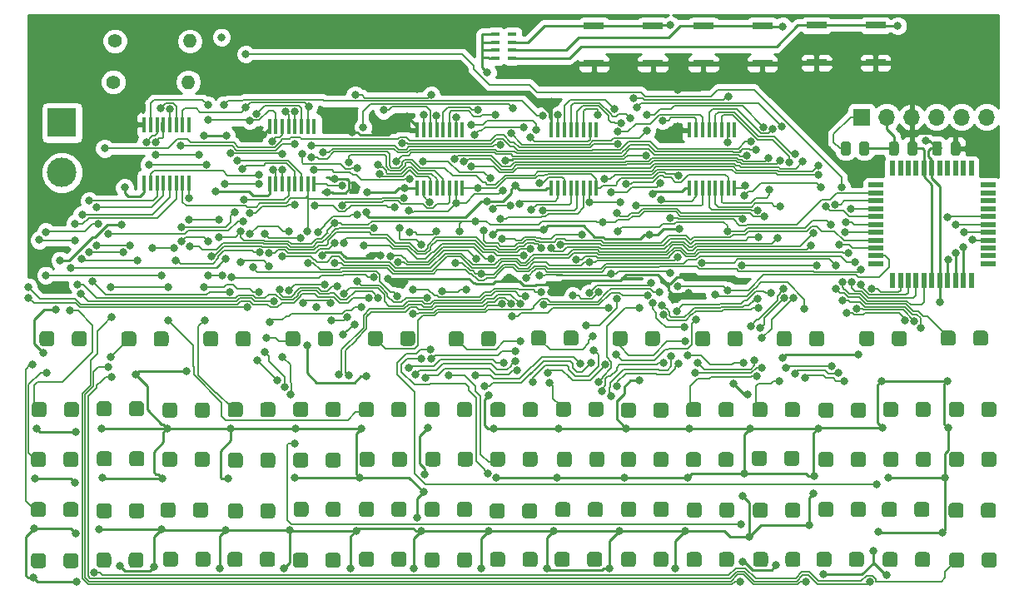
<source format=gbr>
G04 #@! TF.GenerationSoftware,KiCad,Pcbnew,5.0.2-bee76a0~70~ubuntu16.04.1*
G04 #@! TF.CreationDate,2020-01-20T17:48:56-08:00*
G04 #@! TF.ProjectId,clock,636c6f63-6b2e-46b6-9963-61645f706362,rev?*
G04 #@! TF.SameCoordinates,Original*
G04 #@! TF.FileFunction,Copper,L1,Top*
G04 #@! TF.FilePolarity,Positive*
%FSLAX46Y46*%
G04 Gerber Fmt 4.6, Leading zero omitted, Abs format (unit mm)*
G04 Created by KiCad (PCBNEW 5.0.2-bee76a0~70~ubuntu16.04.1) date Mon 20 Jan 2020 17:48:56 PST*
%MOMM*%
%LPD*%
G01*
G04 APERTURE LIST*
G04 #@! TA.AperFunction,SMDPad,CuDef*
%ADD10R,0.450000X1.500000*%
G04 #@! TD*
G04 #@! TA.AperFunction,ComponentPad*
%ADD11C,1.400000*%
G04 #@! TD*
G04 #@! TA.AperFunction,ComponentPad*
%ADD12O,1.400000X1.400000*%
G04 #@! TD*
G04 #@! TA.AperFunction,Conductor*
%ADD13C,0.100000*%
G04 #@! TD*
G04 #@! TA.AperFunction,ComponentPad*
%ADD14C,1.524000*%
G04 #@! TD*
G04 #@! TA.AperFunction,SMDPad,CuDef*
%ADD15R,0.550000X1.500000*%
G04 #@! TD*
G04 #@! TA.AperFunction,SMDPad,CuDef*
%ADD16R,1.500000X0.550000*%
G04 #@! TD*
G04 #@! TA.AperFunction,ComponentPad*
%ADD17R,1.700000X1.700000*%
G04 #@! TD*
G04 #@! TA.AperFunction,ComponentPad*
%ADD18O,1.700000X1.700000*%
G04 #@! TD*
G04 #@! TA.AperFunction,SMDPad,CuDef*
%ADD19C,0.975000*%
G04 #@! TD*
G04 #@! TA.AperFunction,SMDPad,CuDef*
%ADD20R,0.900000X0.400000*%
G04 #@! TD*
G04 #@! TA.AperFunction,SMDPad,CuDef*
%ADD21R,2.095500X0.711200*%
G04 #@! TD*
G04 #@! TA.AperFunction,ComponentPad*
%ADD22R,3.000000X3.000000*%
G04 #@! TD*
G04 #@! TA.AperFunction,ComponentPad*
%ADD23C,3.000000*%
G04 #@! TD*
G04 #@! TA.AperFunction,ViaPad*
%ADD24C,0.800000*%
G04 #@! TD*
G04 #@! TA.AperFunction,Conductor*
%ADD25C,0.250000*%
G04 #@! TD*
G04 #@! TA.AperFunction,Conductor*
%ADD26C,0.150000*%
G04 #@! TD*
G04 #@! TA.AperFunction,Conductor*
%ADD27C,0.254000*%
G04 #@! TD*
G04 APERTURE END LIST*
D10*
G04 #@! TO.P,U8,16*
G04 #@! TO.N,GND*
X77486000Y-87525200D03*
G04 #@! TO.P,U8,15*
G04 #@! TO.N,LSC*
X78136000Y-87525200D03*
G04 #@! TO.P,U8,14*
G04 #@! TO.N,M20*
X78786000Y-87525200D03*
G04 #@! TO.P,U8,13*
G04 #@! TO.N,M21*
X79436000Y-87525200D03*
G04 #@! TO.P,U8,12*
G04 #@! TO.N,M22*
X80086000Y-87525200D03*
G04 #@! TO.P,U8,11*
G04 #@! TO.N,M23*
X80736000Y-87525200D03*
G04 #@! TO.P,U8,10*
G04 #@! TO.N,SCS*
X81386000Y-87525200D03*
G04 #@! TO.P,U8,9*
G04 #@! TO.N,Net-(U8-Pad9)*
X82036000Y-87525200D03*
G04 #@! TO.P,U8,8*
G04 #@! TO.N,~OE*
X82036000Y-93425200D03*
G04 #@! TO.P,U8,7*
G04 #@! TO.N,OCS*
X81386000Y-93425200D03*
G04 #@! TO.P,U8,6*
G04 #@! TO.N,M19*
X80736000Y-93425200D03*
G04 #@! TO.P,U8,5*
G04 #@! TO.N,M18*
X80086000Y-93425200D03*
G04 #@! TO.P,U8,4*
G04 #@! TO.N,M17*
X79436000Y-93425200D03*
G04 #@! TO.P,U8,3*
G04 #@! TO.N,M16*
X78786000Y-93425200D03*
G04 #@! TO.P,U8,2*
G04 #@! TO.N,SD2*
X78136000Y-93425200D03*
G04 #@! TO.P,U8,1*
G04 #@! TO.N,3v3*
X77486000Y-93425200D03*
G04 #@! TD*
G04 #@! TO.P,U1,16*
G04 #@! TO.N,GND*
X62418200Y-87140200D03*
G04 #@! TO.P,U1,15*
G04 #@! TO.N,LSC*
X63068200Y-87140200D03*
G04 #@! TO.P,U1,14*
G04 #@! TO.N,M07*
X63718200Y-87140200D03*
G04 #@! TO.P,U1,13*
G04 #@! TO.N,M06*
X64368200Y-87140200D03*
G04 #@! TO.P,U1,12*
G04 #@! TO.N,M05*
X65018200Y-87140200D03*
G04 #@! TO.P,U1,11*
G04 #@! TO.N,M04*
X65668200Y-87140200D03*
G04 #@! TO.P,U1,10*
G04 #@! TO.N,SCS*
X66318200Y-87140200D03*
G04 #@! TO.P,U1,9*
G04 #@! TO.N,Net-(U1-Pad9)*
X66968200Y-87140200D03*
G04 #@! TO.P,U1,8*
G04 #@! TO.N,~OE*
X66968200Y-93040200D03*
G04 #@! TO.P,U1,7*
G04 #@! TO.N,OCS*
X66318200Y-93040200D03*
G04 #@! TO.P,U1,6*
G04 #@! TO.N,M03*
X65668200Y-93040200D03*
G04 #@! TO.P,U1,5*
G04 #@! TO.N,M02*
X65018200Y-93040200D03*
G04 #@! TO.P,U1,4*
G04 #@! TO.N,M01*
X64368200Y-93040200D03*
G04 #@! TO.P,U1,3*
G04 #@! TO.N,M00*
X63718200Y-93040200D03*
G04 #@! TO.P,U1,2*
G04 #@! TO.N,SD0*
X63068200Y-93040200D03*
G04 #@! TO.P,U1,1*
G04 #@! TO.N,3v3*
X62418200Y-93040200D03*
G04 #@! TD*
D11*
G04 #@! TO.P,R2,1*
G04 #@! TO.N,Net-(C1-Pad1)*
X46558200Y-82651600D03*
D12*
G04 #@! TO.P,R2,2*
G04 #@! TO.N,VI_12*
X54178200Y-82651600D03*
G04 #@! TD*
G04 #@! TO.P,R3,2*
G04 #@! TO.N,Power_Clk*
X54330600Y-78486000D03*
D11*
G04 #@! TO.P,R3,1*
G04 #@! TO.N,VO_12*
X46710600Y-78486000D03*
G04 #@! TD*
D13*
G04 #@! TO.N,M00*
G04 #@! TO.C,D3*
G36*
X39409345Y-115216235D02*
X39446329Y-115221721D01*
X39482598Y-115230806D01*
X39517802Y-115243402D01*
X39551602Y-115259388D01*
X39583672Y-115278610D01*
X39613704Y-115300883D01*
X39641408Y-115325992D01*
X39666517Y-115353696D01*
X39688790Y-115383728D01*
X39708012Y-115415798D01*
X39723998Y-115449598D01*
X39736594Y-115484802D01*
X39745679Y-115521071D01*
X39751165Y-115558055D01*
X39753000Y-115595400D01*
X39753000Y-116357400D01*
X39751165Y-116394745D01*
X39745679Y-116431729D01*
X39736594Y-116467998D01*
X39723998Y-116503202D01*
X39708012Y-116537002D01*
X39688790Y-116569072D01*
X39666517Y-116599104D01*
X39641408Y-116626808D01*
X39613704Y-116651917D01*
X39583672Y-116674190D01*
X39551602Y-116693412D01*
X39517802Y-116709398D01*
X39482598Y-116721994D01*
X39446329Y-116731079D01*
X39409345Y-116736565D01*
X39372000Y-116738400D01*
X38610000Y-116738400D01*
X38572655Y-116736565D01*
X38535671Y-116731079D01*
X38499402Y-116721994D01*
X38464198Y-116709398D01*
X38430398Y-116693412D01*
X38398328Y-116674190D01*
X38368296Y-116651917D01*
X38340592Y-116626808D01*
X38315483Y-116599104D01*
X38293210Y-116569072D01*
X38273988Y-116537002D01*
X38258002Y-116503202D01*
X38245406Y-116467998D01*
X38236321Y-116431729D01*
X38230835Y-116394745D01*
X38229000Y-116357400D01*
X38229000Y-115595400D01*
X38230835Y-115558055D01*
X38236321Y-115521071D01*
X38245406Y-115484802D01*
X38258002Y-115449598D01*
X38273988Y-115415798D01*
X38293210Y-115383728D01*
X38315483Y-115353696D01*
X38340592Y-115325992D01*
X38368296Y-115300883D01*
X38398328Y-115278610D01*
X38430398Y-115259388D01*
X38464198Y-115243402D01*
X38499402Y-115230806D01*
X38535671Y-115221721D01*
X38572655Y-115216235D01*
X38610000Y-115214400D01*
X39372000Y-115214400D01*
X39409345Y-115216235D01*
X39409345Y-115216235D01*
G37*
D14*
G04 #@! TD*
G04 #@! TO.P,D3,1*
G04 #@! TO.N,M00*
X38991000Y-115976400D03*
D13*
G04 #@! TO.N,Net-(D3-Pad2)*
G04 #@! TO.C,D3*
G36*
X42709345Y-115216235D02*
X42746329Y-115221721D01*
X42782598Y-115230806D01*
X42817802Y-115243402D01*
X42851602Y-115259388D01*
X42883672Y-115278610D01*
X42913704Y-115300883D01*
X42941408Y-115325992D01*
X42966517Y-115353696D01*
X42988790Y-115383728D01*
X43008012Y-115415798D01*
X43023998Y-115449598D01*
X43036594Y-115484802D01*
X43045679Y-115521071D01*
X43051165Y-115558055D01*
X43053000Y-115595400D01*
X43053000Y-116357400D01*
X43051165Y-116394745D01*
X43045679Y-116431729D01*
X43036594Y-116467998D01*
X43023998Y-116503202D01*
X43008012Y-116537002D01*
X42988790Y-116569072D01*
X42966517Y-116599104D01*
X42941408Y-116626808D01*
X42913704Y-116651917D01*
X42883672Y-116674190D01*
X42851602Y-116693412D01*
X42817802Y-116709398D01*
X42782598Y-116721994D01*
X42746329Y-116731079D01*
X42709345Y-116736565D01*
X42672000Y-116738400D01*
X41910000Y-116738400D01*
X41872655Y-116736565D01*
X41835671Y-116731079D01*
X41799402Y-116721994D01*
X41764198Y-116709398D01*
X41730398Y-116693412D01*
X41698328Y-116674190D01*
X41668296Y-116651917D01*
X41640592Y-116626808D01*
X41615483Y-116599104D01*
X41593210Y-116569072D01*
X41573988Y-116537002D01*
X41558002Y-116503202D01*
X41545406Y-116467998D01*
X41536321Y-116431729D01*
X41530835Y-116394745D01*
X41529000Y-116357400D01*
X41529000Y-115595400D01*
X41530835Y-115558055D01*
X41536321Y-115521071D01*
X41545406Y-115484802D01*
X41558002Y-115449598D01*
X41573988Y-115415798D01*
X41593210Y-115383728D01*
X41615483Y-115353696D01*
X41640592Y-115325992D01*
X41668296Y-115300883D01*
X41698328Y-115278610D01*
X41730398Y-115259388D01*
X41764198Y-115243402D01*
X41799402Y-115230806D01*
X41835671Y-115221721D01*
X41872655Y-115216235D01*
X41910000Y-115214400D01*
X42672000Y-115214400D01*
X42709345Y-115216235D01*
X42709345Y-115216235D01*
G37*
D14*
G04 #@! TD*
G04 #@! TO.P,D3,2*
G04 #@! TO.N,Net-(D3-Pad2)*
X42291000Y-115976400D03*
D13*
G04 #@! TO.N,M16*
G04 #@! TO.C,D4*
G36*
X46062145Y-120220035D02*
X46099129Y-120225521D01*
X46135398Y-120234606D01*
X46170602Y-120247202D01*
X46204402Y-120263188D01*
X46236472Y-120282410D01*
X46266504Y-120304683D01*
X46294208Y-120329792D01*
X46319317Y-120357496D01*
X46341590Y-120387528D01*
X46360812Y-120419598D01*
X46376798Y-120453398D01*
X46389394Y-120488602D01*
X46398479Y-120524871D01*
X46403965Y-120561855D01*
X46405800Y-120599200D01*
X46405800Y-121361200D01*
X46403965Y-121398545D01*
X46398479Y-121435529D01*
X46389394Y-121471798D01*
X46376798Y-121507002D01*
X46360812Y-121540802D01*
X46341590Y-121572872D01*
X46319317Y-121602904D01*
X46294208Y-121630608D01*
X46266504Y-121655717D01*
X46236472Y-121677990D01*
X46204402Y-121697212D01*
X46170602Y-121713198D01*
X46135398Y-121725794D01*
X46099129Y-121734879D01*
X46062145Y-121740365D01*
X46024800Y-121742200D01*
X45262800Y-121742200D01*
X45225455Y-121740365D01*
X45188471Y-121734879D01*
X45152202Y-121725794D01*
X45116998Y-121713198D01*
X45083198Y-121697212D01*
X45051128Y-121677990D01*
X45021096Y-121655717D01*
X44993392Y-121630608D01*
X44968283Y-121602904D01*
X44946010Y-121572872D01*
X44926788Y-121540802D01*
X44910802Y-121507002D01*
X44898206Y-121471798D01*
X44889121Y-121435529D01*
X44883635Y-121398545D01*
X44881800Y-121361200D01*
X44881800Y-120599200D01*
X44883635Y-120561855D01*
X44889121Y-120524871D01*
X44898206Y-120488602D01*
X44910802Y-120453398D01*
X44926788Y-120419598D01*
X44946010Y-120387528D01*
X44968283Y-120357496D01*
X44993392Y-120329792D01*
X45021096Y-120304683D01*
X45051128Y-120282410D01*
X45083198Y-120263188D01*
X45116998Y-120247202D01*
X45152202Y-120234606D01*
X45188471Y-120225521D01*
X45225455Y-120220035D01*
X45262800Y-120218200D01*
X46024800Y-120218200D01*
X46062145Y-120220035D01*
X46062145Y-120220035D01*
G37*
D14*
G04 #@! TD*
G04 #@! TO.P,D4,1*
G04 #@! TO.N,M16*
X45643800Y-120980200D03*
D13*
G04 #@! TO.N,Net-(D4-Pad2)*
G04 #@! TO.C,D4*
G36*
X49362145Y-120220035D02*
X49399129Y-120225521D01*
X49435398Y-120234606D01*
X49470602Y-120247202D01*
X49504402Y-120263188D01*
X49536472Y-120282410D01*
X49566504Y-120304683D01*
X49594208Y-120329792D01*
X49619317Y-120357496D01*
X49641590Y-120387528D01*
X49660812Y-120419598D01*
X49676798Y-120453398D01*
X49689394Y-120488602D01*
X49698479Y-120524871D01*
X49703965Y-120561855D01*
X49705800Y-120599200D01*
X49705800Y-121361200D01*
X49703965Y-121398545D01*
X49698479Y-121435529D01*
X49689394Y-121471798D01*
X49676798Y-121507002D01*
X49660812Y-121540802D01*
X49641590Y-121572872D01*
X49619317Y-121602904D01*
X49594208Y-121630608D01*
X49566504Y-121655717D01*
X49536472Y-121677990D01*
X49504402Y-121697212D01*
X49470602Y-121713198D01*
X49435398Y-121725794D01*
X49399129Y-121734879D01*
X49362145Y-121740365D01*
X49324800Y-121742200D01*
X48562800Y-121742200D01*
X48525455Y-121740365D01*
X48488471Y-121734879D01*
X48452202Y-121725794D01*
X48416998Y-121713198D01*
X48383198Y-121697212D01*
X48351128Y-121677990D01*
X48321096Y-121655717D01*
X48293392Y-121630608D01*
X48268283Y-121602904D01*
X48246010Y-121572872D01*
X48226788Y-121540802D01*
X48210802Y-121507002D01*
X48198206Y-121471798D01*
X48189121Y-121435529D01*
X48183635Y-121398545D01*
X48181800Y-121361200D01*
X48181800Y-120599200D01*
X48183635Y-120561855D01*
X48189121Y-120524871D01*
X48198206Y-120488602D01*
X48210802Y-120453398D01*
X48226788Y-120419598D01*
X48246010Y-120387528D01*
X48268283Y-120357496D01*
X48293392Y-120329792D01*
X48321096Y-120304683D01*
X48351128Y-120282410D01*
X48383198Y-120263188D01*
X48416998Y-120247202D01*
X48452202Y-120234606D01*
X48488471Y-120225521D01*
X48525455Y-120220035D01*
X48562800Y-120218200D01*
X49324800Y-120218200D01*
X49362145Y-120220035D01*
X49362145Y-120220035D01*
G37*
D14*
G04 #@! TD*
G04 #@! TO.P,D4,2*
G04 #@! TO.N,Net-(D4-Pad2)*
X48943800Y-120980200D03*
D13*
G04 #@! TO.N,M32*
G04 #@! TO.C,D5*
G36*
X52539145Y-125427035D02*
X52576129Y-125432521D01*
X52612398Y-125441606D01*
X52647602Y-125454202D01*
X52681402Y-125470188D01*
X52713472Y-125489410D01*
X52743504Y-125511683D01*
X52771208Y-125536792D01*
X52796317Y-125564496D01*
X52818590Y-125594528D01*
X52837812Y-125626598D01*
X52853798Y-125660398D01*
X52866394Y-125695602D01*
X52875479Y-125731871D01*
X52880965Y-125768855D01*
X52882800Y-125806200D01*
X52882800Y-126568200D01*
X52880965Y-126605545D01*
X52875479Y-126642529D01*
X52866394Y-126678798D01*
X52853798Y-126714002D01*
X52837812Y-126747802D01*
X52818590Y-126779872D01*
X52796317Y-126809904D01*
X52771208Y-126837608D01*
X52743504Y-126862717D01*
X52713472Y-126884990D01*
X52681402Y-126904212D01*
X52647602Y-126920198D01*
X52612398Y-126932794D01*
X52576129Y-126941879D01*
X52539145Y-126947365D01*
X52501800Y-126949200D01*
X51739800Y-126949200D01*
X51702455Y-126947365D01*
X51665471Y-126941879D01*
X51629202Y-126932794D01*
X51593998Y-126920198D01*
X51560198Y-126904212D01*
X51528128Y-126884990D01*
X51498096Y-126862717D01*
X51470392Y-126837608D01*
X51445283Y-126809904D01*
X51423010Y-126779872D01*
X51403788Y-126747802D01*
X51387802Y-126714002D01*
X51375206Y-126678798D01*
X51366121Y-126642529D01*
X51360635Y-126605545D01*
X51358800Y-126568200D01*
X51358800Y-125806200D01*
X51360635Y-125768855D01*
X51366121Y-125731871D01*
X51375206Y-125695602D01*
X51387802Y-125660398D01*
X51403788Y-125626598D01*
X51423010Y-125594528D01*
X51445283Y-125564496D01*
X51470392Y-125536792D01*
X51498096Y-125511683D01*
X51528128Y-125489410D01*
X51560198Y-125470188D01*
X51593998Y-125454202D01*
X51629202Y-125441606D01*
X51665471Y-125432521D01*
X51702455Y-125427035D01*
X51739800Y-125425200D01*
X52501800Y-125425200D01*
X52539145Y-125427035D01*
X52539145Y-125427035D01*
G37*
D14*
G04 #@! TD*
G04 #@! TO.P,D5,1*
G04 #@! TO.N,M32*
X52120800Y-126187200D03*
D13*
G04 #@! TO.N,Net-(D5-Pad2)*
G04 #@! TO.C,D5*
G36*
X55839145Y-125427035D02*
X55876129Y-125432521D01*
X55912398Y-125441606D01*
X55947602Y-125454202D01*
X55981402Y-125470188D01*
X56013472Y-125489410D01*
X56043504Y-125511683D01*
X56071208Y-125536792D01*
X56096317Y-125564496D01*
X56118590Y-125594528D01*
X56137812Y-125626598D01*
X56153798Y-125660398D01*
X56166394Y-125695602D01*
X56175479Y-125731871D01*
X56180965Y-125768855D01*
X56182800Y-125806200D01*
X56182800Y-126568200D01*
X56180965Y-126605545D01*
X56175479Y-126642529D01*
X56166394Y-126678798D01*
X56153798Y-126714002D01*
X56137812Y-126747802D01*
X56118590Y-126779872D01*
X56096317Y-126809904D01*
X56071208Y-126837608D01*
X56043504Y-126862717D01*
X56013472Y-126884990D01*
X55981402Y-126904212D01*
X55947602Y-126920198D01*
X55912398Y-126932794D01*
X55876129Y-126941879D01*
X55839145Y-126947365D01*
X55801800Y-126949200D01*
X55039800Y-126949200D01*
X55002455Y-126947365D01*
X54965471Y-126941879D01*
X54929202Y-126932794D01*
X54893998Y-126920198D01*
X54860198Y-126904212D01*
X54828128Y-126884990D01*
X54798096Y-126862717D01*
X54770392Y-126837608D01*
X54745283Y-126809904D01*
X54723010Y-126779872D01*
X54703788Y-126747802D01*
X54687802Y-126714002D01*
X54675206Y-126678798D01*
X54666121Y-126642529D01*
X54660635Y-126605545D01*
X54658800Y-126568200D01*
X54658800Y-125806200D01*
X54660635Y-125768855D01*
X54666121Y-125731871D01*
X54675206Y-125695602D01*
X54687802Y-125660398D01*
X54703788Y-125626598D01*
X54723010Y-125594528D01*
X54745283Y-125564496D01*
X54770392Y-125536792D01*
X54798096Y-125511683D01*
X54828128Y-125489410D01*
X54860198Y-125470188D01*
X54893998Y-125454202D01*
X54929202Y-125441606D01*
X54965471Y-125432521D01*
X55002455Y-125427035D01*
X55039800Y-125425200D01*
X55801800Y-125425200D01*
X55839145Y-125427035D01*
X55839145Y-125427035D01*
G37*
D14*
G04 #@! TD*
G04 #@! TO.P,D5,2*
G04 #@! TO.N,Net-(D5-Pad2)*
X55420800Y-126187200D03*
D13*
G04 #@! TO.N,M48*
G04 #@! TO.C,D6*
G36*
X59347345Y-130456235D02*
X59384329Y-130461721D01*
X59420598Y-130470806D01*
X59455802Y-130483402D01*
X59489602Y-130499388D01*
X59521672Y-130518610D01*
X59551704Y-130540883D01*
X59579408Y-130565992D01*
X59604517Y-130593696D01*
X59626790Y-130623728D01*
X59646012Y-130655798D01*
X59661998Y-130689598D01*
X59674594Y-130724802D01*
X59683679Y-130761071D01*
X59689165Y-130798055D01*
X59691000Y-130835400D01*
X59691000Y-131597400D01*
X59689165Y-131634745D01*
X59683679Y-131671729D01*
X59674594Y-131707998D01*
X59661998Y-131743202D01*
X59646012Y-131777002D01*
X59626790Y-131809072D01*
X59604517Y-131839104D01*
X59579408Y-131866808D01*
X59551704Y-131891917D01*
X59521672Y-131914190D01*
X59489602Y-131933412D01*
X59455802Y-131949398D01*
X59420598Y-131961994D01*
X59384329Y-131971079D01*
X59347345Y-131976565D01*
X59310000Y-131978400D01*
X58548000Y-131978400D01*
X58510655Y-131976565D01*
X58473671Y-131971079D01*
X58437402Y-131961994D01*
X58402198Y-131949398D01*
X58368398Y-131933412D01*
X58336328Y-131914190D01*
X58306296Y-131891917D01*
X58278592Y-131866808D01*
X58253483Y-131839104D01*
X58231210Y-131809072D01*
X58211988Y-131777002D01*
X58196002Y-131743202D01*
X58183406Y-131707998D01*
X58174321Y-131671729D01*
X58168835Y-131634745D01*
X58167000Y-131597400D01*
X58167000Y-130835400D01*
X58168835Y-130798055D01*
X58174321Y-130761071D01*
X58183406Y-130724802D01*
X58196002Y-130689598D01*
X58211988Y-130655798D01*
X58231210Y-130623728D01*
X58253483Y-130593696D01*
X58278592Y-130565992D01*
X58306296Y-130540883D01*
X58336328Y-130518610D01*
X58368398Y-130499388D01*
X58402198Y-130483402D01*
X58437402Y-130470806D01*
X58473671Y-130461721D01*
X58510655Y-130456235D01*
X58548000Y-130454400D01*
X59310000Y-130454400D01*
X59347345Y-130456235D01*
X59347345Y-130456235D01*
G37*
D14*
G04 #@! TD*
G04 #@! TO.P,D6,1*
G04 #@! TO.N,M48*
X58929000Y-131216400D03*
D13*
G04 #@! TO.N,Net-(D6-Pad2)*
G04 #@! TO.C,D6*
G36*
X62647345Y-130456235D02*
X62684329Y-130461721D01*
X62720598Y-130470806D01*
X62755802Y-130483402D01*
X62789602Y-130499388D01*
X62821672Y-130518610D01*
X62851704Y-130540883D01*
X62879408Y-130565992D01*
X62904517Y-130593696D01*
X62926790Y-130623728D01*
X62946012Y-130655798D01*
X62961998Y-130689598D01*
X62974594Y-130724802D01*
X62983679Y-130761071D01*
X62989165Y-130798055D01*
X62991000Y-130835400D01*
X62991000Y-131597400D01*
X62989165Y-131634745D01*
X62983679Y-131671729D01*
X62974594Y-131707998D01*
X62961998Y-131743202D01*
X62946012Y-131777002D01*
X62926790Y-131809072D01*
X62904517Y-131839104D01*
X62879408Y-131866808D01*
X62851704Y-131891917D01*
X62821672Y-131914190D01*
X62789602Y-131933412D01*
X62755802Y-131949398D01*
X62720598Y-131961994D01*
X62684329Y-131971079D01*
X62647345Y-131976565D01*
X62610000Y-131978400D01*
X61848000Y-131978400D01*
X61810655Y-131976565D01*
X61773671Y-131971079D01*
X61737402Y-131961994D01*
X61702198Y-131949398D01*
X61668398Y-131933412D01*
X61636328Y-131914190D01*
X61606296Y-131891917D01*
X61578592Y-131866808D01*
X61553483Y-131839104D01*
X61531210Y-131809072D01*
X61511988Y-131777002D01*
X61496002Y-131743202D01*
X61483406Y-131707998D01*
X61474321Y-131671729D01*
X61468835Y-131634745D01*
X61467000Y-131597400D01*
X61467000Y-130835400D01*
X61468835Y-130798055D01*
X61474321Y-130761071D01*
X61483406Y-130724802D01*
X61496002Y-130689598D01*
X61511988Y-130655798D01*
X61531210Y-130623728D01*
X61553483Y-130593696D01*
X61578592Y-130565992D01*
X61606296Y-130540883D01*
X61636328Y-130518610D01*
X61668398Y-130499388D01*
X61702198Y-130483402D01*
X61737402Y-130470806D01*
X61773671Y-130461721D01*
X61810655Y-130456235D01*
X61848000Y-130454400D01*
X62610000Y-130454400D01*
X62647345Y-130456235D01*
X62647345Y-130456235D01*
G37*
D14*
G04 #@! TD*
G04 #@! TO.P,D6,2*
G04 #@! TO.N,Net-(D6-Pad2)*
X62229000Y-131216400D03*
D13*
G04 #@! TO.N,H05*
G04 #@! TO.C,D7*
G36*
X73597745Y-107977235D02*
X73634729Y-107982721D01*
X73670998Y-107991806D01*
X73706202Y-108004402D01*
X73740002Y-108020388D01*
X73772072Y-108039610D01*
X73802104Y-108061883D01*
X73829808Y-108086992D01*
X73854917Y-108114696D01*
X73877190Y-108144728D01*
X73896412Y-108176798D01*
X73912398Y-108210598D01*
X73924994Y-108245802D01*
X73934079Y-108282071D01*
X73939565Y-108319055D01*
X73941400Y-108356400D01*
X73941400Y-109118400D01*
X73939565Y-109155745D01*
X73934079Y-109192729D01*
X73924994Y-109228998D01*
X73912398Y-109264202D01*
X73896412Y-109298002D01*
X73877190Y-109330072D01*
X73854917Y-109360104D01*
X73829808Y-109387808D01*
X73802104Y-109412917D01*
X73772072Y-109435190D01*
X73740002Y-109454412D01*
X73706202Y-109470398D01*
X73670998Y-109482994D01*
X73634729Y-109492079D01*
X73597745Y-109497565D01*
X73560400Y-109499400D01*
X72798400Y-109499400D01*
X72761055Y-109497565D01*
X72724071Y-109492079D01*
X72687802Y-109482994D01*
X72652598Y-109470398D01*
X72618798Y-109454412D01*
X72586728Y-109435190D01*
X72556696Y-109412917D01*
X72528992Y-109387808D01*
X72503883Y-109360104D01*
X72481610Y-109330072D01*
X72462388Y-109298002D01*
X72446402Y-109264202D01*
X72433806Y-109228998D01*
X72424721Y-109192729D01*
X72419235Y-109155745D01*
X72417400Y-109118400D01*
X72417400Y-108356400D01*
X72419235Y-108319055D01*
X72424721Y-108282071D01*
X72433806Y-108245802D01*
X72446402Y-108210598D01*
X72462388Y-108176798D01*
X72481610Y-108144728D01*
X72503883Y-108114696D01*
X72528992Y-108086992D01*
X72556696Y-108061883D01*
X72586728Y-108039610D01*
X72618798Y-108020388D01*
X72652598Y-108004402D01*
X72687802Y-107991806D01*
X72724071Y-107982721D01*
X72761055Y-107977235D01*
X72798400Y-107975400D01*
X73560400Y-107975400D01*
X73597745Y-107977235D01*
X73597745Y-107977235D01*
G37*
D14*
G04 #@! TD*
G04 #@! TO.P,D7,1*
G04 #@! TO.N,H05*
X73179400Y-108737400D03*
D13*
G04 #@! TO.N,Net-(D7-Pad2)*
G04 #@! TO.C,D7*
G36*
X76897745Y-107977235D02*
X76934729Y-107982721D01*
X76970998Y-107991806D01*
X77006202Y-108004402D01*
X77040002Y-108020388D01*
X77072072Y-108039610D01*
X77102104Y-108061883D01*
X77129808Y-108086992D01*
X77154917Y-108114696D01*
X77177190Y-108144728D01*
X77196412Y-108176798D01*
X77212398Y-108210598D01*
X77224994Y-108245802D01*
X77234079Y-108282071D01*
X77239565Y-108319055D01*
X77241400Y-108356400D01*
X77241400Y-109118400D01*
X77239565Y-109155745D01*
X77234079Y-109192729D01*
X77224994Y-109228998D01*
X77212398Y-109264202D01*
X77196412Y-109298002D01*
X77177190Y-109330072D01*
X77154917Y-109360104D01*
X77129808Y-109387808D01*
X77102104Y-109412917D01*
X77072072Y-109435190D01*
X77040002Y-109454412D01*
X77006202Y-109470398D01*
X76970998Y-109482994D01*
X76934729Y-109492079D01*
X76897745Y-109497565D01*
X76860400Y-109499400D01*
X76098400Y-109499400D01*
X76061055Y-109497565D01*
X76024071Y-109492079D01*
X75987802Y-109482994D01*
X75952598Y-109470398D01*
X75918798Y-109454412D01*
X75886728Y-109435190D01*
X75856696Y-109412917D01*
X75828992Y-109387808D01*
X75803883Y-109360104D01*
X75781610Y-109330072D01*
X75762388Y-109298002D01*
X75746402Y-109264202D01*
X75733806Y-109228998D01*
X75724721Y-109192729D01*
X75719235Y-109155745D01*
X75717400Y-109118400D01*
X75717400Y-108356400D01*
X75719235Y-108319055D01*
X75724721Y-108282071D01*
X75733806Y-108245802D01*
X75746402Y-108210598D01*
X75762388Y-108176798D01*
X75781610Y-108144728D01*
X75803883Y-108114696D01*
X75828992Y-108086992D01*
X75856696Y-108061883D01*
X75886728Y-108039610D01*
X75918798Y-108020388D01*
X75952598Y-108004402D01*
X75987802Y-107991806D01*
X76024071Y-107982721D01*
X76061055Y-107977235D01*
X76098400Y-107975400D01*
X76860400Y-107975400D01*
X76897745Y-107977235D01*
X76897745Y-107977235D01*
G37*
D14*
G04 #@! TD*
G04 #@! TO.P,D7,2*
G04 #@! TO.N,Net-(D7-Pad2)*
X76479400Y-108737400D03*
D13*
G04 #@! TO.N,Net-(D8-Pad2)*
G04 #@! TO.C,D8*
G36*
X49338745Y-115140035D02*
X49375729Y-115145521D01*
X49411998Y-115154606D01*
X49447202Y-115167202D01*
X49481002Y-115183188D01*
X49513072Y-115202410D01*
X49543104Y-115224683D01*
X49570808Y-115249792D01*
X49595917Y-115277496D01*
X49618190Y-115307528D01*
X49637412Y-115339598D01*
X49653398Y-115373398D01*
X49665994Y-115408602D01*
X49675079Y-115444871D01*
X49680565Y-115481855D01*
X49682400Y-115519200D01*
X49682400Y-116281200D01*
X49680565Y-116318545D01*
X49675079Y-116355529D01*
X49665994Y-116391798D01*
X49653398Y-116427002D01*
X49637412Y-116460802D01*
X49618190Y-116492872D01*
X49595917Y-116522904D01*
X49570808Y-116550608D01*
X49543104Y-116575717D01*
X49513072Y-116597990D01*
X49481002Y-116617212D01*
X49447202Y-116633198D01*
X49411998Y-116645794D01*
X49375729Y-116654879D01*
X49338745Y-116660365D01*
X49301400Y-116662200D01*
X48539400Y-116662200D01*
X48502055Y-116660365D01*
X48465071Y-116654879D01*
X48428802Y-116645794D01*
X48393598Y-116633198D01*
X48359798Y-116617212D01*
X48327728Y-116597990D01*
X48297696Y-116575717D01*
X48269992Y-116550608D01*
X48244883Y-116522904D01*
X48222610Y-116492872D01*
X48203388Y-116460802D01*
X48187402Y-116427002D01*
X48174806Y-116391798D01*
X48165721Y-116355529D01*
X48160235Y-116318545D01*
X48158400Y-116281200D01*
X48158400Y-115519200D01*
X48160235Y-115481855D01*
X48165721Y-115444871D01*
X48174806Y-115408602D01*
X48187402Y-115373398D01*
X48203388Y-115339598D01*
X48222610Y-115307528D01*
X48244883Y-115277496D01*
X48269992Y-115249792D01*
X48297696Y-115224683D01*
X48327728Y-115202410D01*
X48359798Y-115183188D01*
X48393598Y-115167202D01*
X48428802Y-115154606D01*
X48465071Y-115145521D01*
X48502055Y-115140035D01*
X48539400Y-115138200D01*
X49301400Y-115138200D01*
X49338745Y-115140035D01*
X49338745Y-115140035D01*
G37*
D14*
G04 #@! TD*
G04 #@! TO.P,D8,2*
G04 #@! TO.N,Net-(D8-Pad2)*
X48920400Y-115900200D03*
D13*
G04 #@! TO.N,M01*
G04 #@! TO.C,D8*
G36*
X46038745Y-115140035D02*
X46075729Y-115145521D01*
X46111998Y-115154606D01*
X46147202Y-115167202D01*
X46181002Y-115183188D01*
X46213072Y-115202410D01*
X46243104Y-115224683D01*
X46270808Y-115249792D01*
X46295917Y-115277496D01*
X46318190Y-115307528D01*
X46337412Y-115339598D01*
X46353398Y-115373398D01*
X46365994Y-115408602D01*
X46375079Y-115444871D01*
X46380565Y-115481855D01*
X46382400Y-115519200D01*
X46382400Y-116281200D01*
X46380565Y-116318545D01*
X46375079Y-116355529D01*
X46365994Y-116391798D01*
X46353398Y-116427002D01*
X46337412Y-116460802D01*
X46318190Y-116492872D01*
X46295917Y-116522904D01*
X46270808Y-116550608D01*
X46243104Y-116575717D01*
X46213072Y-116597990D01*
X46181002Y-116617212D01*
X46147202Y-116633198D01*
X46111998Y-116645794D01*
X46075729Y-116654879D01*
X46038745Y-116660365D01*
X46001400Y-116662200D01*
X45239400Y-116662200D01*
X45202055Y-116660365D01*
X45165071Y-116654879D01*
X45128802Y-116645794D01*
X45093598Y-116633198D01*
X45059798Y-116617212D01*
X45027728Y-116597990D01*
X44997696Y-116575717D01*
X44969992Y-116550608D01*
X44944883Y-116522904D01*
X44922610Y-116492872D01*
X44903388Y-116460802D01*
X44887402Y-116427002D01*
X44874806Y-116391798D01*
X44865721Y-116355529D01*
X44860235Y-116318545D01*
X44858400Y-116281200D01*
X44858400Y-115519200D01*
X44860235Y-115481855D01*
X44865721Y-115444871D01*
X44874806Y-115408602D01*
X44887402Y-115373398D01*
X44903388Y-115339598D01*
X44922610Y-115307528D01*
X44944883Y-115277496D01*
X44969992Y-115249792D01*
X44997696Y-115224683D01*
X45027728Y-115202410D01*
X45059798Y-115183188D01*
X45093598Y-115167202D01*
X45128802Y-115154606D01*
X45165071Y-115145521D01*
X45202055Y-115140035D01*
X45239400Y-115138200D01*
X46001400Y-115138200D01*
X46038745Y-115140035D01*
X46038745Y-115140035D01*
G37*
D14*
G04 #@! TD*
G04 #@! TO.P,D8,1*
G04 #@! TO.N,M01*
X45620400Y-115900200D03*
D13*
G04 #@! TO.N,Net-(D9-Pad2)*
G04 #@! TO.C,D9*
G36*
X55991545Y-120270835D02*
X56028529Y-120276321D01*
X56064798Y-120285406D01*
X56100002Y-120298002D01*
X56133802Y-120313988D01*
X56165872Y-120333210D01*
X56195904Y-120355483D01*
X56223608Y-120380592D01*
X56248717Y-120408296D01*
X56270990Y-120438328D01*
X56290212Y-120470398D01*
X56306198Y-120504198D01*
X56318794Y-120539402D01*
X56327879Y-120575671D01*
X56333365Y-120612655D01*
X56335200Y-120650000D01*
X56335200Y-121412000D01*
X56333365Y-121449345D01*
X56327879Y-121486329D01*
X56318794Y-121522598D01*
X56306198Y-121557802D01*
X56290212Y-121591602D01*
X56270990Y-121623672D01*
X56248717Y-121653704D01*
X56223608Y-121681408D01*
X56195904Y-121706517D01*
X56165872Y-121728790D01*
X56133802Y-121748012D01*
X56100002Y-121763998D01*
X56064798Y-121776594D01*
X56028529Y-121785679D01*
X55991545Y-121791165D01*
X55954200Y-121793000D01*
X55192200Y-121793000D01*
X55154855Y-121791165D01*
X55117871Y-121785679D01*
X55081602Y-121776594D01*
X55046398Y-121763998D01*
X55012598Y-121748012D01*
X54980528Y-121728790D01*
X54950496Y-121706517D01*
X54922792Y-121681408D01*
X54897683Y-121653704D01*
X54875410Y-121623672D01*
X54856188Y-121591602D01*
X54840202Y-121557802D01*
X54827606Y-121522598D01*
X54818521Y-121486329D01*
X54813035Y-121449345D01*
X54811200Y-121412000D01*
X54811200Y-120650000D01*
X54813035Y-120612655D01*
X54818521Y-120575671D01*
X54827606Y-120539402D01*
X54840202Y-120504198D01*
X54856188Y-120470398D01*
X54875410Y-120438328D01*
X54897683Y-120408296D01*
X54922792Y-120380592D01*
X54950496Y-120355483D01*
X54980528Y-120333210D01*
X55012598Y-120313988D01*
X55046398Y-120298002D01*
X55081602Y-120285406D01*
X55117871Y-120276321D01*
X55154855Y-120270835D01*
X55192200Y-120269000D01*
X55954200Y-120269000D01*
X55991545Y-120270835D01*
X55991545Y-120270835D01*
G37*
D14*
G04 #@! TD*
G04 #@! TO.P,D9,2*
G04 #@! TO.N,Net-(D9-Pad2)*
X55573200Y-121031000D03*
D13*
G04 #@! TO.N,M17*
G04 #@! TO.C,D9*
G36*
X52691545Y-120270835D02*
X52728529Y-120276321D01*
X52764798Y-120285406D01*
X52800002Y-120298002D01*
X52833802Y-120313988D01*
X52865872Y-120333210D01*
X52895904Y-120355483D01*
X52923608Y-120380592D01*
X52948717Y-120408296D01*
X52970990Y-120438328D01*
X52990212Y-120470398D01*
X53006198Y-120504198D01*
X53018794Y-120539402D01*
X53027879Y-120575671D01*
X53033365Y-120612655D01*
X53035200Y-120650000D01*
X53035200Y-121412000D01*
X53033365Y-121449345D01*
X53027879Y-121486329D01*
X53018794Y-121522598D01*
X53006198Y-121557802D01*
X52990212Y-121591602D01*
X52970990Y-121623672D01*
X52948717Y-121653704D01*
X52923608Y-121681408D01*
X52895904Y-121706517D01*
X52865872Y-121728790D01*
X52833802Y-121748012D01*
X52800002Y-121763998D01*
X52764798Y-121776594D01*
X52728529Y-121785679D01*
X52691545Y-121791165D01*
X52654200Y-121793000D01*
X51892200Y-121793000D01*
X51854855Y-121791165D01*
X51817871Y-121785679D01*
X51781602Y-121776594D01*
X51746398Y-121763998D01*
X51712598Y-121748012D01*
X51680528Y-121728790D01*
X51650496Y-121706517D01*
X51622792Y-121681408D01*
X51597683Y-121653704D01*
X51575410Y-121623672D01*
X51556188Y-121591602D01*
X51540202Y-121557802D01*
X51527606Y-121522598D01*
X51518521Y-121486329D01*
X51513035Y-121449345D01*
X51511200Y-121412000D01*
X51511200Y-120650000D01*
X51513035Y-120612655D01*
X51518521Y-120575671D01*
X51527606Y-120539402D01*
X51540202Y-120504198D01*
X51556188Y-120470398D01*
X51575410Y-120438328D01*
X51597683Y-120408296D01*
X51622792Y-120380592D01*
X51650496Y-120355483D01*
X51680528Y-120333210D01*
X51712598Y-120313988D01*
X51746398Y-120298002D01*
X51781602Y-120285406D01*
X51817871Y-120276321D01*
X51854855Y-120270835D01*
X51892200Y-120269000D01*
X52654200Y-120269000D01*
X52691545Y-120270835D01*
X52691545Y-120270835D01*
G37*
D14*
G04 #@! TD*
G04 #@! TO.P,D9,1*
G04 #@! TO.N,M17*
X52273200Y-121031000D03*
D13*
G04 #@! TO.N,Net-(D10-Pad2)*
G04 #@! TO.C,D10*
G36*
X62671745Y-125528635D02*
X62708729Y-125534121D01*
X62744998Y-125543206D01*
X62780202Y-125555802D01*
X62814002Y-125571788D01*
X62846072Y-125591010D01*
X62876104Y-125613283D01*
X62903808Y-125638392D01*
X62928917Y-125666096D01*
X62951190Y-125696128D01*
X62970412Y-125728198D01*
X62986398Y-125761998D01*
X62998994Y-125797202D01*
X63008079Y-125833471D01*
X63013565Y-125870455D01*
X63015400Y-125907800D01*
X63015400Y-126669800D01*
X63013565Y-126707145D01*
X63008079Y-126744129D01*
X62998994Y-126780398D01*
X62986398Y-126815602D01*
X62970412Y-126849402D01*
X62951190Y-126881472D01*
X62928917Y-126911504D01*
X62903808Y-126939208D01*
X62876104Y-126964317D01*
X62846072Y-126986590D01*
X62814002Y-127005812D01*
X62780202Y-127021798D01*
X62744998Y-127034394D01*
X62708729Y-127043479D01*
X62671745Y-127048965D01*
X62634400Y-127050800D01*
X61872400Y-127050800D01*
X61835055Y-127048965D01*
X61798071Y-127043479D01*
X61761802Y-127034394D01*
X61726598Y-127021798D01*
X61692798Y-127005812D01*
X61660728Y-126986590D01*
X61630696Y-126964317D01*
X61602992Y-126939208D01*
X61577883Y-126911504D01*
X61555610Y-126881472D01*
X61536388Y-126849402D01*
X61520402Y-126815602D01*
X61507806Y-126780398D01*
X61498721Y-126744129D01*
X61493235Y-126707145D01*
X61491400Y-126669800D01*
X61491400Y-125907800D01*
X61493235Y-125870455D01*
X61498721Y-125833471D01*
X61507806Y-125797202D01*
X61520402Y-125761998D01*
X61536388Y-125728198D01*
X61555610Y-125696128D01*
X61577883Y-125666096D01*
X61602992Y-125638392D01*
X61630696Y-125613283D01*
X61660728Y-125591010D01*
X61692798Y-125571788D01*
X61726598Y-125555802D01*
X61761802Y-125543206D01*
X61798071Y-125534121D01*
X61835055Y-125528635D01*
X61872400Y-125526800D01*
X62634400Y-125526800D01*
X62671745Y-125528635D01*
X62671745Y-125528635D01*
G37*
D14*
G04 #@! TD*
G04 #@! TO.P,D10,2*
G04 #@! TO.N,Net-(D10-Pad2)*
X62253400Y-126288800D03*
D13*
G04 #@! TO.N,M33*
G04 #@! TO.C,D10*
G36*
X59371745Y-125528635D02*
X59408729Y-125534121D01*
X59444998Y-125543206D01*
X59480202Y-125555802D01*
X59514002Y-125571788D01*
X59546072Y-125591010D01*
X59576104Y-125613283D01*
X59603808Y-125638392D01*
X59628917Y-125666096D01*
X59651190Y-125696128D01*
X59670412Y-125728198D01*
X59686398Y-125761998D01*
X59698994Y-125797202D01*
X59708079Y-125833471D01*
X59713565Y-125870455D01*
X59715400Y-125907800D01*
X59715400Y-126669800D01*
X59713565Y-126707145D01*
X59708079Y-126744129D01*
X59698994Y-126780398D01*
X59686398Y-126815602D01*
X59670412Y-126849402D01*
X59651190Y-126881472D01*
X59628917Y-126911504D01*
X59603808Y-126939208D01*
X59576104Y-126964317D01*
X59546072Y-126986590D01*
X59514002Y-127005812D01*
X59480202Y-127021798D01*
X59444998Y-127034394D01*
X59408729Y-127043479D01*
X59371745Y-127048965D01*
X59334400Y-127050800D01*
X58572400Y-127050800D01*
X58535055Y-127048965D01*
X58498071Y-127043479D01*
X58461802Y-127034394D01*
X58426598Y-127021798D01*
X58392798Y-127005812D01*
X58360728Y-126986590D01*
X58330696Y-126964317D01*
X58302992Y-126939208D01*
X58277883Y-126911504D01*
X58255610Y-126881472D01*
X58236388Y-126849402D01*
X58220402Y-126815602D01*
X58207806Y-126780398D01*
X58198721Y-126744129D01*
X58193235Y-126707145D01*
X58191400Y-126669800D01*
X58191400Y-125907800D01*
X58193235Y-125870455D01*
X58198721Y-125833471D01*
X58207806Y-125797202D01*
X58220402Y-125761998D01*
X58236388Y-125728198D01*
X58255610Y-125696128D01*
X58277883Y-125666096D01*
X58302992Y-125638392D01*
X58330696Y-125613283D01*
X58360728Y-125591010D01*
X58392798Y-125571788D01*
X58426598Y-125555802D01*
X58461802Y-125543206D01*
X58498071Y-125534121D01*
X58535055Y-125528635D01*
X58572400Y-125526800D01*
X59334400Y-125526800D01*
X59371745Y-125528635D01*
X59371745Y-125528635D01*
G37*
D14*
G04 #@! TD*
G04 #@! TO.P,D10,1*
G04 #@! TO.N,M33*
X58953400Y-126288800D03*
D13*
G04 #@! TO.N,Net-(D11-Pad2)*
G04 #@! TO.C,D11*
G36*
X69302145Y-130532435D02*
X69339129Y-130537921D01*
X69375398Y-130547006D01*
X69410602Y-130559602D01*
X69444402Y-130575588D01*
X69476472Y-130594810D01*
X69506504Y-130617083D01*
X69534208Y-130642192D01*
X69559317Y-130669896D01*
X69581590Y-130699928D01*
X69600812Y-130731998D01*
X69616798Y-130765798D01*
X69629394Y-130801002D01*
X69638479Y-130837271D01*
X69643965Y-130874255D01*
X69645800Y-130911600D01*
X69645800Y-131673600D01*
X69643965Y-131710945D01*
X69638479Y-131747929D01*
X69629394Y-131784198D01*
X69616798Y-131819402D01*
X69600812Y-131853202D01*
X69581590Y-131885272D01*
X69559317Y-131915304D01*
X69534208Y-131943008D01*
X69506504Y-131968117D01*
X69476472Y-131990390D01*
X69444402Y-132009612D01*
X69410602Y-132025598D01*
X69375398Y-132038194D01*
X69339129Y-132047279D01*
X69302145Y-132052765D01*
X69264800Y-132054600D01*
X68502800Y-132054600D01*
X68465455Y-132052765D01*
X68428471Y-132047279D01*
X68392202Y-132038194D01*
X68356998Y-132025598D01*
X68323198Y-132009612D01*
X68291128Y-131990390D01*
X68261096Y-131968117D01*
X68233392Y-131943008D01*
X68208283Y-131915304D01*
X68186010Y-131885272D01*
X68166788Y-131853202D01*
X68150802Y-131819402D01*
X68138206Y-131784198D01*
X68129121Y-131747929D01*
X68123635Y-131710945D01*
X68121800Y-131673600D01*
X68121800Y-130911600D01*
X68123635Y-130874255D01*
X68129121Y-130837271D01*
X68138206Y-130801002D01*
X68150802Y-130765798D01*
X68166788Y-130731998D01*
X68186010Y-130699928D01*
X68208283Y-130669896D01*
X68233392Y-130642192D01*
X68261096Y-130617083D01*
X68291128Y-130594810D01*
X68323198Y-130575588D01*
X68356998Y-130559602D01*
X68392202Y-130547006D01*
X68428471Y-130537921D01*
X68465455Y-130532435D01*
X68502800Y-130530600D01*
X69264800Y-130530600D01*
X69302145Y-130532435D01*
X69302145Y-130532435D01*
G37*
D14*
G04 #@! TD*
G04 #@! TO.P,D11,2*
G04 #@! TO.N,Net-(D11-Pad2)*
X68883800Y-131292600D03*
D13*
G04 #@! TO.N,M49*
G04 #@! TO.C,D11*
G36*
X66002145Y-130532435D02*
X66039129Y-130537921D01*
X66075398Y-130547006D01*
X66110602Y-130559602D01*
X66144402Y-130575588D01*
X66176472Y-130594810D01*
X66206504Y-130617083D01*
X66234208Y-130642192D01*
X66259317Y-130669896D01*
X66281590Y-130699928D01*
X66300812Y-130731998D01*
X66316798Y-130765798D01*
X66329394Y-130801002D01*
X66338479Y-130837271D01*
X66343965Y-130874255D01*
X66345800Y-130911600D01*
X66345800Y-131673600D01*
X66343965Y-131710945D01*
X66338479Y-131747929D01*
X66329394Y-131784198D01*
X66316798Y-131819402D01*
X66300812Y-131853202D01*
X66281590Y-131885272D01*
X66259317Y-131915304D01*
X66234208Y-131943008D01*
X66206504Y-131968117D01*
X66176472Y-131990390D01*
X66144402Y-132009612D01*
X66110602Y-132025598D01*
X66075398Y-132038194D01*
X66039129Y-132047279D01*
X66002145Y-132052765D01*
X65964800Y-132054600D01*
X65202800Y-132054600D01*
X65165455Y-132052765D01*
X65128471Y-132047279D01*
X65092202Y-132038194D01*
X65056998Y-132025598D01*
X65023198Y-132009612D01*
X64991128Y-131990390D01*
X64961096Y-131968117D01*
X64933392Y-131943008D01*
X64908283Y-131915304D01*
X64886010Y-131885272D01*
X64866788Y-131853202D01*
X64850802Y-131819402D01*
X64838206Y-131784198D01*
X64829121Y-131747929D01*
X64823635Y-131710945D01*
X64821800Y-131673600D01*
X64821800Y-130911600D01*
X64823635Y-130874255D01*
X64829121Y-130837271D01*
X64838206Y-130801002D01*
X64850802Y-130765798D01*
X64866788Y-130731998D01*
X64886010Y-130699928D01*
X64908283Y-130669896D01*
X64933392Y-130642192D01*
X64961096Y-130617083D01*
X64991128Y-130594810D01*
X65023198Y-130575588D01*
X65056998Y-130559602D01*
X65092202Y-130547006D01*
X65128471Y-130537921D01*
X65165455Y-130532435D01*
X65202800Y-130530600D01*
X65964800Y-130530600D01*
X66002145Y-130532435D01*
X66002145Y-130532435D01*
G37*
D14*
G04 #@! TD*
G04 #@! TO.P,D11,1*
G04 #@! TO.N,M49*
X65583800Y-131292600D03*
D13*
G04 #@! TO.N,Net-(D12-Pad2)*
G04 #@! TO.C,D12*
G36*
X85126345Y-108028035D02*
X85163329Y-108033521D01*
X85199598Y-108042606D01*
X85234802Y-108055202D01*
X85268602Y-108071188D01*
X85300672Y-108090410D01*
X85330704Y-108112683D01*
X85358408Y-108137792D01*
X85383517Y-108165496D01*
X85405790Y-108195528D01*
X85425012Y-108227598D01*
X85440998Y-108261398D01*
X85453594Y-108296602D01*
X85462679Y-108332871D01*
X85468165Y-108369855D01*
X85470000Y-108407200D01*
X85470000Y-109169200D01*
X85468165Y-109206545D01*
X85462679Y-109243529D01*
X85453594Y-109279798D01*
X85440998Y-109315002D01*
X85425012Y-109348802D01*
X85405790Y-109380872D01*
X85383517Y-109410904D01*
X85358408Y-109438608D01*
X85330704Y-109463717D01*
X85300672Y-109485990D01*
X85268602Y-109505212D01*
X85234802Y-109521198D01*
X85199598Y-109533794D01*
X85163329Y-109542879D01*
X85126345Y-109548365D01*
X85089000Y-109550200D01*
X84327000Y-109550200D01*
X84289655Y-109548365D01*
X84252671Y-109542879D01*
X84216402Y-109533794D01*
X84181198Y-109521198D01*
X84147398Y-109505212D01*
X84115328Y-109485990D01*
X84085296Y-109463717D01*
X84057592Y-109438608D01*
X84032483Y-109410904D01*
X84010210Y-109380872D01*
X83990988Y-109348802D01*
X83975002Y-109315002D01*
X83962406Y-109279798D01*
X83953321Y-109243529D01*
X83947835Y-109206545D01*
X83946000Y-109169200D01*
X83946000Y-108407200D01*
X83947835Y-108369855D01*
X83953321Y-108332871D01*
X83962406Y-108296602D01*
X83975002Y-108261398D01*
X83990988Y-108227598D01*
X84010210Y-108195528D01*
X84032483Y-108165496D01*
X84057592Y-108137792D01*
X84085296Y-108112683D01*
X84115328Y-108090410D01*
X84147398Y-108071188D01*
X84181198Y-108055202D01*
X84216402Y-108042606D01*
X84252671Y-108033521D01*
X84289655Y-108028035D01*
X84327000Y-108026200D01*
X85089000Y-108026200D01*
X85126345Y-108028035D01*
X85126345Y-108028035D01*
G37*
D14*
G04 #@! TD*
G04 #@! TO.P,D12,2*
G04 #@! TO.N,Net-(D12-Pad2)*
X84708000Y-108788200D03*
D13*
G04 #@! TO.N,H06*
G04 #@! TO.C,D12*
G36*
X81826345Y-108028035D02*
X81863329Y-108033521D01*
X81899598Y-108042606D01*
X81934802Y-108055202D01*
X81968602Y-108071188D01*
X82000672Y-108090410D01*
X82030704Y-108112683D01*
X82058408Y-108137792D01*
X82083517Y-108165496D01*
X82105790Y-108195528D01*
X82125012Y-108227598D01*
X82140998Y-108261398D01*
X82153594Y-108296602D01*
X82162679Y-108332871D01*
X82168165Y-108369855D01*
X82170000Y-108407200D01*
X82170000Y-109169200D01*
X82168165Y-109206545D01*
X82162679Y-109243529D01*
X82153594Y-109279798D01*
X82140998Y-109315002D01*
X82125012Y-109348802D01*
X82105790Y-109380872D01*
X82083517Y-109410904D01*
X82058408Y-109438608D01*
X82030704Y-109463717D01*
X82000672Y-109485990D01*
X81968602Y-109505212D01*
X81934802Y-109521198D01*
X81899598Y-109533794D01*
X81863329Y-109542879D01*
X81826345Y-109548365D01*
X81789000Y-109550200D01*
X81027000Y-109550200D01*
X80989655Y-109548365D01*
X80952671Y-109542879D01*
X80916402Y-109533794D01*
X80881198Y-109521198D01*
X80847398Y-109505212D01*
X80815328Y-109485990D01*
X80785296Y-109463717D01*
X80757592Y-109438608D01*
X80732483Y-109410904D01*
X80710210Y-109380872D01*
X80690988Y-109348802D01*
X80675002Y-109315002D01*
X80662406Y-109279798D01*
X80653321Y-109243529D01*
X80647835Y-109206545D01*
X80646000Y-109169200D01*
X80646000Y-108407200D01*
X80647835Y-108369855D01*
X80653321Y-108332871D01*
X80662406Y-108296602D01*
X80675002Y-108261398D01*
X80690988Y-108227598D01*
X80710210Y-108195528D01*
X80732483Y-108165496D01*
X80757592Y-108137792D01*
X80785296Y-108112683D01*
X80815328Y-108090410D01*
X80847398Y-108071188D01*
X80881198Y-108055202D01*
X80916402Y-108042606D01*
X80952671Y-108033521D01*
X80989655Y-108028035D01*
X81027000Y-108026200D01*
X81789000Y-108026200D01*
X81826345Y-108028035D01*
X81826345Y-108028035D01*
G37*
D14*
G04 #@! TD*
G04 #@! TO.P,D12,1*
G04 #@! TO.N,H06*
X81408000Y-108788200D03*
D13*
G04 #@! TO.N,Net-(D13-Pad2)*
G04 #@! TO.C,D13*
G36*
X56016945Y-115267035D02*
X56053929Y-115272521D01*
X56090198Y-115281606D01*
X56125402Y-115294202D01*
X56159202Y-115310188D01*
X56191272Y-115329410D01*
X56221304Y-115351683D01*
X56249008Y-115376792D01*
X56274117Y-115404496D01*
X56296390Y-115434528D01*
X56315612Y-115466598D01*
X56331598Y-115500398D01*
X56344194Y-115535602D01*
X56353279Y-115571871D01*
X56358765Y-115608855D01*
X56360600Y-115646200D01*
X56360600Y-116408200D01*
X56358765Y-116445545D01*
X56353279Y-116482529D01*
X56344194Y-116518798D01*
X56331598Y-116554002D01*
X56315612Y-116587802D01*
X56296390Y-116619872D01*
X56274117Y-116649904D01*
X56249008Y-116677608D01*
X56221304Y-116702717D01*
X56191272Y-116724990D01*
X56159202Y-116744212D01*
X56125402Y-116760198D01*
X56090198Y-116772794D01*
X56053929Y-116781879D01*
X56016945Y-116787365D01*
X55979600Y-116789200D01*
X55217600Y-116789200D01*
X55180255Y-116787365D01*
X55143271Y-116781879D01*
X55107002Y-116772794D01*
X55071798Y-116760198D01*
X55037998Y-116744212D01*
X55005928Y-116724990D01*
X54975896Y-116702717D01*
X54948192Y-116677608D01*
X54923083Y-116649904D01*
X54900810Y-116619872D01*
X54881588Y-116587802D01*
X54865602Y-116554002D01*
X54853006Y-116518798D01*
X54843921Y-116482529D01*
X54838435Y-116445545D01*
X54836600Y-116408200D01*
X54836600Y-115646200D01*
X54838435Y-115608855D01*
X54843921Y-115571871D01*
X54853006Y-115535602D01*
X54865602Y-115500398D01*
X54881588Y-115466598D01*
X54900810Y-115434528D01*
X54923083Y-115404496D01*
X54948192Y-115376792D01*
X54975896Y-115351683D01*
X55005928Y-115329410D01*
X55037998Y-115310188D01*
X55071798Y-115294202D01*
X55107002Y-115281606D01*
X55143271Y-115272521D01*
X55180255Y-115267035D01*
X55217600Y-115265200D01*
X55979600Y-115265200D01*
X56016945Y-115267035D01*
X56016945Y-115267035D01*
G37*
D14*
G04 #@! TD*
G04 #@! TO.P,D13,2*
G04 #@! TO.N,Net-(D13-Pad2)*
X55598600Y-116027200D03*
D13*
G04 #@! TO.N,M02*
G04 #@! TO.C,D13*
G36*
X52716945Y-115267035D02*
X52753929Y-115272521D01*
X52790198Y-115281606D01*
X52825402Y-115294202D01*
X52859202Y-115310188D01*
X52891272Y-115329410D01*
X52921304Y-115351683D01*
X52949008Y-115376792D01*
X52974117Y-115404496D01*
X52996390Y-115434528D01*
X53015612Y-115466598D01*
X53031598Y-115500398D01*
X53044194Y-115535602D01*
X53053279Y-115571871D01*
X53058765Y-115608855D01*
X53060600Y-115646200D01*
X53060600Y-116408200D01*
X53058765Y-116445545D01*
X53053279Y-116482529D01*
X53044194Y-116518798D01*
X53031598Y-116554002D01*
X53015612Y-116587802D01*
X52996390Y-116619872D01*
X52974117Y-116649904D01*
X52949008Y-116677608D01*
X52921304Y-116702717D01*
X52891272Y-116724990D01*
X52859202Y-116744212D01*
X52825402Y-116760198D01*
X52790198Y-116772794D01*
X52753929Y-116781879D01*
X52716945Y-116787365D01*
X52679600Y-116789200D01*
X51917600Y-116789200D01*
X51880255Y-116787365D01*
X51843271Y-116781879D01*
X51807002Y-116772794D01*
X51771798Y-116760198D01*
X51737998Y-116744212D01*
X51705928Y-116724990D01*
X51675896Y-116702717D01*
X51648192Y-116677608D01*
X51623083Y-116649904D01*
X51600810Y-116619872D01*
X51581588Y-116587802D01*
X51565602Y-116554002D01*
X51553006Y-116518798D01*
X51543921Y-116482529D01*
X51538435Y-116445545D01*
X51536600Y-116408200D01*
X51536600Y-115646200D01*
X51538435Y-115608855D01*
X51543921Y-115571871D01*
X51553006Y-115535602D01*
X51565602Y-115500398D01*
X51581588Y-115466598D01*
X51600810Y-115434528D01*
X51623083Y-115404496D01*
X51648192Y-115376792D01*
X51675896Y-115351683D01*
X51705928Y-115329410D01*
X51737998Y-115310188D01*
X51771798Y-115294202D01*
X51807002Y-115281606D01*
X51843271Y-115272521D01*
X51880255Y-115267035D01*
X51917600Y-115265200D01*
X52679600Y-115265200D01*
X52716945Y-115267035D01*
X52716945Y-115267035D01*
G37*
D14*
G04 #@! TD*
G04 #@! TO.P,D13,1*
G04 #@! TO.N,M02*
X52298600Y-116027200D03*
D13*
G04 #@! TO.N,M18*
G04 #@! TO.C,D14*
G36*
X59371745Y-120372435D02*
X59408729Y-120377921D01*
X59444998Y-120387006D01*
X59480202Y-120399602D01*
X59514002Y-120415588D01*
X59546072Y-120434810D01*
X59576104Y-120457083D01*
X59603808Y-120482192D01*
X59628917Y-120509896D01*
X59651190Y-120539928D01*
X59670412Y-120571998D01*
X59686398Y-120605798D01*
X59698994Y-120641002D01*
X59708079Y-120677271D01*
X59713565Y-120714255D01*
X59715400Y-120751600D01*
X59715400Y-121513600D01*
X59713565Y-121550945D01*
X59708079Y-121587929D01*
X59698994Y-121624198D01*
X59686398Y-121659402D01*
X59670412Y-121693202D01*
X59651190Y-121725272D01*
X59628917Y-121755304D01*
X59603808Y-121783008D01*
X59576104Y-121808117D01*
X59546072Y-121830390D01*
X59514002Y-121849612D01*
X59480202Y-121865598D01*
X59444998Y-121878194D01*
X59408729Y-121887279D01*
X59371745Y-121892765D01*
X59334400Y-121894600D01*
X58572400Y-121894600D01*
X58535055Y-121892765D01*
X58498071Y-121887279D01*
X58461802Y-121878194D01*
X58426598Y-121865598D01*
X58392798Y-121849612D01*
X58360728Y-121830390D01*
X58330696Y-121808117D01*
X58302992Y-121783008D01*
X58277883Y-121755304D01*
X58255610Y-121725272D01*
X58236388Y-121693202D01*
X58220402Y-121659402D01*
X58207806Y-121624198D01*
X58198721Y-121587929D01*
X58193235Y-121550945D01*
X58191400Y-121513600D01*
X58191400Y-120751600D01*
X58193235Y-120714255D01*
X58198721Y-120677271D01*
X58207806Y-120641002D01*
X58220402Y-120605798D01*
X58236388Y-120571998D01*
X58255610Y-120539928D01*
X58277883Y-120509896D01*
X58302992Y-120482192D01*
X58330696Y-120457083D01*
X58360728Y-120434810D01*
X58392798Y-120415588D01*
X58426598Y-120399602D01*
X58461802Y-120387006D01*
X58498071Y-120377921D01*
X58535055Y-120372435D01*
X58572400Y-120370600D01*
X59334400Y-120370600D01*
X59371745Y-120372435D01*
X59371745Y-120372435D01*
G37*
D14*
G04 #@! TD*
G04 #@! TO.P,D14,1*
G04 #@! TO.N,M18*
X58953400Y-121132600D03*
D13*
G04 #@! TO.N,Net-(D14-Pad2)*
G04 #@! TO.C,D14*
G36*
X62671745Y-120372435D02*
X62708729Y-120377921D01*
X62744998Y-120387006D01*
X62780202Y-120399602D01*
X62814002Y-120415588D01*
X62846072Y-120434810D01*
X62876104Y-120457083D01*
X62903808Y-120482192D01*
X62928917Y-120509896D01*
X62951190Y-120539928D01*
X62970412Y-120571998D01*
X62986398Y-120605798D01*
X62998994Y-120641002D01*
X63008079Y-120677271D01*
X63013565Y-120714255D01*
X63015400Y-120751600D01*
X63015400Y-121513600D01*
X63013565Y-121550945D01*
X63008079Y-121587929D01*
X62998994Y-121624198D01*
X62986398Y-121659402D01*
X62970412Y-121693202D01*
X62951190Y-121725272D01*
X62928917Y-121755304D01*
X62903808Y-121783008D01*
X62876104Y-121808117D01*
X62846072Y-121830390D01*
X62814002Y-121849612D01*
X62780202Y-121865598D01*
X62744998Y-121878194D01*
X62708729Y-121887279D01*
X62671745Y-121892765D01*
X62634400Y-121894600D01*
X61872400Y-121894600D01*
X61835055Y-121892765D01*
X61798071Y-121887279D01*
X61761802Y-121878194D01*
X61726598Y-121865598D01*
X61692798Y-121849612D01*
X61660728Y-121830390D01*
X61630696Y-121808117D01*
X61602992Y-121783008D01*
X61577883Y-121755304D01*
X61555610Y-121725272D01*
X61536388Y-121693202D01*
X61520402Y-121659402D01*
X61507806Y-121624198D01*
X61498721Y-121587929D01*
X61493235Y-121550945D01*
X61491400Y-121513600D01*
X61491400Y-120751600D01*
X61493235Y-120714255D01*
X61498721Y-120677271D01*
X61507806Y-120641002D01*
X61520402Y-120605798D01*
X61536388Y-120571998D01*
X61555610Y-120539928D01*
X61577883Y-120509896D01*
X61602992Y-120482192D01*
X61630696Y-120457083D01*
X61660728Y-120434810D01*
X61692798Y-120415588D01*
X61726598Y-120399602D01*
X61761802Y-120387006D01*
X61798071Y-120377921D01*
X61835055Y-120372435D01*
X61872400Y-120370600D01*
X62634400Y-120370600D01*
X62671745Y-120372435D01*
X62671745Y-120372435D01*
G37*
D14*
G04 #@! TD*
G04 #@! TO.P,D14,2*
G04 #@! TO.N,Net-(D14-Pad2)*
X62253400Y-121132600D03*
D13*
G04 #@! TO.N,M34*
G04 #@! TO.C,D15*
G36*
X66052945Y-125350835D02*
X66089929Y-125356321D01*
X66126198Y-125365406D01*
X66161402Y-125378002D01*
X66195202Y-125393988D01*
X66227272Y-125413210D01*
X66257304Y-125435483D01*
X66285008Y-125460592D01*
X66310117Y-125488296D01*
X66332390Y-125518328D01*
X66351612Y-125550398D01*
X66367598Y-125584198D01*
X66380194Y-125619402D01*
X66389279Y-125655671D01*
X66394765Y-125692655D01*
X66396600Y-125730000D01*
X66396600Y-126492000D01*
X66394765Y-126529345D01*
X66389279Y-126566329D01*
X66380194Y-126602598D01*
X66367598Y-126637802D01*
X66351612Y-126671602D01*
X66332390Y-126703672D01*
X66310117Y-126733704D01*
X66285008Y-126761408D01*
X66257304Y-126786517D01*
X66227272Y-126808790D01*
X66195202Y-126828012D01*
X66161402Y-126843998D01*
X66126198Y-126856594D01*
X66089929Y-126865679D01*
X66052945Y-126871165D01*
X66015600Y-126873000D01*
X65253600Y-126873000D01*
X65216255Y-126871165D01*
X65179271Y-126865679D01*
X65143002Y-126856594D01*
X65107798Y-126843998D01*
X65073998Y-126828012D01*
X65041928Y-126808790D01*
X65011896Y-126786517D01*
X64984192Y-126761408D01*
X64959083Y-126733704D01*
X64936810Y-126703672D01*
X64917588Y-126671602D01*
X64901602Y-126637802D01*
X64889006Y-126602598D01*
X64879921Y-126566329D01*
X64874435Y-126529345D01*
X64872600Y-126492000D01*
X64872600Y-125730000D01*
X64874435Y-125692655D01*
X64879921Y-125655671D01*
X64889006Y-125619402D01*
X64901602Y-125584198D01*
X64917588Y-125550398D01*
X64936810Y-125518328D01*
X64959083Y-125488296D01*
X64984192Y-125460592D01*
X65011896Y-125435483D01*
X65041928Y-125413210D01*
X65073998Y-125393988D01*
X65107798Y-125378002D01*
X65143002Y-125365406D01*
X65179271Y-125356321D01*
X65216255Y-125350835D01*
X65253600Y-125349000D01*
X66015600Y-125349000D01*
X66052945Y-125350835D01*
X66052945Y-125350835D01*
G37*
D14*
G04 #@! TD*
G04 #@! TO.P,D15,1*
G04 #@! TO.N,M34*
X65634600Y-126111000D03*
D13*
G04 #@! TO.N,Net-(D15-Pad2)*
G04 #@! TO.C,D15*
G36*
X69352945Y-125350835D02*
X69389929Y-125356321D01*
X69426198Y-125365406D01*
X69461402Y-125378002D01*
X69495202Y-125393988D01*
X69527272Y-125413210D01*
X69557304Y-125435483D01*
X69585008Y-125460592D01*
X69610117Y-125488296D01*
X69632390Y-125518328D01*
X69651612Y-125550398D01*
X69667598Y-125584198D01*
X69680194Y-125619402D01*
X69689279Y-125655671D01*
X69694765Y-125692655D01*
X69696600Y-125730000D01*
X69696600Y-126492000D01*
X69694765Y-126529345D01*
X69689279Y-126566329D01*
X69680194Y-126602598D01*
X69667598Y-126637802D01*
X69651612Y-126671602D01*
X69632390Y-126703672D01*
X69610117Y-126733704D01*
X69585008Y-126761408D01*
X69557304Y-126786517D01*
X69527272Y-126808790D01*
X69495202Y-126828012D01*
X69461402Y-126843998D01*
X69426198Y-126856594D01*
X69389929Y-126865679D01*
X69352945Y-126871165D01*
X69315600Y-126873000D01*
X68553600Y-126873000D01*
X68516255Y-126871165D01*
X68479271Y-126865679D01*
X68443002Y-126856594D01*
X68407798Y-126843998D01*
X68373998Y-126828012D01*
X68341928Y-126808790D01*
X68311896Y-126786517D01*
X68284192Y-126761408D01*
X68259083Y-126733704D01*
X68236810Y-126703672D01*
X68217588Y-126671602D01*
X68201602Y-126637802D01*
X68189006Y-126602598D01*
X68179921Y-126566329D01*
X68174435Y-126529345D01*
X68172600Y-126492000D01*
X68172600Y-125730000D01*
X68174435Y-125692655D01*
X68179921Y-125655671D01*
X68189006Y-125619402D01*
X68201602Y-125584198D01*
X68217588Y-125550398D01*
X68236810Y-125518328D01*
X68259083Y-125488296D01*
X68284192Y-125460592D01*
X68311896Y-125435483D01*
X68341928Y-125413210D01*
X68373998Y-125393988D01*
X68407798Y-125378002D01*
X68443002Y-125365406D01*
X68479271Y-125356321D01*
X68516255Y-125350835D01*
X68553600Y-125349000D01*
X69315600Y-125349000D01*
X69352945Y-125350835D01*
X69352945Y-125350835D01*
G37*
D14*
G04 #@! TD*
G04 #@! TO.P,D15,2*
G04 #@! TO.N,Net-(D15-Pad2)*
X68934600Y-126111000D03*
D13*
G04 #@! TO.N,M50*
G04 #@! TO.C,D16*
G36*
X72732145Y-130430835D02*
X72769129Y-130436321D01*
X72805398Y-130445406D01*
X72840602Y-130458002D01*
X72874402Y-130473988D01*
X72906472Y-130493210D01*
X72936504Y-130515483D01*
X72964208Y-130540592D01*
X72989317Y-130568296D01*
X73011590Y-130598328D01*
X73030812Y-130630398D01*
X73046798Y-130664198D01*
X73059394Y-130699402D01*
X73068479Y-130735671D01*
X73073965Y-130772655D01*
X73075800Y-130810000D01*
X73075800Y-131572000D01*
X73073965Y-131609345D01*
X73068479Y-131646329D01*
X73059394Y-131682598D01*
X73046798Y-131717802D01*
X73030812Y-131751602D01*
X73011590Y-131783672D01*
X72989317Y-131813704D01*
X72964208Y-131841408D01*
X72936504Y-131866517D01*
X72906472Y-131888790D01*
X72874402Y-131908012D01*
X72840602Y-131923998D01*
X72805398Y-131936594D01*
X72769129Y-131945679D01*
X72732145Y-131951165D01*
X72694800Y-131953000D01*
X71932800Y-131953000D01*
X71895455Y-131951165D01*
X71858471Y-131945679D01*
X71822202Y-131936594D01*
X71786998Y-131923998D01*
X71753198Y-131908012D01*
X71721128Y-131888790D01*
X71691096Y-131866517D01*
X71663392Y-131841408D01*
X71638283Y-131813704D01*
X71616010Y-131783672D01*
X71596788Y-131751602D01*
X71580802Y-131717802D01*
X71568206Y-131682598D01*
X71559121Y-131646329D01*
X71553635Y-131609345D01*
X71551800Y-131572000D01*
X71551800Y-130810000D01*
X71553635Y-130772655D01*
X71559121Y-130735671D01*
X71568206Y-130699402D01*
X71580802Y-130664198D01*
X71596788Y-130630398D01*
X71616010Y-130598328D01*
X71638283Y-130568296D01*
X71663392Y-130540592D01*
X71691096Y-130515483D01*
X71721128Y-130493210D01*
X71753198Y-130473988D01*
X71786998Y-130458002D01*
X71822202Y-130445406D01*
X71858471Y-130436321D01*
X71895455Y-130430835D01*
X71932800Y-130429000D01*
X72694800Y-130429000D01*
X72732145Y-130430835D01*
X72732145Y-130430835D01*
G37*
D14*
G04 #@! TD*
G04 #@! TO.P,D16,1*
G04 #@! TO.N,M50*
X72313800Y-131191000D03*
D13*
G04 #@! TO.N,Net-(D16-Pad2)*
G04 #@! TO.C,D16*
G36*
X76032145Y-130430835D02*
X76069129Y-130436321D01*
X76105398Y-130445406D01*
X76140602Y-130458002D01*
X76174402Y-130473988D01*
X76206472Y-130493210D01*
X76236504Y-130515483D01*
X76264208Y-130540592D01*
X76289317Y-130568296D01*
X76311590Y-130598328D01*
X76330812Y-130630398D01*
X76346798Y-130664198D01*
X76359394Y-130699402D01*
X76368479Y-130735671D01*
X76373965Y-130772655D01*
X76375800Y-130810000D01*
X76375800Y-131572000D01*
X76373965Y-131609345D01*
X76368479Y-131646329D01*
X76359394Y-131682598D01*
X76346798Y-131717802D01*
X76330812Y-131751602D01*
X76311590Y-131783672D01*
X76289317Y-131813704D01*
X76264208Y-131841408D01*
X76236504Y-131866517D01*
X76206472Y-131888790D01*
X76174402Y-131908012D01*
X76140602Y-131923998D01*
X76105398Y-131936594D01*
X76069129Y-131945679D01*
X76032145Y-131951165D01*
X75994800Y-131953000D01*
X75232800Y-131953000D01*
X75195455Y-131951165D01*
X75158471Y-131945679D01*
X75122202Y-131936594D01*
X75086998Y-131923998D01*
X75053198Y-131908012D01*
X75021128Y-131888790D01*
X74991096Y-131866517D01*
X74963392Y-131841408D01*
X74938283Y-131813704D01*
X74916010Y-131783672D01*
X74896788Y-131751602D01*
X74880802Y-131717802D01*
X74868206Y-131682598D01*
X74859121Y-131646329D01*
X74853635Y-131609345D01*
X74851800Y-131572000D01*
X74851800Y-130810000D01*
X74853635Y-130772655D01*
X74859121Y-130735671D01*
X74868206Y-130699402D01*
X74880802Y-130664198D01*
X74896788Y-130630398D01*
X74916010Y-130598328D01*
X74938283Y-130568296D01*
X74963392Y-130540592D01*
X74991096Y-130515483D01*
X75021128Y-130493210D01*
X75053198Y-130473988D01*
X75086998Y-130458002D01*
X75122202Y-130445406D01*
X75158471Y-130436321D01*
X75195455Y-130430835D01*
X75232800Y-130429000D01*
X75994800Y-130429000D01*
X76032145Y-130430835D01*
X76032145Y-130430835D01*
G37*
D14*
G04 #@! TD*
G04 #@! TO.P,D16,2*
G04 #@! TO.N,Net-(D16-Pad2)*
X75613800Y-131191000D03*
D13*
G04 #@! TO.N,H07*
G04 #@! TO.C,D17*
G36*
X90209345Y-107951835D02*
X90246329Y-107957321D01*
X90282598Y-107966406D01*
X90317802Y-107979002D01*
X90351602Y-107994988D01*
X90383672Y-108014210D01*
X90413704Y-108036483D01*
X90441408Y-108061592D01*
X90466517Y-108089296D01*
X90488790Y-108119328D01*
X90508012Y-108151398D01*
X90523998Y-108185198D01*
X90536594Y-108220402D01*
X90545679Y-108256671D01*
X90551165Y-108293655D01*
X90553000Y-108331000D01*
X90553000Y-109093000D01*
X90551165Y-109130345D01*
X90545679Y-109167329D01*
X90536594Y-109203598D01*
X90523998Y-109238802D01*
X90508012Y-109272602D01*
X90488790Y-109304672D01*
X90466517Y-109334704D01*
X90441408Y-109362408D01*
X90413704Y-109387517D01*
X90383672Y-109409790D01*
X90351602Y-109429012D01*
X90317802Y-109444998D01*
X90282598Y-109457594D01*
X90246329Y-109466679D01*
X90209345Y-109472165D01*
X90172000Y-109474000D01*
X89410000Y-109474000D01*
X89372655Y-109472165D01*
X89335671Y-109466679D01*
X89299402Y-109457594D01*
X89264198Y-109444998D01*
X89230398Y-109429012D01*
X89198328Y-109409790D01*
X89168296Y-109387517D01*
X89140592Y-109362408D01*
X89115483Y-109334704D01*
X89093210Y-109304672D01*
X89073988Y-109272602D01*
X89058002Y-109238802D01*
X89045406Y-109203598D01*
X89036321Y-109167329D01*
X89030835Y-109130345D01*
X89029000Y-109093000D01*
X89029000Y-108331000D01*
X89030835Y-108293655D01*
X89036321Y-108256671D01*
X89045406Y-108220402D01*
X89058002Y-108185198D01*
X89073988Y-108151398D01*
X89093210Y-108119328D01*
X89115483Y-108089296D01*
X89140592Y-108061592D01*
X89168296Y-108036483D01*
X89198328Y-108014210D01*
X89230398Y-107994988D01*
X89264198Y-107979002D01*
X89299402Y-107966406D01*
X89335671Y-107957321D01*
X89372655Y-107951835D01*
X89410000Y-107950000D01*
X90172000Y-107950000D01*
X90209345Y-107951835D01*
X90209345Y-107951835D01*
G37*
D14*
G04 #@! TD*
G04 #@! TO.P,D17,1*
G04 #@! TO.N,H07*
X89791000Y-108712000D03*
D13*
G04 #@! TO.N,Net-(D17-Pad2)*
G04 #@! TO.C,D17*
G36*
X93509345Y-107951835D02*
X93546329Y-107957321D01*
X93582598Y-107966406D01*
X93617802Y-107979002D01*
X93651602Y-107994988D01*
X93683672Y-108014210D01*
X93713704Y-108036483D01*
X93741408Y-108061592D01*
X93766517Y-108089296D01*
X93788790Y-108119328D01*
X93808012Y-108151398D01*
X93823998Y-108185198D01*
X93836594Y-108220402D01*
X93845679Y-108256671D01*
X93851165Y-108293655D01*
X93853000Y-108331000D01*
X93853000Y-109093000D01*
X93851165Y-109130345D01*
X93845679Y-109167329D01*
X93836594Y-109203598D01*
X93823998Y-109238802D01*
X93808012Y-109272602D01*
X93788790Y-109304672D01*
X93766517Y-109334704D01*
X93741408Y-109362408D01*
X93713704Y-109387517D01*
X93683672Y-109409790D01*
X93651602Y-109429012D01*
X93617802Y-109444998D01*
X93582598Y-109457594D01*
X93546329Y-109466679D01*
X93509345Y-109472165D01*
X93472000Y-109474000D01*
X92710000Y-109474000D01*
X92672655Y-109472165D01*
X92635671Y-109466679D01*
X92599402Y-109457594D01*
X92564198Y-109444998D01*
X92530398Y-109429012D01*
X92498328Y-109409790D01*
X92468296Y-109387517D01*
X92440592Y-109362408D01*
X92415483Y-109334704D01*
X92393210Y-109304672D01*
X92373988Y-109272602D01*
X92358002Y-109238802D01*
X92345406Y-109203598D01*
X92336321Y-109167329D01*
X92330835Y-109130345D01*
X92329000Y-109093000D01*
X92329000Y-108331000D01*
X92330835Y-108293655D01*
X92336321Y-108256671D01*
X92345406Y-108220402D01*
X92358002Y-108185198D01*
X92373988Y-108151398D01*
X92393210Y-108119328D01*
X92415483Y-108089296D01*
X92440592Y-108061592D01*
X92468296Y-108036483D01*
X92498328Y-108014210D01*
X92530398Y-107994988D01*
X92564198Y-107979002D01*
X92599402Y-107966406D01*
X92635671Y-107957321D01*
X92672655Y-107951835D01*
X92710000Y-107950000D01*
X93472000Y-107950000D01*
X93509345Y-107951835D01*
X93509345Y-107951835D01*
G37*
D14*
G04 #@! TD*
G04 #@! TO.P,D17,2*
G04 #@! TO.N,Net-(D17-Pad2)*
X93091000Y-108712000D03*
D13*
G04 #@! TO.N,M03*
G04 #@! TO.C,D18*
G36*
X59373745Y-115241635D02*
X59410729Y-115247121D01*
X59446998Y-115256206D01*
X59482202Y-115268802D01*
X59516002Y-115284788D01*
X59548072Y-115304010D01*
X59578104Y-115326283D01*
X59605808Y-115351392D01*
X59630917Y-115379096D01*
X59653190Y-115409128D01*
X59672412Y-115441198D01*
X59688398Y-115474998D01*
X59700994Y-115510202D01*
X59710079Y-115546471D01*
X59715565Y-115583455D01*
X59717400Y-115620800D01*
X59717400Y-116382800D01*
X59715565Y-116420145D01*
X59710079Y-116457129D01*
X59700994Y-116493398D01*
X59688398Y-116528602D01*
X59672412Y-116562402D01*
X59653190Y-116594472D01*
X59630917Y-116624504D01*
X59605808Y-116652208D01*
X59578104Y-116677317D01*
X59548072Y-116699590D01*
X59516002Y-116718812D01*
X59482202Y-116734798D01*
X59446998Y-116747394D01*
X59410729Y-116756479D01*
X59373745Y-116761965D01*
X59336400Y-116763800D01*
X58574400Y-116763800D01*
X58537055Y-116761965D01*
X58500071Y-116756479D01*
X58463802Y-116747394D01*
X58428598Y-116734798D01*
X58394798Y-116718812D01*
X58362728Y-116699590D01*
X58332696Y-116677317D01*
X58304992Y-116652208D01*
X58279883Y-116624504D01*
X58257610Y-116594472D01*
X58238388Y-116562402D01*
X58222402Y-116528602D01*
X58209806Y-116493398D01*
X58200721Y-116457129D01*
X58195235Y-116420145D01*
X58193400Y-116382800D01*
X58193400Y-115620800D01*
X58195235Y-115583455D01*
X58200721Y-115546471D01*
X58209806Y-115510202D01*
X58222402Y-115474998D01*
X58238388Y-115441198D01*
X58257610Y-115409128D01*
X58279883Y-115379096D01*
X58304992Y-115351392D01*
X58332696Y-115326283D01*
X58362728Y-115304010D01*
X58394798Y-115284788D01*
X58428598Y-115268802D01*
X58463802Y-115256206D01*
X58500071Y-115247121D01*
X58537055Y-115241635D01*
X58574400Y-115239800D01*
X59336400Y-115239800D01*
X59373745Y-115241635D01*
X59373745Y-115241635D01*
G37*
D14*
G04 #@! TD*
G04 #@! TO.P,D18,1*
G04 #@! TO.N,M03*
X58955400Y-116001800D03*
D13*
G04 #@! TO.N,Net-(D18-Pad2)*
G04 #@! TO.C,D18*
G36*
X62673745Y-115241635D02*
X62710729Y-115247121D01*
X62746998Y-115256206D01*
X62782202Y-115268802D01*
X62816002Y-115284788D01*
X62848072Y-115304010D01*
X62878104Y-115326283D01*
X62905808Y-115351392D01*
X62930917Y-115379096D01*
X62953190Y-115409128D01*
X62972412Y-115441198D01*
X62988398Y-115474998D01*
X63000994Y-115510202D01*
X63010079Y-115546471D01*
X63015565Y-115583455D01*
X63017400Y-115620800D01*
X63017400Y-116382800D01*
X63015565Y-116420145D01*
X63010079Y-116457129D01*
X63000994Y-116493398D01*
X62988398Y-116528602D01*
X62972412Y-116562402D01*
X62953190Y-116594472D01*
X62930917Y-116624504D01*
X62905808Y-116652208D01*
X62878104Y-116677317D01*
X62848072Y-116699590D01*
X62816002Y-116718812D01*
X62782202Y-116734798D01*
X62746998Y-116747394D01*
X62710729Y-116756479D01*
X62673745Y-116761965D01*
X62636400Y-116763800D01*
X61874400Y-116763800D01*
X61837055Y-116761965D01*
X61800071Y-116756479D01*
X61763802Y-116747394D01*
X61728598Y-116734798D01*
X61694798Y-116718812D01*
X61662728Y-116699590D01*
X61632696Y-116677317D01*
X61604992Y-116652208D01*
X61579883Y-116624504D01*
X61557610Y-116594472D01*
X61538388Y-116562402D01*
X61522402Y-116528602D01*
X61509806Y-116493398D01*
X61500721Y-116457129D01*
X61495235Y-116420145D01*
X61493400Y-116382800D01*
X61493400Y-115620800D01*
X61495235Y-115583455D01*
X61500721Y-115546471D01*
X61509806Y-115510202D01*
X61522402Y-115474998D01*
X61538388Y-115441198D01*
X61557610Y-115409128D01*
X61579883Y-115379096D01*
X61604992Y-115351392D01*
X61632696Y-115326283D01*
X61662728Y-115304010D01*
X61694798Y-115284788D01*
X61728598Y-115268802D01*
X61763802Y-115256206D01*
X61800071Y-115247121D01*
X61837055Y-115241635D01*
X61874400Y-115239800D01*
X62636400Y-115239800D01*
X62673745Y-115241635D01*
X62673745Y-115241635D01*
G37*
D14*
G04 #@! TD*
G04 #@! TO.P,D18,2*
G04 #@! TO.N,Net-(D18-Pad2)*
X62255400Y-116001800D03*
D13*
G04 #@! TO.N,M19*
G04 #@! TO.C,D19*
G36*
X66026545Y-120347035D02*
X66063529Y-120352521D01*
X66099798Y-120361606D01*
X66135002Y-120374202D01*
X66168802Y-120390188D01*
X66200872Y-120409410D01*
X66230904Y-120431683D01*
X66258608Y-120456792D01*
X66283717Y-120484496D01*
X66305990Y-120514528D01*
X66325212Y-120546598D01*
X66341198Y-120580398D01*
X66353794Y-120615602D01*
X66362879Y-120651871D01*
X66368365Y-120688855D01*
X66370200Y-120726200D01*
X66370200Y-121488200D01*
X66368365Y-121525545D01*
X66362879Y-121562529D01*
X66353794Y-121598798D01*
X66341198Y-121634002D01*
X66325212Y-121667802D01*
X66305990Y-121699872D01*
X66283717Y-121729904D01*
X66258608Y-121757608D01*
X66230904Y-121782717D01*
X66200872Y-121804990D01*
X66168802Y-121824212D01*
X66135002Y-121840198D01*
X66099798Y-121852794D01*
X66063529Y-121861879D01*
X66026545Y-121867365D01*
X65989200Y-121869200D01*
X65227200Y-121869200D01*
X65189855Y-121867365D01*
X65152871Y-121861879D01*
X65116602Y-121852794D01*
X65081398Y-121840198D01*
X65047598Y-121824212D01*
X65015528Y-121804990D01*
X64985496Y-121782717D01*
X64957792Y-121757608D01*
X64932683Y-121729904D01*
X64910410Y-121699872D01*
X64891188Y-121667802D01*
X64875202Y-121634002D01*
X64862606Y-121598798D01*
X64853521Y-121562529D01*
X64848035Y-121525545D01*
X64846200Y-121488200D01*
X64846200Y-120726200D01*
X64848035Y-120688855D01*
X64853521Y-120651871D01*
X64862606Y-120615602D01*
X64875202Y-120580398D01*
X64891188Y-120546598D01*
X64910410Y-120514528D01*
X64932683Y-120484496D01*
X64957792Y-120456792D01*
X64985496Y-120431683D01*
X65015528Y-120409410D01*
X65047598Y-120390188D01*
X65081398Y-120374202D01*
X65116602Y-120361606D01*
X65152871Y-120352521D01*
X65189855Y-120347035D01*
X65227200Y-120345200D01*
X65989200Y-120345200D01*
X66026545Y-120347035D01*
X66026545Y-120347035D01*
G37*
D14*
G04 #@! TD*
G04 #@! TO.P,D19,1*
G04 #@! TO.N,M19*
X65608200Y-121107200D03*
D13*
G04 #@! TO.N,Net-(D19-Pad2)*
G04 #@! TO.C,D19*
G36*
X69326545Y-120347035D02*
X69363529Y-120352521D01*
X69399798Y-120361606D01*
X69435002Y-120374202D01*
X69468802Y-120390188D01*
X69500872Y-120409410D01*
X69530904Y-120431683D01*
X69558608Y-120456792D01*
X69583717Y-120484496D01*
X69605990Y-120514528D01*
X69625212Y-120546598D01*
X69641198Y-120580398D01*
X69653794Y-120615602D01*
X69662879Y-120651871D01*
X69668365Y-120688855D01*
X69670200Y-120726200D01*
X69670200Y-121488200D01*
X69668365Y-121525545D01*
X69662879Y-121562529D01*
X69653794Y-121598798D01*
X69641198Y-121634002D01*
X69625212Y-121667802D01*
X69605990Y-121699872D01*
X69583717Y-121729904D01*
X69558608Y-121757608D01*
X69530904Y-121782717D01*
X69500872Y-121804990D01*
X69468802Y-121824212D01*
X69435002Y-121840198D01*
X69399798Y-121852794D01*
X69363529Y-121861879D01*
X69326545Y-121867365D01*
X69289200Y-121869200D01*
X68527200Y-121869200D01*
X68489855Y-121867365D01*
X68452871Y-121861879D01*
X68416602Y-121852794D01*
X68381398Y-121840198D01*
X68347598Y-121824212D01*
X68315528Y-121804990D01*
X68285496Y-121782717D01*
X68257792Y-121757608D01*
X68232683Y-121729904D01*
X68210410Y-121699872D01*
X68191188Y-121667802D01*
X68175202Y-121634002D01*
X68162606Y-121598798D01*
X68153521Y-121562529D01*
X68148035Y-121525545D01*
X68146200Y-121488200D01*
X68146200Y-120726200D01*
X68148035Y-120688855D01*
X68153521Y-120651871D01*
X68162606Y-120615602D01*
X68175202Y-120580398D01*
X68191188Y-120546598D01*
X68210410Y-120514528D01*
X68232683Y-120484496D01*
X68257792Y-120456792D01*
X68285496Y-120431683D01*
X68315528Y-120409410D01*
X68347598Y-120390188D01*
X68381398Y-120374202D01*
X68416602Y-120361606D01*
X68452871Y-120352521D01*
X68489855Y-120347035D01*
X68527200Y-120345200D01*
X69289200Y-120345200D01*
X69326545Y-120347035D01*
X69326545Y-120347035D01*
G37*
D14*
G04 #@! TD*
G04 #@! TO.P,D19,2*
G04 #@! TO.N,Net-(D19-Pad2)*
X68908200Y-121107200D03*
D13*
G04 #@! TO.N,M35*
G04 #@! TO.C,D20*
G36*
X72733145Y-125350835D02*
X72770129Y-125356321D01*
X72806398Y-125365406D01*
X72841602Y-125378002D01*
X72875402Y-125393988D01*
X72907472Y-125413210D01*
X72937504Y-125435483D01*
X72965208Y-125460592D01*
X72990317Y-125488296D01*
X73012590Y-125518328D01*
X73031812Y-125550398D01*
X73047798Y-125584198D01*
X73060394Y-125619402D01*
X73069479Y-125655671D01*
X73074965Y-125692655D01*
X73076800Y-125730000D01*
X73076800Y-126492000D01*
X73074965Y-126529345D01*
X73069479Y-126566329D01*
X73060394Y-126602598D01*
X73047798Y-126637802D01*
X73031812Y-126671602D01*
X73012590Y-126703672D01*
X72990317Y-126733704D01*
X72965208Y-126761408D01*
X72937504Y-126786517D01*
X72907472Y-126808790D01*
X72875402Y-126828012D01*
X72841602Y-126843998D01*
X72806398Y-126856594D01*
X72770129Y-126865679D01*
X72733145Y-126871165D01*
X72695800Y-126873000D01*
X71933800Y-126873000D01*
X71896455Y-126871165D01*
X71859471Y-126865679D01*
X71823202Y-126856594D01*
X71787998Y-126843998D01*
X71754198Y-126828012D01*
X71722128Y-126808790D01*
X71692096Y-126786517D01*
X71664392Y-126761408D01*
X71639283Y-126733704D01*
X71617010Y-126703672D01*
X71597788Y-126671602D01*
X71581802Y-126637802D01*
X71569206Y-126602598D01*
X71560121Y-126566329D01*
X71554635Y-126529345D01*
X71552800Y-126492000D01*
X71552800Y-125730000D01*
X71554635Y-125692655D01*
X71560121Y-125655671D01*
X71569206Y-125619402D01*
X71581802Y-125584198D01*
X71597788Y-125550398D01*
X71617010Y-125518328D01*
X71639283Y-125488296D01*
X71664392Y-125460592D01*
X71692096Y-125435483D01*
X71722128Y-125413210D01*
X71754198Y-125393988D01*
X71787998Y-125378002D01*
X71823202Y-125365406D01*
X71859471Y-125356321D01*
X71896455Y-125350835D01*
X71933800Y-125349000D01*
X72695800Y-125349000D01*
X72733145Y-125350835D01*
X72733145Y-125350835D01*
G37*
D14*
G04 #@! TD*
G04 #@! TO.P,D20,1*
G04 #@! TO.N,M35*
X72314800Y-126111000D03*
D13*
G04 #@! TO.N,Net-(D20-Pad2)*
G04 #@! TO.C,D20*
G36*
X76033145Y-125350835D02*
X76070129Y-125356321D01*
X76106398Y-125365406D01*
X76141602Y-125378002D01*
X76175402Y-125393988D01*
X76207472Y-125413210D01*
X76237504Y-125435483D01*
X76265208Y-125460592D01*
X76290317Y-125488296D01*
X76312590Y-125518328D01*
X76331812Y-125550398D01*
X76347798Y-125584198D01*
X76360394Y-125619402D01*
X76369479Y-125655671D01*
X76374965Y-125692655D01*
X76376800Y-125730000D01*
X76376800Y-126492000D01*
X76374965Y-126529345D01*
X76369479Y-126566329D01*
X76360394Y-126602598D01*
X76347798Y-126637802D01*
X76331812Y-126671602D01*
X76312590Y-126703672D01*
X76290317Y-126733704D01*
X76265208Y-126761408D01*
X76237504Y-126786517D01*
X76207472Y-126808790D01*
X76175402Y-126828012D01*
X76141602Y-126843998D01*
X76106398Y-126856594D01*
X76070129Y-126865679D01*
X76033145Y-126871165D01*
X75995800Y-126873000D01*
X75233800Y-126873000D01*
X75196455Y-126871165D01*
X75159471Y-126865679D01*
X75123202Y-126856594D01*
X75087998Y-126843998D01*
X75054198Y-126828012D01*
X75022128Y-126808790D01*
X74992096Y-126786517D01*
X74964392Y-126761408D01*
X74939283Y-126733704D01*
X74917010Y-126703672D01*
X74897788Y-126671602D01*
X74881802Y-126637802D01*
X74869206Y-126602598D01*
X74860121Y-126566329D01*
X74854635Y-126529345D01*
X74852800Y-126492000D01*
X74852800Y-125730000D01*
X74854635Y-125692655D01*
X74860121Y-125655671D01*
X74869206Y-125619402D01*
X74881802Y-125584198D01*
X74897788Y-125550398D01*
X74917010Y-125518328D01*
X74939283Y-125488296D01*
X74964392Y-125460592D01*
X74992096Y-125435483D01*
X75022128Y-125413210D01*
X75054198Y-125393988D01*
X75087998Y-125378002D01*
X75123202Y-125365406D01*
X75159471Y-125356321D01*
X75196455Y-125350835D01*
X75233800Y-125349000D01*
X75995800Y-125349000D01*
X76033145Y-125350835D01*
X76033145Y-125350835D01*
G37*
D14*
G04 #@! TD*
G04 #@! TO.P,D20,2*
G04 #@! TO.N,Net-(D20-Pad2)*
X75614800Y-126111000D03*
D13*
G04 #@! TO.N,M51*
G04 #@! TO.C,D21*
G36*
X79387945Y-130507035D02*
X79424929Y-130512521D01*
X79461198Y-130521606D01*
X79496402Y-130534202D01*
X79530202Y-130550188D01*
X79562272Y-130569410D01*
X79592304Y-130591683D01*
X79620008Y-130616792D01*
X79645117Y-130644496D01*
X79667390Y-130674528D01*
X79686612Y-130706598D01*
X79702598Y-130740398D01*
X79715194Y-130775602D01*
X79724279Y-130811871D01*
X79729765Y-130848855D01*
X79731600Y-130886200D01*
X79731600Y-131648200D01*
X79729765Y-131685545D01*
X79724279Y-131722529D01*
X79715194Y-131758798D01*
X79702598Y-131794002D01*
X79686612Y-131827802D01*
X79667390Y-131859872D01*
X79645117Y-131889904D01*
X79620008Y-131917608D01*
X79592304Y-131942717D01*
X79562272Y-131964990D01*
X79530202Y-131984212D01*
X79496402Y-132000198D01*
X79461198Y-132012794D01*
X79424929Y-132021879D01*
X79387945Y-132027365D01*
X79350600Y-132029200D01*
X78588600Y-132029200D01*
X78551255Y-132027365D01*
X78514271Y-132021879D01*
X78478002Y-132012794D01*
X78442798Y-132000198D01*
X78408998Y-131984212D01*
X78376928Y-131964990D01*
X78346896Y-131942717D01*
X78319192Y-131917608D01*
X78294083Y-131889904D01*
X78271810Y-131859872D01*
X78252588Y-131827802D01*
X78236602Y-131794002D01*
X78224006Y-131758798D01*
X78214921Y-131722529D01*
X78209435Y-131685545D01*
X78207600Y-131648200D01*
X78207600Y-130886200D01*
X78209435Y-130848855D01*
X78214921Y-130811871D01*
X78224006Y-130775602D01*
X78236602Y-130740398D01*
X78252588Y-130706598D01*
X78271810Y-130674528D01*
X78294083Y-130644496D01*
X78319192Y-130616792D01*
X78346896Y-130591683D01*
X78376928Y-130569410D01*
X78408998Y-130550188D01*
X78442798Y-130534202D01*
X78478002Y-130521606D01*
X78514271Y-130512521D01*
X78551255Y-130507035D01*
X78588600Y-130505200D01*
X79350600Y-130505200D01*
X79387945Y-130507035D01*
X79387945Y-130507035D01*
G37*
D14*
G04 #@! TD*
G04 #@! TO.P,D21,1*
G04 #@! TO.N,M51*
X78969600Y-131267200D03*
D13*
G04 #@! TO.N,Net-(D21-Pad2)*
G04 #@! TO.C,D21*
G36*
X82687945Y-130507035D02*
X82724929Y-130512521D01*
X82761198Y-130521606D01*
X82796402Y-130534202D01*
X82830202Y-130550188D01*
X82862272Y-130569410D01*
X82892304Y-130591683D01*
X82920008Y-130616792D01*
X82945117Y-130644496D01*
X82967390Y-130674528D01*
X82986612Y-130706598D01*
X83002598Y-130740398D01*
X83015194Y-130775602D01*
X83024279Y-130811871D01*
X83029765Y-130848855D01*
X83031600Y-130886200D01*
X83031600Y-131648200D01*
X83029765Y-131685545D01*
X83024279Y-131722529D01*
X83015194Y-131758798D01*
X83002598Y-131794002D01*
X82986612Y-131827802D01*
X82967390Y-131859872D01*
X82945117Y-131889904D01*
X82920008Y-131917608D01*
X82892304Y-131942717D01*
X82862272Y-131964990D01*
X82830202Y-131984212D01*
X82796402Y-132000198D01*
X82761198Y-132012794D01*
X82724929Y-132021879D01*
X82687945Y-132027365D01*
X82650600Y-132029200D01*
X81888600Y-132029200D01*
X81851255Y-132027365D01*
X81814271Y-132021879D01*
X81778002Y-132012794D01*
X81742798Y-132000198D01*
X81708998Y-131984212D01*
X81676928Y-131964990D01*
X81646896Y-131942717D01*
X81619192Y-131917608D01*
X81594083Y-131889904D01*
X81571810Y-131859872D01*
X81552588Y-131827802D01*
X81536602Y-131794002D01*
X81524006Y-131758798D01*
X81514921Y-131722529D01*
X81509435Y-131685545D01*
X81507600Y-131648200D01*
X81507600Y-130886200D01*
X81509435Y-130848855D01*
X81514921Y-130811871D01*
X81524006Y-130775602D01*
X81536602Y-130740398D01*
X81552588Y-130706598D01*
X81571810Y-130674528D01*
X81594083Y-130644496D01*
X81619192Y-130616792D01*
X81646896Y-130591683D01*
X81676928Y-130569410D01*
X81708998Y-130550188D01*
X81742798Y-130534202D01*
X81778002Y-130521606D01*
X81814271Y-130512521D01*
X81851255Y-130507035D01*
X81888600Y-130505200D01*
X82650600Y-130505200D01*
X82687945Y-130507035D01*
X82687945Y-130507035D01*
G37*
D14*
G04 #@! TD*
G04 #@! TO.P,D21,2*
G04 #@! TO.N,Net-(D21-Pad2)*
X82269600Y-131267200D03*
D13*
G04 #@! TO.N,H08*
G04 #@! TO.C,D22*
G36*
X98488945Y-107977235D02*
X98525929Y-107982721D01*
X98562198Y-107991806D01*
X98597402Y-108004402D01*
X98631202Y-108020388D01*
X98663272Y-108039610D01*
X98693304Y-108061883D01*
X98721008Y-108086992D01*
X98746117Y-108114696D01*
X98768390Y-108144728D01*
X98787612Y-108176798D01*
X98803598Y-108210598D01*
X98816194Y-108245802D01*
X98825279Y-108282071D01*
X98830765Y-108319055D01*
X98832600Y-108356400D01*
X98832600Y-109118400D01*
X98830765Y-109155745D01*
X98825279Y-109192729D01*
X98816194Y-109228998D01*
X98803598Y-109264202D01*
X98787612Y-109298002D01*
X98768390Y-109330072D01*
X98746117Y-109360104D01*
X98721008Y-109387808D01*
X98693304Y-109412917D01*
X98663272Y-109435190D01*
X98631202Y-109454412D01*
X98597402Y-109470398D01*
X98562198Y-109482994D01*
X98525929Y-109492079D01*
X98488945Y-109497565D01*
X98451600Y-109499400D01*
X97689600Y-109499400D01*
X97652255Y-109497565D01*
X97615271Y-109492079D01*
X97579002Y-109482994D01*
X97543798Y-109470398D01*
X97509998Y-109454412D01*
X97477928Y-109435190D01*
X97447896Y-109412917D01*
X97420192Y-109387808D01*
X97395083Y-109360104D01*
X97372810Y-109330072D01*
X97353588Y-109298002D01*
X97337602Y-109264202D01*
X97325006Y-109228998D01*
X97315921Y-109192729D01*
X97310435Y-109155745D01*
X97308600Y-109118400D01*
X97308600Y-108356400D01*
X97310435Y-108319055D01*
X97315921Y-108282071D01*
X97325006Y-108245802D01*
X97337602Y-108210598D01*
X97353588Y-108176798D01*
X97372810Y-108144728D01*
X97395083Y-108114696D01*
X97420192Y-108086992D01*
X97447896Y-108061883D01*
X97477928Y-108039610D01*
X97509998Y-108020388D01*
X97543798Y-108004402D01*
X97579002Y-107991806D01*
X97615271Y-107982721D01*
X97652255Y-107977235D01*
X97689600Y-107975400D01*
X98451600Y-107975400D01*
X98488945Y-107977235D01*
X98488945Y-107977235D01*
G37*
D14*
G04 #@! TD*
G04 #@! TO.P,D22,1*
G04 #@! TO.N,H08*
X98070600Y-108737400D03*
D13*
G04 #@! TO.N,Net-(D22-Pad2)*
G04 #@! TO.C,D22*
G36*
X101788945Y-107977235D02*
X101825929Y-107982721D01*
X101862198Y-107991806D01*
X101897402Y-108004402D01*
X101931202Y-108020388D01*
X101963272Y-108039610D01*
X101993304Y-108061883D01*
X102021008Y-108086992D01*
X102046117Y-108114696D01*
X102068390Y-108144728D01*
X102087612Y-108176798D01*
X102103598Y-108210598D01*
X102116194Y-108245802D01*
X102125279Y-108282071D01*
X102130765Y-108319055D01*
X102132600Y-108356400D01*
X102132600Y-109118400D01*
X102130765Y-109155745D01*
X102125279Y-109192729D01*
X102116194Y-109228998D01*
X102103598Y-109264202D01*
X102087612Y-109298002D01*
X102068390Y-109330072D01*
X102046117Y-109360104D01*
X102021008Y-109387808D01*
X101993304Y-109412917D01*
X101963272Y-109435190D01*
X101931202Y-109454412D01*
X101897402Y-109470398D01*
X101862198Y-109482994D01*
X101825929Y-109492079D01*
X101788945Y-109497565D01*
X101751600Y-109499400D01*
X100989600Y-109499400D01*
X100952255Y-109497565D01*
X100915271Y-109492079D01*
X100879002Y-109482994D01*
X100843798Y-109470398D01*
X100809998Y-109454412D01*
X100777928Y-109435190D01*
X100747896Y-109412917D01*
X100720192Y-109387808D01*
X100695083Y-109360104D01*
X100672810Y-109330072D01*
X100653588Y-109298002D01*
X100637602Y-109264202D01*
X100625006Y-109228998D01*
X100615921Y-109192729D01*
X100610435Y-109155745D01*
X100608600Y-109118400D01*
X100608600Y-108356400D01*
X100610435Y-108319055D01*
X100615921Y-108282071D01*
X100625006Y-108245802D01*
X100637602Y-108210598D01*
X100653588Y-108176798D01*
X100672810Y-108144728D01*
X100695083Y-108114696D01*
X100720192Y-108086992D01*
X100747896Y-108061883D01*
X100777928Y-108039610D01*
X100809998Y-108020388D01*
X100843798Y-108004402D01*
X100879002Y-107991806D01*
X100915271Y-107982721D01*
X100952255Y-107977235D01*
X100989600Y-107975400D01*
X101751600Y-107975400D01*
X101788945Y-107977235D01*
X101788945Y-107977235D01*
G37*
D14*
G04 #@! TD*
G04 #@! TO.P,D22,2*
G04 #@! TO.N,Net-(D22-Pad2)*
X101370600Y-108737400D03*
D13*
G04 #@! TO.N,M04*
G04 #@! TO.C,D23*
G36*
X66026545Y-115190835D02*
X66063529Y-115196321D01*
X66099798Y-115205406D01*
X66135002Y-115218002D01*
X66168802Y-115233988D01*
X66200872Y-115253210D01*
X66230904Y-115275483D01*
X66258608Y-115300592D01*
X66283717Y-115328296D01*
X66305990Y-115358328D01*
X66325212Y-115390398D01*
X66341198Y-115424198D01*
X66353794Y-115459402D01*
X66362879Y-115495671D01*
X66368365Y-115532655D01*
X66370200Y-115570000D01*
X66370200Y-116332000D01*
X66368365Y-116369345D01*
X66362879Y-116406329D01*
X66353794Y-116442598D01*
X66341198Y-116477802D01*
X66325212Y-116511602D01*
X66305990Y-116543672D01*
X66283717Y-116573704D01*
X66258608Y-116601408D01*
X66230904Y-116626517D01*
X66200872Y-116648790D01*
X66168802Y-116668012D01*
X66135002Y-116683998D01*
X66099798Y-116696594D01*
X66063529Y-116705679D01*
X66026545Y-116711165D01*
X65989200Y-116713000D01*
X65227200Y-116713000D01*
X65189855Y-116711165D01*
X65152871Y-116705679D01*
X65116602Y-116696594D01*
X65081398Y-116683998D01*
X65047598Y-116668012D01*
X65015528Y-116648790D01*
X64985496Y-116626517D01*
X64957792Y-116601408D01*
X64932683Y-116573704D01*
X64910410Y-116543672D01*
X64891188Y-116511602D01*
X64875202Y-116477802D01*
X64862606Y-116442598D01*
X64853521Y-116406329D01*
X64848035Y-116369345D01*
X64846200Y-116332000D01*
X64846200Y-115570000D01*
X64848035Y-115532655D01*
X64853521Y-115495671D01*
X64862606Y-115459402D01*
X64875202Y-115424198D01*
X64891188Y-115390398D01*
X64910410Y-115358328D01*
X64932683Y-115328296D01*
X64957792Y-115300592D01*
X64985496Y-115275483D01*
X65015528Y-115253210D01*
X65047598Y-115233988D01*
X65081398Y-115218002D01*
X65116602Y-115205406D01*
X65152871Y-115196321D01*
X65189855Y-115190835D01*
X65227200Y-115189000D01*
X65989200Y-115189000D01*
X66026545Y-115190835D01*
X66026545Y-115190835D01*
G37*
D14*
G04 #@! TD*
G04 #@! TO.P,D23,1*
G04 #@! TO.N,M04*
X65608200Y-115951000D03*
D13*
G04 #@! TO.N,Net-(D23-Pad2)*
G04 #@! TO.C,D23*
G36*
X69326545Y-115190835D02*
X69363529Y-115196321D01*
X69399798Y-115205406D01*
X69435002Y-115218002D01*
X69468802Y-115233988D01*
X69500872Y-115253210D01*
X69530904Y-115275483D01*
X69558608Y-115300592D01*
X69583717Y-115328296D01*
X69605990Y-115358328D01*
X69625212Y-115390398D01*
X69641198Y-115424198D01*
X69653794Y-115459402D01*
X69662879Y-115495671D01*
X69668365Y-115532655D01*
X69670200Y-115570000D01*
X69670200Y-116332000D01*
X69668365Y-116369345D01*
X69662879Y-116406329D01*
X69653794Y-116442598D01*
X69641198Y-116477802D01*
X69625212Y-116511602D01*
X69605990Y-116543672D01*
X69583717Y-116573704D01*
X69558608Y-116601408D01*
X69530904Y-116626517D01*
X69500872Y-116648790D01*
X69468802Y-116668012D01*
X69435002Y-116683998D01*
X69399798Y-116696594D01*
X69363529Y-116705679D01*
X69326545Y-116711165D01*
X69289200Y-116713000D01*
X68527200Y-116713000D01*
X68489855Y-116711165D01*
X68452871Y-116705679D01*
X68416602Y-116696594D01*
X68381398Y-116683998D01*
X68347598Y-116668012D01*
X68315528Y-116648790D01*
X68285496Y-116626517D01*
X68257792Y-116601408D01*
X68232683Y-116573704D01*
X68210410Y-116543672D01*
X68191188Y-116511602D01*
X68175202Y-116477802D01*
X68162606Y-116442598D01*
X68153521Y-116406329D01*
X68148035Y-116369345D01*
X68146200Y-116332000D01*
X68146200Y-115570000D01*
X68148035Y-115532655D01*
X68153521Y-115495671D01*
X68162606Y-115459402D01*
X68175202Y-115424198D01*
X68191188Y-115390398D01*
X68210410Y-115358328D01*
X68232683Y-115328296D01*
X68257792Y-115300592D01*
X68285496Y-115275483D01*
X68315528Y-115253210D01*
X68347598Y-115233988D01*
X68381398Y-115218002D01*
X68416602Y-115205406D01*
X68452871Y-115196321D01*
X68489855Y-115190835D01*
X68527200Y-115189000D01*
X69289200Y-115189000D01*
X69326545Y-115190835D01*
X69326545Y-115190835D01*
G37*
D14*
G04 #@! TD*
G04 #@! TO.P,D23,2*
G04 #@! TO.N,Net-(D23-Pad2)*
X68908200Y-115951000D03*
D13*
G04 #@! TO.N,M20*
G04 #@! TO.C,D24*
G36*
X72757545Y-120270835D02*
X72794529Y-120276321D01*
X72830798Y-120285406D01*
X72866002Y-120298002D01*
X72899802Y-120313988D01*
X72931872Y-120333210D01*
X72961904Y-120355483D01*
X72989608Y-120380592D01*
X73014717Y-120408296D01*
X73036990Y-120438328D01*
X73056212Y-120470398D01*
X73072198Y-120504198D01*
X73084794Y-120539402D01*
X73093879Y-120575671D01*
X73099365Y-120612655D01*
X73101200Y-120650000D01*
X73101200Y-121412000D01*
X73099365Y-121449345D01*
X73093879Y-121486329D01*
X73084794Y-121522598D01*
X73072198Y-121557802D01*
X73056212Y-121591602D01*
X73036990Y-121623672D01*
X73014717Y-121653704D01*
X72989608Y-121681408D01*
X72961904Y-121706517D01*
X72931872Y-121728790D01*
X72899802Y-121748012D01*
X72866002Y-121763998D01*
X72830798Y-121776594D01*
X72794529Y-121785679D01*
X72757545Y-121791165D01*
X72720200Y-121793000D01*
X71958200Y-121793000D01*
X71920855Y-121791165D01*
X71883871Y-121785679D01*
X71847602Y-121776594D01*
X71812398Y-121763998D01*
X71778598Y-121748012D01*
X71746528Y-121728790D01*
X71716496Y-121706517D01*
X71688792Y-121681408D01*
X71663683Y-121653704D01*
X71641410Y-121623672D01*
X71622188Y-121591602D01*
X71606202Y-121557802D01*
X71593606Y-121522598D01*
X71584521Y-121486329D01*
X71579035Y-121449345D01*
X71577200Y-121412000D01*
X71577200Y-120650000D01*
X71579035Y-120612655D01*
X71584521Y-120575671D01*
X71593606Y-120539402D01*
X71606202Y-120504198D01*
X71622188Y-120470398D01*
X71641410Y-120438328D01*
X71663683Y-120408296D01*
X71688792Y-120380592D01*
X71716496Y-120355483D01*
X71746528Y-120333210D01*
X71778598Y-120313988D01*
X71812398Y-120298002D01*
X71847602Y-120285406D01*
X71883871Y-120276321D01*
X71920855Y-120270835D01*
X71958200Y-120269000D01*
X72720200Y-120269000D01*
X72757545Y-120270835D01*
X72757545Y-120270835D01*
G37*
D14*
G04 #@! TD*
G04 #@! TO.P,D24,1*
G04 #@! TO.N,M20*
X72339200Y-121031000D03*
D13*
G04 #@! TO.N,Net-(D24-Pad2)*
G04 #@! TO.C,D24*
G36*
X76057545Y-120270835D02*
X76094529Y-120276321D01*
X76130798Y-120285406D01*
X76166002Y-120298002D01*
X76199802Y-120313988D01*
X76231872Y-120333210D01*
X76261904Y-120355483D01*
X76289608Y-120380592D01*
X76314717Y-120408296D01*
X76336990Y-120438328D01*
X76356212Y-120470398D01*
X76372198Y-120504198D01*
X76384794Y-120539402D01*
X76393879Y-120575671D01*
X76399365Y-120612655D01*
X76401200Y-120650000D01*
X76401200Y-121412000D01*
X76399365Y-121449345D01*
X76393879Y-121486329D01*
X76384794Y-121522598D01*
X76372198Y-121557802D01*
X76356212Y-121591602D01*
X76336990Y-121623672D01*
X76314717Y-121653704D01*
X76289608Y-121681408D01*
X76261904Y-121706517D01*
X76231872Y-121728790D01*
X76199802Y-121748012D01*
X76166002Y-121763998D01*
X76130798Y-121776594D01*
X76094529Y-121785679D01*
X76057545Y-121791165D01*
X76020200Y-121793000D01*
X75258200Y-121793000D01*
X75220855Y-121791165D01*
X75183871Y-121785679D01*
X75147602Y-121776594D01*
X75112398Y-121763998D01*
X75078598Y-121748012D01*
X75046528Y-121728790D01*
X75016496Y-121706517D01*
X74988792Y-121681408D01*
X74963683Y-121653704D01*
X74941410Y-121623672D01*
X74922188Y-121591602D01*
X74906202Y-121557802D01*
X74893606Y-121522598D01*
X74884521Y-121486329D01*
X74879035Y-121449345D01*
X74877200Y-121412000D01*
X74877200Y-120650000D01*
X74879035Y-120612655D01*
X74884521Y-120575671D01*
X74893606Y-120539402D01*
X74906202Y-120504198D01*
X74922188Y-120470398D01*
X74941410Y-120438328D01*
X74963683Y-120408296D01*
X74988792Y-120380592D01*
X75016496Y-120355483D01*
X75046528Y-120333210D01*
X75078598Y-120313988D01*
X75112398Y-120298002D01*
X75147602Y-120285406D01*
X75183871Y-120276321D01*
X75220855Y-120270835D01*
X75258200Y-120269000D01*
X76020200Y-120269000D01*
X76057545Y-120270835D01*
X76057545Y-120270835D01*
G37*
D14*
G04 #@! TD*
G04 #@! TO.P,D24,2*
G04 #@! TO.N,Net-(D24-Pad2)*
X75639200Y-121031000D03*
D13*
G04 #@! TO.N,Net-(D25-Pad2)*
G04 #@! TO.C,D25*
G36*
X82686945Y-125376235D02*
X82723929Y-125381721D01*
X82760198Y-125390806D01*
X82795402Y-125403402D01*
X82829202Y-125419388D01*
X82861272Y-125438610D01*
X82891304Y-125460883D01*
X82919008Y-125485992D01*
X82944117Y-125513696D01*
X82966390Y-125543728D01*
X82985612Y-125575798D01*
X83001598Y-125609598D01*
X83014194Y-125644802D01*
X83023279Y-125681071D01*
X83028765Y-125718055D01*
X83030600Y-125755400D01*
X83030600Y-126517400D01*
X83028765Y-126554745D01*
X83023279Y-126591729D01*
X83014194Y-126627998D01*
X83001598Y-126663202D01*
X82985612Y-126697002D01*
X82966390Y-126729072D01*
X82944117Y-126759104D01*
X82919008Y-126786808D01*
X82891304Y-126811917D01*
X82861272Y-126834190D01*
X82829202Y-126853412D01*
X82795402Y-126869398D01*
X82760198Y-126881994D01*
X82723929Y-126891079D01*
X82686945Y-126896565D01*
X82649600Y-126898400D01*
X81887600Y-126898400D01*
X81850255Y-126896565D01*
X81813271Y-126891079D01*
X81777002Y-126881994D01*
X81741798Y-126869398D01*
X81707998Y-126853412D01*
X81675928Y-126834190D01*
X81645896Y-126811917D01*
X81618192Y-126786808D01*
X81593083Y-126759104D01*
X81570810Y-126729072D01*
X81551588Y-126697002D01*
X81535602Y-126663202D01*
X81523006Y-126627998D01*
X81513921Y-126591729D01*
X81508435Y-126554745D01*
X81506600Y-126517400D01*
X81506600Y-125755400D01*
X81508435Y-125718055D01*
X81513921Y-125681071D01*
X81523006Y-125644802D01*
X81535602Y-125609598D01*
X81551588Y-125575798D01*
X81570810Y-125543728D01*
X81593083Y-125513696D01*
X81618192Y-125485992D01*
X81645896Y-125460883D01*
X81675928Y-125438610D01*
X81707998Y-125419388D01*
X81741798Y-125403402D01*
X81777002Y-125390806D01*
X81813271Y-125381721D01*
X81850255Y-125376235D01*
X81887600Y-125374400D01*
X82649600Y-125374400D01*
X82686945Y-125376235D01*
X82686945Y-125376235D01*
G37*
D14*
G04 #@! TD*
G04 #@! TO.P,D25,2*
G04 #@! TO.N,Net-(D25-Pad2)*
X82268600Y-126136400D03*
D13*
G04 #@! TO.N,M36*
G04 #@! TO.C,D25*
G36*
X79386945Y-125376235D02*
X79423929Y-125381721D01*
X79460198Y-125390806D01*
X79495402Y-125403402D01*
X79529202Y-125419388D01*
X79561272Y-125438610D01*
X79591304Y-125460883D01*
X79619008Y-125485992D01*
X79644117Y-125513696D01*
X79666390Y-125543728D01*
X79685612Y-125575798D01*
X79701598Y-125609598D01*
X79714194Y-125644802D01*
X79723279Y-125681071D01*
X79728765Y-125718055D01*
X79730600Y-125755400D01*
X79730600Y-126517400D01*
X79728765Y-126554745D01*
X79723279Y-126591729D01*
X79714194Y-126627998D01*
X79701598Y-126663202D01*
X79685612Y-126697002D01*
X79666390Y-126729072D01*
X79644117Y-126759104D01*
X79619008Y-126786808D01*
X79591304Y-126811917D01*
X79561272Y-126834190D01*
X79529202Y-126853412D01*
X79495402Y-126869398D01*
X79460198Y-126881994D01*
X79423929Y-126891079D01*
X79386945Y-126896565D01*
X79349600Y-126898400D01*
X78587600Y-126898400D01*
X78550255Y-126896565D01*
X78513271Y-126891079D01*
X78477002Y-126881994D01*
X78441798Y-126869398D01*
X78407998Y-126853412D01*
X78375928Y-126834190D01*
X78345896Y-126811917D01*
X78318192Y-126786808D01*
X78293083Y-126759104D01*
X78270810Y-126729072D01*
X78251588Y-126697002D01*
X78235602Y-126663202D01*
X78223006Y-126627998D01*
X78213921Y-126591729D01*
X78208435Y-126554745D01*
X78206600Y-126517400D01*
X78206600Y-125755400D01*
X78208435Y-125718055D01*
X78213921Y-125681071D01*
X78223006Y-125644802D01*
X78235602Y-125609598D01*
X78251588Y-125575798D01*
X78270810Y-125543728D01*
X78293083Y-125513696D01*
X78318192Y-125485992D01*
X78345896Y-125460883D01*
X78375928Y-125438610D01*
X78407998Y-125419388D01*
X78441798Y-125403402D01*
X78477002Y-125390806D01*
X78513271Y-125381721D01*
X78550255Y-125376235D01*
X78587600Y-125374400D01*
X79349600Y-125374400D01*
X79386945Y-125376235D01*
X79386945Y-125376235D01*
G37*
D14*
G04 #@! TD*
G04 #@! TO.P,D25,1*
G04 #@! TO.N,M36*
X78968600Y-126136400D03*
D13*
G04 #@! TO.N,Net-(D26-Pad2)*
G04 #@! TO.C,D26*
G36*
X89341745Y-130456235D02*
X89378729Y-130461721D01*
X89414998Y-130470806D01*
X89450202Y-130483402D01*
X89484002Y-130499388D01*
X89516072Y-130518610D01*
X89546104Y-130540883D01*
X89573808Y-130565992D01*
X89598917Y-130593696D01*
X89621190Y-130623728D01*
X89640412Y-130655798D01*
X89656398Y-130689598D01*
X89668994Y-130724802D01*
X89678079Y-130761071D01*
X89683565Y-130798055D01*
X89685400Y-130835400D01*
X89685400Y-131597400D01*
X89683565Y-131634745D01*
X89678079Y-131671729D01*
X89668994Y-131707998D01*
X89656398Y-131743202D01*
X89640412Y-131777002D01*
X89621190Y-131809072D01*
X89598917Y-131839104D01*
X89573808Y-131866808D01*
X89546104Y-131891917D01*
X89516072Y-131914190D01*
X89484002Y-131933412D01*
X89450202Y-131949398D01*
X89414998Y-131961994D01*
X89378729Y-131971079D01*
X89341745Y-131976565D01*
X89304400Y-131978400D01*
X88542400Y-131978400D01*
X88505055Y-131976565D01*
X88468071Y-131971079D01*
X88431802Y-131961994D01*
X88396598Y-131949398D01*
X88362798Y-131933412D01*
X88330728Y-131914190D01*
X88300696Y-131891917D01*
X88272992Y-131866808D01*
X88247883Y-131839104D01*
X88225610Y-131809072D01*
X88206388Y-131777002D01*
X88190402Y-131743202D01*
X88177806Y-131707998D01*
X88168721Y-131671729D01*
X88163235Y-131634745D01*
X88161400Y-131597400D01*
X88161400Y-130835400D01*
X88163235Y-130798055D01*
X88168721Y-130761071D01*
X88177806Y-130724802D01*
X88190402Y-130689598D01*
X88206388Y-130655798D01*
X88225610Y-130623728D01*
X88247883Y-130593696D01*
X88272992Y-130565992D01*
X88300696Y-130540883D01*
X88330728Y-130518610D01*
X88362798Y-130499388D01*
X88396598Y-130483402D01*
X88431802Y-130470806D01*
X88468071Y-130461721D01*
X88505055Y-130456235D01*
X88542400Y-130454400D01*
X89304400Y-130454400D01*
X89341745Y-130456235D01*
X89341745Y-130456235D01*
G37*
D14*
G04 #@! TD*
G04 #@! TO.P,D26,2*
G04 #@! TO.N,Net-(D26-Pad2)*
X88923400Y-131216400D03*
D13*
G04 #@! TO.N,M52*
G04 #@! TO.C,D26*
G36*
X86041745Y-130456235D02*
X86078729Y-130461721D01*
X86114998Y-130470806D01*
X86150202Y-130483402D01*
X86184002Y-130499388D01*
X86216072Y-130518610D01*
X86246104Y-130540883D01*
X86273808Y-130565992D01*
X86298917Y-130593696D01*
X86321190Y-130623728D01*
X86340412Y-130655798D01*
X86356398Y-130689598D01*
X86368994Y-130724802D01*
X86378079Y-130761071D01*
X86383565Y-130798055D01*
X86385400Y-130835400D01*
X86385400Y-131597400D01*
X86383565Y-131634745D01*
X86378079Y-131671729D01*
X86368994Y-131707998D01*
X86356398Y-131743202D01*
X86340412Y-131777002D01*
X86321190Y-131809072D01*
X86298917Y-131839104D01*
X86273808Y-131866808D01*
X86246104Y-131891917D01*
X86216072Y-131914190D01*
X86184002Y-131933412D01*
X86150202Y-131949398D01*
X86114998Y-131961994D01*
X86078729Y-131971079D01*
X86041745Y-131976565D01*
X86004400Y-131978400D01*
X85242400Y-131978400D01*
X85205055Y-131976565D01*
X85168071Y-131971079D01*
X85131802Y-131961994D01*
X85096598Y-131949398D01*
X85062798Y-131933412D01*
X85030728Y-131914190D01*
X85000696Y-131891917D01*
X84972992Y-131866808D01*
X84947883Y-131839104D01*
X84925610Y-131809072D01*
X84906388Y-131777002D01*
X84890402Y-131743202D01*
X84877806Y-131707998D01*
X84868721Y-131671729D01*
X84863235Y-131634745D01*
X84861400Y-131597400D01*
X84861400Y-130835400D01*
X84863235Y-130798055D01*
X84868721Y-130761071D01*
X84877806Y-130724802D01*
X84890402Y-130689598D01*
X84906388Y-130655798D01*
X84925610Y-130623728D01*
X84947883Y-130593696D01*
X84972992Y-130565992D01*
X85000696Y-130540883D01*
X85030728Y-130518610D01*
X85062798Y-130499388D01*
X85096598Y-130483402D01*
X85131802Y-130470806D01*
X85168071Y-130461721D01*
X85205055Y-130456235D01*
X85242400Y-130454400D01*
X86004400Y-130454400D01*
X86041745Y-130456235D01*
X86041745Y-130456235D01*
G37*
D14*
G04 #@! TD*
G04 #@! TO.P,D26,1*
G04 #@! TO.N,M52*
X85623400Y-131216400D03*
D13*
G04 #@! TO.N,Net-(D27-Pad2)*
G04 #@! TO.C,D27*
G36*
X110197145Y-108002635D02*
X110234129Y-108008121D01*
X110270398Y-108017206D01*
X110305602Y-108029802D01*
X110339402Y-108045788D01*
X110371472Y-108065010D01*
X110401504Y-108087283D01*
X110429208Y-108112392D01*
X110454317Y-108140096D01*
X110476590Y-108170128D01*
X110495812Y-108202198D01*
X110511798Y-108235998D01*
X110524394Y-108271202D01*
X110533479Y-108307471D01*
X110538965Y-108344455D01*
X110540800Y-108381800D01*
X110540800Y-109143800D01*
X110538965Y-109181145D01*
X110533479Y-109218129D01*
X110524394Y-109254398D01*
X110511798Y-109289602D01*
X110495812Y-109323402D01*
X110476590Y-109355472D01*
X110454317Y-109385504D01*
X110429208Y-109413208D01*
X110401504Y-109438317D01*
X110371472Y-109460590D01*
X110339402Y-109479812D01*
X110305602Y-109495798D01*
X110270398Y-109508394D01*
X110234129Y-109517479D01*
X110197145Y-109522965D01*
X110159800Y-109524800D01*
X109397800Y-109524800D01*
X109360455Y-109522965D01*
X109323471Y-109517479D01*
X109287202Y-109508394D01*
X109251998Y-109495798D01*
X109218198Y-109479812D01*
X109186128Y-109460590D01*
X109156096Y-109438317D01*
X109128392Y-109413208D01*
X109103283Y-109385504D01*
X109081010Y-109355472D01*
X109061788Y-109323402D01*
X109045802Y-109289602D01*
X109033206Y-109254398D01*
X109024121Y-109218129D01*
X109018635Y-109181145D01*
X109016800Y-109143800D01*
X109016800Y-108381800D01*
X109018635Y-108344455D01*
X109024121Y-108307471D01*
X109033206Y-108271202D01*
X109045802Y-108235998D01*
X109061788Y-108202198D01*
X109081010Y-108170128D01*
X109103283Y-108140096D01*
X109128392Y-108112392D01*
X109156096Y-108087283D01*
X109186128Y-108065010D01*
X109218198Y-108045788D01*
X109251998Y-108029802D01*
X109287202Y-108017206D01*
X109323471Y-108008121D01*
X109360455Y-108002635D01*
X109397800Y-108000800D01*
X110159800Y-108000800D01*
X110197145Y-108002635D01*
X110197145Y-108002635D01*
G37*
D14*
G04 #@! TD*
G04 #@! TO.P,D27,2*
G04 #@! TO.N,Net-(D27-Pad2)*
X109778800Y-108762800D03*
D13*
G04 #@! TO.N,H09*
G04 #@! TO.C,D27*
G36*
X106897145Y-108002635D02*
X106934129Y-108008121D01*
X106970398Y-108017206D01*
X107005602Y-108029802D01*
X107039402Y-108045788D01*
X107071472Y-108065010D01*
X107101504Y-108087283D01*
X107129208Y-108112392D01*
X107154317Y-108140096D01*
X107176590Y-108170128D01*
X107195812Y-108202198D01*
X107211798Y-108235998D01*
X107224394Y-108271202D01*
X107233479Y-108307471D01*
X107238965Y-108344455D01*
X107240800Y-108381800D01*
X107240800Y-109143800D01*
X107238965Y-109181145D01*
X107233479Y-109218129D01*
X107224394Y-109254398D01*
X107211798Y-109289602D01*
X107195812Y-109323402D01*
X107176590Y-109355472D01*
X107154317Y-109385504D01*
X107129208Y-109413208D01*
X107101504Y-109438317D01*
X107071472Y-109460590D01*
X107039402Y-109479812D01*
X107005602Y-109495798D01*
X106970398Y-109508394D01*
X106934129Y-109517479D01*
X106897145Y-109522965D01*
X106859800Y-109524800D01*
X106097800Y-109524800D01*
X106060455Y-109522965D01*
X106023471Y-109517479D01*
X105987202Y-109508394D01*
X105951998Y-109495798D01*
X105918198Y-109479812D01*
X105886128Y-109460590D01*
X105856096Y-109438317D01*
X105828392Y-109413208D01*
X105803283Y-109385504D01*
X105781010Y-109355472D01*
X105761788Y-109323402D01*
X105745802Y-109289602D01*
X105733206Y-109254398D01*
X105724121Y-109218129D01*
X105718635Y-109181145D01*
X105716800Y-109143800D01*
X105716800Y-108381800D01*
X105718635Y-108344455D01*
X105724121Y-108307471D01*
X105733206Y-108271202D01*
X105745802Y-108235998D01*
X105761788Y-108202198D01*
X105781010Y-108170128D01*
X105803283Y-108140096D01*
X105828392Y-108112392D01*
X105856096Y-108087283D01*
X105886128Y-108065010D01*
X105918198Y-108045788D01*
X105951998Y-108029802D01*
X105987202Y-108017206D01*
X106023471Y-108008121D01*
X106060455Y-108002635D01*
X106097800Y-108000800D01*
X106859800Y-108000800D01*
X106897145Y-108002635D01*
X106897145Y-108002635D01*
G37*
D14*
G04 #@! TD*
G04 #@! TO.P,D27,1*
G04 #@! TO.N,H09*
X106478800Y-108762800D03*
D13*
G04 #@! TO.N,Net-(D28-Pad2)*
G04 #@! TO.C,D28*
G36*
X76006745Y-115216235D02*
X76043729Y-115221721D01*
X76079998Y-115230806D01*
X76115202Y-115243402D01*
X76149002Y-115259388D01*
X76181072Y-115278610D01*
X76211104Y-115300883D01*
X76238808Y-115325992D01*
X76263917Y-115353696D01*
X76286190Y-115383728D01*
X76305412Y-115415798D01*
X76321398Y-115449598D01*
X76333994Y-115484802D01*
X76343079Y-115521071D01*
X76348565Y-115558055D01*
X76350400Y-115595400D01*
X76350400Y-116357400D01*
X76348565Y-116394745D01*
X76343079Y-116431729D01*
X76333994Y-116467998D01*
X76321398Y-116503202D01*
X76305412Y-116537002D01*
X76286190Y-116569072D01*
X76263917Y-116599104D01*
X76238808Y-116626808D01*
X76211104Y-116651917D01*
X76181072Y-116674190D01*
X76149002Y-116693412D01*
X76115202Y-116709398D01*
X76079998Y-116721994D01*
X76043729Y-116731079D01*
X76006745Y-116736565D01*
X75969400Y-116738400D01*
X75207400Y-116738400D01*
X75170055Y-116736565D01*
X75133071Y-116731079D01*
X75096802Y-116721994D01*
X75061598Y-116709398D01*
X75027798Y-116693412D01*
X74995728Y-116674190D01*
X74965696Y-116651917D01*
X74937992Y-116626808D01*
X74912883Y-116599104D01*
X74890610Y-116569072D01*
X74871388Y-116537002D01*
X74855402Y-116503202D01*
X74842806Y-116467998D01*
X74833721Y-116431729D01*
X74828235Y-116394745D01*
X74826400Y-116357400D01*
X74826400Y-115595400D01*
X74828235Y-115558055D01*
X74833721Y-115521071D01*
X74842806Y-115484802D01*
X74855402Y-115449598D01*
X74871388Y-115415798D01*
X74890610Y-115383728D01*
X74912883Y-115353696D01*
X74937992Y-115325992D01*
X74965696Y-115300883D01*
X74995728Y-115278610D01*
X75027798Y-115259388D01*
X75061598Y-115243402D01*
X75096802Y-115230806D01*
X75133071Y-115221721D01*
X75170055Y-115216235D01*
X75207400Y-115214400D01*
X75969400Y-115214400D01*
X76006745Y-115216235D01*
X76006745Y-115216235D01*
G37*
D14*
G04 #@! TD*
G04 #@! TO.P,D28,2*
G04 #@! TO.N,Net-(D28-Pad2)*
X75588400Y-115976400D03*
D13*
G04 #@! TO.N,M05*
G04 #@! TO.C,D28*
G36*
X72706745Y-115216235D02*
X72743729Y-115221721D01*
X72779998Y-115230806D01*
X72815202Y-115243402D01*
X72849002Y-115259388D01*
X72881072Y-115278610D01*
X72911104Y-115300883D01*
X72938808Y-115325992D01*
X72963917Y-115353696D01*
X72986190Y-115383728D01*
X73005412Y-115415798D01*
X73021398Y-115449598D01*
X73033994Y-115484802D01*
X73043079Y-115521071D01*
X73048565Y-115558055D01*
X73050400Y-115595400D01*
X73050400Y-116357400D01*
X73048565Y-116394745D01*
X73043079Y-116431729D01*
X73033994Y-116467998D01*
X73021398Y-116503202D01*
X73005412Y-116537002D01*
X72986190Y-116569072D01*
X72963917Y-116599104D01*
X72938808Y-116626808D01*
X72911104Y-116651917D01*
X72881072Y-116674190D01*
X72849002Y-116693412D01*
X72815202Y-116709398D01*
X72779998Y-116721994D01*
X72743729Y-116731079D01*
X72706745Y-116736565D01*
X72669400Y-116738400D01*
X71907400Y-116738400D01*
X71870055Y-116736565D01*
X71833071Y-116731079D01*
X71796802Y-116721994D01*
X71761598Y-116709398D01*
X71727798Y-116693412D01*
X71695728Y-116674190D01*
X71665696Y-116651917D01*
X71637992Y-116626808D01*
X71612883Y-116599104D01*
X71590610Y-116569072D01*
X71571388Y-116537002D01*
X71555402Y-116503202D01*
X71542806Y-116467998D01*
X71533721Y-116431729D01*
X71528235Y-116394745D01*
X71526400Y-116357400D01*
X71526400Y-115595400D01*
X71528235Y-115558055D01*
X71533721Y-115521071D01*
X71542806Y-115484802D01*
X71555402Y-115449598D01*
X71571388Y-115415798D01*
X71590610Y-115383728D01*
X71612883Y-115353696D01*
X71637992Y-115325992D01*
X71665696Y-115300883D01*
X71695728Y-115278610D01*
X71727798Y-115259388D01*
X71761598Y-115243402D01*
X71796802Y-115230806D01*
X71833071Y-115221721D01*
X71870055Y-115216235D01*
X71907400Y-115214400D01*
X72669400Y-115214400D01*
X72706745Y-115216235D01*
X72706745Y-115216235D01*
G37*
D14*
G04 #@! TD*
G04 #@! TO.P,D28,1*
G04 #@! TO.N,M05*
X72288400Y-115976400D03*
D13*
G04 #@! TO.N,Net-(D29-Pad2)*
G04 #@! TO.C,D29*
G36*
X82763145Y-120245435D02*
X82800129Y-120250921D01*
X82836398Y-120260006D01*
X82871602Y-120272602D01*
X82905402Y-120288588D01*
X82937472Y-120307810D01*
X82967504Y-120330083D01*
X82995208Y-120355192D01*
X83020317Y-120382896D01*
X83042590Y-120412928D01*
X83061812Y-120444998D01*
X83077798Y-120478798D01*
X83090394Y-120514002D01*
X83099479Y-120550271D01*
X83104965Y-120587255D01*
X83106800Y-120624600D01*
X83106800Y-121386600D01*
X83104965Y-121423945D01*
X83099479Y-121460929D01*
X83090394Y-121497198D01*
X83077798Y-121532402D01*
X83061812Y-121566202D01*
X83042590Y-121598272D01*
X83020317Y-121628304D01*
X82995208Y-121656008D01*
X82967504Y-121681117D01*
X82937472Y-121703390D01*
X82905402Y-121722612D01*
X82871602Y-121738598D01*
X82836398Y-121751194D01*
X82800129Y-121760279D01*
X82763145Y-121765765D01*
X82725800Y-121767600D01*
X81963800Y-121767600D01*
X81926455Y-121765765D01*
X81889471Y-121760279D01*
X81853202Y-121751194D01*
X81817998Y-121738598D01*
X81784198Y-121722612D01*
X81752128Y-121703390D01*
X81722096Y-121681117D01*
X81694392Y-121656008D01*
X81669283Y-121628304D01*
X81647010Y-121598272D01*
X81627788Y-121566202D01*
X81611802Y-121532402D01*
X81599206Y-121497198D01*
X81590121Y-121460929D01*
X81584635Y-121423945D01*
X81582800Y-121386600D01*
X81582800Y-120624600D01*
X81584635Y-120587255D01*
X81590121Y-120550271D01*
X81599206Y-120514002D01*
X81611802Y-120478798D01*
X81627788Y-120444998D01*
X81647010Y-120412928D01*
X81669283Y-120382896D01*
X81694392Y-120355192D01*
X81722096Y-120330083D01*
X81752128Y-120307810D01*
X81784198Y-120288588D01*
X81817998Y-120272602D01*
X81853202Y-120260006D01*
X81889471Y-120250921D01*
X81926455Y-120245435D01*
X81963800Y-120243600D01*
X82725800Y-120243600D01*
X82763145Y-120245435D01*
X82763145Y-120245435D01*
G37*
D14*
G04 #@! TD*
G04 #@! TO.P,D29,2*
G04 #@! TO.N,Net-(D29-Pad2)*
X82344800Y-121005600D03*
D13*
G04 #@! TO.N,M21*
G04 #@! TO.C,D29*
G36*
X79463145Y-120245435D02*
X79500129Y-120250921D01*
X79536398Y-120260006D01*
X79571602Y-120272602D01*
X79605402Y-120288588D01*
X79637472Y-120307810D01*
X79667504Y-120330083D01*
X79695208Y-120355192D01*
X79720317Y-120382896D01*
X79742590Y-120412928D01*
X79761812Y-120444998D01*
X79777798Y-120478798D01*
X79790394Y-120514002D01*
X79799479Y-120550271D01*
X79804965Y-120587255D01*
X79806800Y-120624600D01*
X79806800Y-121386600D01*
X79804965Y-121423945D01*
X79799479Y-121460929D01*
X79790394Y-121497198D01*
X79777798Y-121532402D01*
X79761812Y-121566202D01*
X79742590Y-121598272D01*
X79720317Y-121628304D01*
X79695208Y-121656008D01*
X79667504Y-121681117D01*
X79637472Y-121703390D01*
X79605402Y-121722612D01*
X79571602Y-121738598D01*
X79536398Y-121751194D01*
X79500129Y-121760279D01*
X79463145Y-121765765D01*
X79425800Y-121767600D01*
X78663800Y-121767600D01*
X78626455Y-121765765D01*
X78589471Y-121760279D01*
X78553202Y-121751194D01*
X78517998Y-121738598D01*
X78484198Y-121722612D01*
X78452128Y-121703390D01*
X78422096Y-121681117D01*
X78394392Y-121656008D01*
X78369283Y-121628304D01*
X78347010Y-121598272D01*
X78327788Y-121566202D01*
X78311802Y-121532402D01*
X78299206Y-121497198D01*
X78290121Y-121460929D01*
X78284635Y-121423945D01*
X78282800Y-121386600D01*
X78282800Y-120624600D01*
X78284635Y-120587255D01*
X78290121Y-120550271D01*
X78299206Y-120514002D01*
X78311802Y-120478798D01*
X78327788Y-120444998D01*
X78347010Y-120412928D01*
X78369283Y-120382896D01*
X78394392Y-120355192D01*
X78422096Y-120330083D01*
X78452128Y-120307810D01*
X78484198Y-120288588D01*
X78517998Y-120272602D01*
X78553202Y-120260006D01*
X78589471Y-120250921D01*
X78626455Y-120245435D01*
X78663800Y-120243600D01*
X79425800Y-120243600D01*
X79463145Y-120245435D01*
X79463145Y-120245435D01*
G37*
D14*
G04 #@! TD*
G04 #@! TO.P,D29,1*
G04 #@! TO.N,M21*
X79044800Y-121005600D03*
D13*
G04 #@! TO.N,M37*
G04 #@! TO.C,D30*
G36*
X86016345Y-125528635D02*
X86053329Y-125534121D01*
X86089598Y-125543206D01*
X86124802Y-125555802D01*
X86158602Y-125571788D01*
X86190672Y-125591010D01*
X86220704Y-125613283D01*
X86248408Y-125638392D01*
X86273517Y-125666096D01*
X86295790Y-125696128D01*
X86315012Y-125728198D01*
X86330998Y-125761998D01*
X86343594Y-125797202D01*
X86352679Y-125833471D01*
X86358165Y-125870455D01*
X86360000Y-125907800D01*
X86360000Y-126669800D01*
X86358165Y-126707145D01*
X86352679Y-126744129D01*
X86343594Y-126780398D01*
X86330998Y-126815602D01*
X86315012Y-126849402D01*
X86295790Y-126881472D01*
X86273517Y-126911504D01*
X86248408Y-126939208D01*
X86220704Y-126964317D01*
X86190672Y-126986590D01*
X86158602Y-127005812D01*
X86124802Y-127021798D01*
X86089598Y-127034394D01*
X86053329Y-127043479D01*
X86016345Y-127048965D01*
X85979000Y-127050800D01*
X85217000Y-127050800D01*
X85179655Y-127048965D01*
X85142671Y-127043479D01*
X85106402Y-127034394D01*
X85071198Y-127021798D01*
X85037398Y-127005812D01*
X85005328Y-126986590D01*
X84975296Y-126964317D01*
X84947592Y-126939208D01*
X84922483Y-126911504D01*
X84900210Y-126881472D01*
X84880988Y-126849402D01*
X84865002Y-126815602D01*
X84852406Y-126780398D01*
X84843321Y-126744129D01*
X84837835Y-126707145D01*
X84836000Y-126669800D01*
X84836000Y-125907800D01*
X84837835Y-125870455D01*
X84843321Y-125833471D01*
X84852406Y-125797202D01*
X84865002Y-125761998D01*
X84880988Y-125728198D01*
X84900210Y-125696128D01*
X84922483Y-125666096D01*
X84947592Y-125638392D01*
X84975296Y-125613283D01*
X85005328Y-125591010D01*
X85037398Y-125571788D01*
X85071198Y-125555802D01*
X85106402Y-125543206D01*
X85142671Y-125534121D01*
X85179655Y-125528635D01*
X85217000Y-125526800D01*
X85979000Y-125526800D01*
X86016345Y-125528635D01*
X86016345Y-125528635D01*
G37*
D14*
G04 #@! TD*
G04 #@! TO.P,D30,1*
G04 #@! TO.N,M37*
X85598000Y-126288800D03*
D13*
G04 #@! TO.N,Net-(D30-Pad2)*
G04 #@! TO.C,D30*
G36*
X89316345Y-125528635D02*
X89353329Y-125534121D01*
X89389598Y-125543206D01*
X89424802Y-125555802D01*
X89458602Y-125571788D01*
X89490672Y-125591010D01*
X89520704Y-125613283D01*
X89548408Y-125638392D01*
X89573517Y-125666096D01*
X89595790Y-125696128D01*
X89615012Y-125728198D01*
X89630998Y-125761998D01*
X89643594Y-125797202D01*
X89652679Y-125833471D01*
X89658165Y-125870455D01*
X89660000Y-125907800D01*
X89660000Y-126669800D01*
X89658165Y-126707145D01*
X89652679Y-126744129D01*
X89643594Y-126780398D01*
X89630998Y-126815602D01*
X89615012Y-126849402D01*
X89595790Y-126881472D01*
X89573517Y-126911504D01*
X89548408Y-126939208D01*
X89520704Y-126964317D01*
X89490672Y-126986590D01*
X89458602Y-127005812D01*
X89424802Y-127021798D01*
X89389598Y-127034394D01*
X89353329Y-127043479D01*
X89316345Y-127048965D01*
X89279000Y-127050800D01*
X88517000Y-127050800D01*
X88479655Y-127048965D01*
X88442671Y-127043479D01*
X88406402Y-127034394D01*
X88371198Y-127021798D01*
X88337398Y-127005812D01*
X88305328Y-126986590D01*
X88275296Y-126964317D01*
X88247592Y-126939208D01*
X88222483Y-126911504D01*
X88200210Y-126881472D01*
X88180988Y-126849402D01*
X88165002Y-126815602D01*
X88152406Y-126780398D01*
X88143321Y-126744129D01*
X88137835Y-126707145D01*
X88136000Y-126669800D01*
X88136000Y-125907800D01*
X88137835Y-125870455D01*
X88143321Y-125833471D01*
X88152406Y-125797202D01*
X88165002Y-125761998D01*
X88180988Y-125728198D01*
X88200210Y-125696128D01*
X88222483Y-125666096D01*
X88247592Y-125638392D01*
X88275296Y-125613283D01*
X88305328Y-125591010D01*
X88337398Y-125571788D01*
X88371198Y-125555802D01*
X88406402Y-125543206D01*
X88442671Y-125534121D01*
X88479655Y-125528635D01*
X88517000Y-125526800D01*
X89279000Y-125526800D01*
X89316345Y-125528635D01*
X89316345Y-125528635D01*
G37*
D14*
G04 #@! TD*
G04 #@! TO.P,D30,2*
G04 #@! TO.N,Net-(D30-Pad2)*
X88898000Y-126288800D03*
D13*
G04 #@! TO.N,M53*
G04 #@! TO.C,D31*
G36*
X92620345Y-130456235D02*
X92657329Y-130461721D01*
X92693598Y-130470806D01*
X92728802Y-130483402D01*
X92762602Y-130499388D01*
X92794672Y-130518610D01*
X92824704Y-130540883D01*
X92852408Y-130565992D01*
X92877517Y-130593696D01*
X92899790Y-130623728D01*
X92919012Y-130655798D01*
X92934998Y-130689598D01*
X92947594Y-130724802D01*
X92956679Y-130761071D01*
X92962165Y-130798055D01*
X92964000Y-130835400D01*
X92964000Y-131597400D01*
X92962165Y-131634745D01*
X92956679Y-131671729D01*
X92947594Y-131707998D01*
X92934998Y-131743202D01*
X92919012Y-131777002D01*
X92899790Y-131809072D01*
X92877517Y-131839104D01*
X92852408Y-131866808D01*
X92824704Y-131891917D01*
X92794672Y-131914190D01*
X92762602Y-131933412D01*
X92728802Y-131949398D01*
X92693598Y-131961994D01*
X92657329Y-131971079D01*
X92620345Y-131976565D01*
X92583000Y-131978400D01*
X91821000Y-131978400D01*
X91783655Y-131976565D01*
X91746671Y-131971079D01*
X91710402Y-131961994D01*
X91675198Y-131949398D01*
X91641398Y-131933412D01*
X91609328Y-131914190D01*
X91579296Y-131891917D01*
X91551592Y-131866808D01*
X91526483Y-131839104D01*
X91504210Y-131809072D01*
X91484988Y-131777002D01*
X91469002Y-131743202D01*
X91456406Y-131707998D01*
X91447321Y-131671729D01*
X91441835Y-131634745D01*
X91440000Y-131597400D01*
X91440000Y-130835400D01*
X91441835Y-130798055D01*
X91447321Y-130761071D01*
X91456406Y-130724802D01*
X91469002Y-130689598D01*
X91484988Y-130655798D01*
X91504210Y-130623728D01*
X91526483Y-130593696D01*
X91551592Y-130565992D01*
X91579296Y-130540883D01*
X91609328Y-130518610D01*
X91641398Y-130499388D01*
X91675198Y-130483402D01*
X91710402Y-130470806D01*
X91746671Y-130461721D01*
X91783655Y-130456235D01*
X91821000Y-130454400D01*
X92583000Y-130454400D01*
X92620345Y-130456235D01*
X92620345Y-130456235D01*
G37*
D14*
G04 #@! TD*
G04 #@! TO.P,D31,1*
G04 #@! TO.N,M53*
X92202000Y-131216400D03*
D13*
G04 #@! TO.N,Net-(D31-Pad2)*
G04 #@! TO.C,D31*
G36*
X95920345Y-130456235D02*
X95957329Y-130461721D01*
X95993598Y-130470806D01*
X96028802Y-130483402D01*
X96062602Y-130499388D01*
X96094672Y-130518610D01*
X96124704Y-130540883D01*
X96152408Y-130565992D01*
X96177517Y-130593696D01*
X96199790Y-130623728D01*
X96219012Y-130655798D01*
X96234998Y-130689598D01*
X96247594Y-130724802D01*
X96256679Y-130761071D01*
X96262165Y-130798055D01*
X96264000Y-130835400D01*
X96264000Y-131597400D01*
X96262165Y-131634745D01*
X96256679Y-131671729D01*
X96247594Y-131707998D01*
X96234998Y-131743202D01*
X96219012Y-131777002D01*
X96199790Y-131809072D01*
X96177517Y-131839104D01*
X96152408Y-131866808D01*
X96124704Y-131891917D01*
X96094672Y-131914190D01*
X96062602Y-131933412D01*
X96028802Y-131949398D01*
X95993598Y-131961994D01*
X95957329Y-131971079D01*
X95920345Y-131976565D01*
X95883000Y-131978400D01*
X95121000Y-131978400D01*
X95083655Y-131976565D01*
X95046671Y-131971079D01*
X95010402Y-131961994D01*
X94975198Y-131949398D01*
X94941398Y-131933412D01*
X94909328Y-131914190D01*
X94879296Y-131891917D01*
X94851592Y-131866808D01*
X94826483Y-131839104D01*
X94804210Y-131809072D01*
X94784988Y-131777002D01*
X94769002Y-131743202D01*
X94756406Y-131707998D01*
X94747321Y-131671729D01*
X94741835Y-131634745D01*
X94740000Y-131597400D01*
X94740000Y-130835400D01*
X94741835Y-130798055D01*
X94747321Y-130761071D01*
X94756406Y-130724802D01*
X94769002Y-130689598D01*
X94784988Y-130655798D01*
X94804210Y-130623728D01*
X94826483Y-130593696D01*
X94851592Y-130565992D01*
X94879296Y-130540883D01*
X94909328Y-130518610D01*
X94941398Y-130499388D01*
X94975198Y-130483402D01*
X95010402Y-130470806D01*
X95046671Y-130461721D01*
X95083655Y-130456235D01*
X95121000Y-130454400D01*
X95883000Y-130454400D01*
X95920345Y-130456235D01*
X95920345Y-130456235D01*
G37*
D14*
G04 #@! TD*
G04 #@! TO.P,D31,2*
G04 #@! TO.N,Net-(D31-Pad2)*
X95502000Y-131216400D03*
D13*
G04 #@! TO.N,H10*
G04 #@! TO.C,D32*
G36*
X115202945Y-108002635D02*
X115239929Y-108008121D01*
X115276198Y-108017206D01*
X115311402Y-108029802D01*
X115345202Y-108045788D01*
X115377272Y-108065010D01*
X115407304Y-108087283D01*
X115435008Y-108112392D01*
X115460117Y-108140096D01*
X115482390Y-108170128D01*
X115501612Y-108202198D01*
X115517598Y-108235998D01*
X115530194Y-108271202D01*
X115539279Y-108307471D01*
X115544765Y-108344455D01*
X115546600Y-108381800D01*
X115546600Y-109143800D01*
X115544765Y-109181145D01*
X115539279Y-109218129D01*
X115530194Y-109254398D01*
X115517598Y-109289602D01*
X115501612Y-109323402D01*
X115482390Y-109355472D01*
X115460117Y-109385504D01*
X115435008Y-109413208D01*
X115407304Y-109438317D01*
X115377272Y-109460590D01*
X115345202Y-109479812D01*
X115311402Y-109495798D01*
X115276198Y-109508394D01*
X115239929Y-109517479D01*
X115202945Y-109522965D01*
X115165600Y-109524800D01*
X114403600Y-109524800D01*
X114366255Y-109522965D01*
X114329271Y-109517479D01*
X114293002Y-109508394D01*
X114257798Y-109495798D01*
X114223998Y-109479812D01*
X114191928Y-109460590D01*
X114161896Y-109438317D01*
X114134192Y-109413208D01*
X114109083Y-109385504D01*
X114086810Y-109355472D01*
X114067588Y-109323402D01*
X114051602Y-109289602D01*
X114039006Y-109254398D01*
X114029921Y-109218129D01*
X114024435Y-109181145D01*
X114022600Y-109143800D01*
X114022600Y-108381800D01*
X114024435Y-108344455D01*
X114029921Y-108307471D01*
X114039006Y-108271202D01*
X114051602Y-108235998D01*
X114067588Y-108202198D01*
X114086810Y-108170128D01*
X114109083Y-108140096D01*
X114134192Y-108112392D01*
X114161896Y-108087283D01*
X114191928Y-108065010D01*
X114223998Y-108045788D01*
X114257798Y-108029802D01*
X114293002Y-108017206D01*
X114329271Y-108008121D01*
X114366255Y-108002635D01*
X114403600Y-108000800D01*
X115165600Y-108000800D01*
X115202945Y-108002635D01*
X115202945Y-108002635D01*
G37*
D14*
G04 #@! TD*
G04 #@! TO.P,D32,1*
G04 #@! TO.N,H10*
X114784600Y-108762800D03*
D13*
G04 #@! TO.N,Net-(D32-Pad2)*
G04 #@! TO.C,D32*
G36*
X118502945Y-108002635D02*
X118539929Y-108008121D01*
X118576198Y-108017206D01*
X118611402Y-108029802D01*
X118645202Y-108045788D01*
X118677272Y-108065010D01*
X118707304Y-108087283D01*
X118735008Y-108112392D01*
X118760117Y-108140096D01*
X118782390Y-108170128D01*
X118801612Y-108202198D01*
X118817598Y-108235998D01*
X118830194Y-108271202D01*
X118839279Y-108307471D01*
X118844765Y-108344455D01*
X118846600Y-108381800D01*
X118846600Y-109143800D01*
X118844765Y-109181145D01*
X118839279Y-109218129D01*
X118830194Y-109254398D01*
X118817598Y-109289602D01*
X118801612Y-109323402D01*
X118782390Y-109355472D01*
X118760117Y-109385504D01*
X118735008Y-109413208D01*
X118707304Y-109438317D01*
X118677272Y-109460590D01*
X118645202Y-109479812D01*
X118611402Y-109495798D01*
X118576198Y-109508394D01*
X118539929Y-109517479D01*
X118502945Y-109522965D01*
X118465600Y-109524800D01*
X117703600Y-109524800D01*
X117666255Y-109522965D01*
X117629271Y-109517479D01*
X117593002Y-109508394D01*
X117557798Y-109495798D01*
X117523998Y-109479812D01*
X117491928Y-109460590D01*
X117461896Y-109438317D01*
X117434192Y-109413208D01*
X117409083Y-109385504D01*
X117386810Y-109355472D01*
X117367588Y-109323402D01*
X117351602Y-109289602D01*
X117339006Y-109254398D01*
X117329921Y-109218129D01*
X117324435Y-109181145D01*
X117322600Y-109143800D01*
X117322600Y-108381800D01*
X117324435Y-108344455D01*
X117329921Y-108307471D01*
X117339006Y-108271202D01*
X117351602Y-108235998D01*
X117367588Y-108202198D01*
X117386810Y-108170128D01*
X117409083Y-108140096D01*
X117434192Y-108112392D01*
X117461896Y-108087283D01*
X117491928Y-108065010D01*
X117523998Y-108045788D01*
X117557798Y-108029802D01*
X117593002Y-108017206D01*
X117629271Y-108008121D01*
X117666255Y-108002635D01*
X117703600Y-108000800D01*
X118465600Y-108000800D01*
X118502945Y-108002635D01*
X118502945Y-108002635D01*
G37*
D14*
G04 #@! TD*
G04 #@! TO.P,D32,2*
G04 #@! TO.N,Net-(D32-Pad2)*
X118084600Y-108762800D03*
D13*
G04 #@! TO.N,M06*
G04 #@! TO.C,D33*
G36*
X79386945Y-115216235D02*
X79423929Y-115221721D01*
X79460198Y-115230806D01*
X79495402Y-115243402D01*
X79529202Y-115259388D01*
X79561272Y-115278610D01*
X79591304Y-115300883D01*
X79619008Y-115325992D01*
X79644117Y-115353696D01*
X79666390Y-115383728D01*
X79685612Y-115415798D01*
X79701598Y-115449598D01*
X79714194Y-115484802D01*
X79723279Y-115521071D01*
X79728765Y-115558055D01*
X79730600Y-115595400D01*
X79730600Y-116357400D01*
X79728765Y-116394745D01*
X79723279Y-116431729D01*
X79714194Y-116467998D01*
X79701598Y-116503202D01*
X79685612Y-116537002D01*
X79666390Y-116569072D01*
X79644117Y-116599104D01*
X79619008Y-116626808D01*
X79591304Y-116651917D01*
X79561272Y-116674190D01*
X79529202Y-116693412D01*
X79495402Y-116709398D01*
X79460198Y-116721994D01*
X79423929Y-116731079D01*
X79386945Y-116736565D01*
X79349600Y-116738400D01*
X78587600Y-116738400D01*
X78550255Y-116736565D01*
X78513271Y-116731079D01*
X78477002Y-116721994D01*
X78441798Y-116709398D01*
X78407998Y-116693412D01*
X78375928Y-116674190D01*
X78345896Y-116651917D01*
X78318192Y-116626808D01*
X78293083Y-116599104D01*
X78270810Y-116569072D01*
X78251588Y-116537002D01*
X78235602Y-116503202D01*
X78223006Y-116467998D01*
X78213921Y-116431729D01*
X78208435Y-116394745D01*
X78206600Y-116357400D01*
X78206600Y-115595400D01*
X78208435Y-115558055D01*
X78213921Y-115521071D01*
X78223006Y-115484802D01*
X78235602Y-115449598D01*
X78251588Y-115415798D01*
X78270810Y-115383728D01*
X78293083Y-115353696D01*
X78318192Y-115325992D01*
X78345896Y-115300883D01*
X78375928Y-115278610D01*
X78407998Y-115259388D01*
X78441798Y-115243402D01*
X78477002Y-115230806D01*
X78513271Y-115221721D01*
X78550255Y-115216235D01*
X78587600Y-115214400D01*
X79349600Y-115214400D01*
X79386945Y-115216235D01*
X79386945Y-115216235D01*
G37*
D14*
G04 #@! TD*
G04 #@! TO.P,D33,1*
G04 #@! TO.N,M06*
X78968600Y-115976400D03*
D13*
G04 #@! TO.N,Net-(D33-Pad2)*
G04 #@! TO.C,D33*
G36*
X82686945Y-115216235D02*
X82723929Y-115221721D01*
X82760198Y-115230806D01*
X82795402Y-115243402D01*
X82829202Y-115259388D01*
X82861272Y-115278610D01*
X82891304Y-115300883D01*
X82919008Y-115325992D01*
X82944117Y-115353696D01*
X82966390Y-115383728D01*
X82985612Y-115415798D01*
X83001598Y-115449598D01*
X83014194Y-115484802D01*
X83023279Y-115521071D01*
X83028765Y-115558055D01*
X83030600Y-115595400D01*
X83030600Y-116357400D01*
X83028765Y-116394745D01*
X83023279Y-116431729D01*
X83014194Y-116467998D01*
X83001598Y-116503202D01*
X82985612Y-116537002D01*
X82966390Y-116569072D01*
X82944117Y-116599104D01*
X82919008Y-116626808D01*
X82891304Y-116651917D01*
X82861272Y-116674190D01*
X82829202Y-116693412D01*
X82795402Y-116709398D01*
X82760198Y-116721994D01*
X82723929Y-116731079D01*
X82686945Y-116736565D01*
X82649600Y-116738400D01*
X81887600Y-116738400D01*
X81850255Y-116736565D01*
X81813271Y-116731079D01*
X81777002Y-116721994D01*
X81741798Y-116709398D01*
X81707998Y-116693412D01*
X81675928Y-116674190D01*
X81645896Y-116651917D01*
X81618192Y-116626808D01*
X81593083Y-116599104D01*
X81570810Y-116569072D01*
X81551588Y-116537002D01*
X81535602Y-116503202D01*
X81523006Y-116467998D01*
X81513921Y-116431729D01*
X81508435Y-116394745D01*
X81506600Y-116357400D01*
X81506600Y-115595400D01*
X81508435Y-115558055D01*
X81513921Y-115521071D01*
X81523006Y-115484802D01*
X81535602Y-115449598D01*
X81551588Y-115415798D01*
X81570810Y-115383728D01*
X81593083Y-115353696D01*
X81618192Y-115325992D01*
X81645896Y-115300883D01*
X81675928Y-115278610D01*
X81707998Y-115259388D01*
X81741798Y-115243402D01*
X81777002Y-115230806D01*
X81813271Y-115221721D01*
X81850255Y-115216235D01*
X81887600Y-115214400D01*
X82649600Y-115214400D01*
X82686945Y-115216235D01*
X82686945Y-115216235D01*
G37*
D14*
G04 #@! TD*
G04 #@! TO.P,D33,2*
G04 #@! TO.N,Net-(D33-Pad2)*
X82268600Y-115976400D03*
D13*
G04 #@! TO.N,M22*
G04 #@! TO.C,D34*
G36*
X86041745Y-120245435D02*
X86078729Y-120250921D01*
X86114998Y-120260006D01*
X86150202Y-120272602D01*
X86184002Y-120288588D01*
X86216072Y-120307810D01*
X86246104Y-120330083D01*
X86273808Y-120355192D01*
X86298917Y-120382896D01*
X86321190Y-120412928D01*
X86340412Y-120444998D01*
X86356398Y-120478798D01*
X86368994Y-120514002D01*
X86378079Y-120550271D01*
X86383565Y-120587255D01*
X86385400Y-120624600D01*
X86385400Y-121386600D01*
X86383565Y-121423945D01*
X86378079Y-121460929D01*
X86368994Y-121497198D01*
X86356398Y-121532402D01*
X86340412Y-121566202D01*
X86321190Y-121598272D01*
X86298917Y-121628304D01*
X86273808Y-121656008D01*
X86246104Y-121681117D01*
X86216072Y-121703390D01*
X86184002Y-121722612D01*
X86150202Y-121738598D01*
X86114998Y-121751194D01*
X86078729Y-121760279D01*
X86041745Y-121765765D01*
X86004400Y-121767600D01*
X85242400Y-121767600D01*
X85205055Y-121765765D01*
X85168071Y-121760279D01*
X85131802Y-121751194D01*
X85096598Y-121738598D01*
X85062798Y-121722612D01*
X85030728Y-121703390D01*
X85000696Y-121681117D01*
X84972992Y-121656008D01*
X84947883Y-121628304D01*
X84925610Y-121598272D01*
X84906388Y-121566202D01*
X84890402Y-121532402D01*
X84877806Y-121497198D01*
X84868721Y-121460929D01*
X84863235Y-121423945D01*
X84861400Y-121386600D01*
X84861400Y-120624600D01*
X84863235Y-120587255D01*
X84868721Y-120550271D01*
X84877806Y-120514002D01*
X84890402Y-120478798D01*
X84906388Y-120444998D01*
X84925610Y-120412928D01*
X84947883Y-120382896D01*
X84972992Y-120355192D01*
X85000696Y-120330083D01*
X85030728Y-120307810D01*
X85062798Y-120288588D01*
X85096598Y-120272602D01*
X85131802Y-120260006D01*
X85168071Y-120250921D01*
X85205055Y-120245435D01*
X85242400Y-120243600D01*
X86004400Y-120243600D01*
X86041745Y-120245435D01*
X86041745Y-120245435D01*
G37*
D14*
G04 #@! TD*
G04 #@! TO.P,D34,1*
G04 #@! TO.N,M22*
X85623400Y-121005600D03*
D13*
G04 #@! TO.N,Net-(D34-Pad2)*
G04 #@! TO.C,D34*
G36*
X89341745Y-120245435D02*
X89378729Y-120250921D01*
X89414998Y-120260006D01*
X89450202Y-120272602D01*
X89484002Y-120288588D01*
X89516072Y-120307810D01*
X89546104Y-120330083D01*
X89573808Y-120355192D01*
X89598917Y-120382896D01*
X89621190Y-120412928D01*
X89640412Y-120444998D01*
X89656398Y-120478798D01*
X89668994Y-120514002D01*
X89678079Y-120550271D01*
X89683565Y-120587255D01*
X89685400Y-120624600D01*
X89685400Y-121386600D01*
X89683565Y-121423945D01*
X89678079Y-121460929D01*
X89668994Y-121497198D01*
X89656398Y-121532402D01*
X89640412Y-121566202D01*
X89621190Y-121598272D01*
X89598917Y-121628304D01*
X89573808Y-121656008D01*
X89546104Y-121681117D01*
X89516072Y-121703390D01*
X89484002Y-121722612D01*
X89450202Y-121738598D01*
X89414998Y-121751194D01*
X89378729Y-121760279D01*
X89341745Y-121765765D01*
X89304400Y-121767600D01*
X88542400Y-121767600D01*
X88505055Y-121765765D01*
X88468071Y-121760279D01*
X88431802Y-121751194D01*
X88396598Y-121738598D01*
X88362798Y-121722612D01*
X88330728Y-121703390D01*
X88300696Y-121681117D01*
X88272992Y-121656008D01*
X88247883Y-121628304D01*
X88225610Y-121598272D01*
X88206388Y-121566202D01*
X88190402Y-121532402D01*
X88177806Y-121497198D01*
X88168721Y-121460929D01*
X88163235Y-121423945D01*
X88161400Y-121386600D01*
X88161400Y-120624600D01*
X88163235Y-120587255D01*
X88168721Y-120550271D01*
X88177806Y-120514002D01*
X88190402Y-120478798D01*
X88206388Y-120444998D01*
X88225610Y-120412928D01*
X88247883Y-120382896D01*
X88272992Y-120355192D01*
X88300696Y-120330083D01*
X88330728Y-120307810D01*
X88362798Y-120288588D01*
X88396598Y-120272602D01*
X88431802Y-120260006D01*
X88468071Y-120250921D01*
X88505055Y-120245435D01*
X88542400Y-120243600D01*
X89304400Y-120243600D01*
X89341745Y-120245435D01*
X89341745Y-120245435D01*
G37*
D14*
G04 #@! TD*
G04 #@! TO.P,D34,2*
G04 #@! TO.N,Net-(D34-Pad2)*
X88923400Y-121005600D03*
D13*
G04 #@! TO.N,M38*
G04 #@! TO.C,D35*
G36*
X92696545Y-125401635D02*
X92733529Y-125407121D01*
X92769798Y-125416206D01*
X92805002Y-125428802D01*
X92838802Y-125444788D01*
X92870872Y-125464010D01*
X92900904Y-125486283D01*
X92928608Y-125511392D01*
X92953717Y-125539096D01*
X92975990Y-125569128D01*
X92995212Y-125601198D01*
X93011198Y-125634998D01*
X93023794Y-125670202D01*
X93032879Y-125706471D01*
X93038365Y-125743455D01*
X93040200Y-125780800D01*
X93040200Y-126542800D01*
X93038365Y-126580145D01*
X93032879Y-126617129D01*
X93023794Y-126653398D01*
X93011198Y-126688602D01*
X92995212Y-126722402D01*
X92975990Y-126754472D01*
X92953717Y-126784504D01*
X92928608Y-126812208D01*
X92900904Y-126837317D01*
X92870872Y-126859590D01*
X92838802Y-126878812D01*
X92805002Y-126894798D01*
X92769798Y-126907394D01*
X92733529Y-126916479D01*
X92696545Y-126921965D01*
X92659200Y-126923800D01*
X91897200Y-126923800D01*
X91859855Y-126921965D01*
X91822871Y-126916479D01*
X91786602Y-126907394D01*
X91751398Y-126894798D01*
X91717598Y-126878812D01*
X91685528Y-126859590D01*
X91655496Y-126837317D01*
X91627792Y-126812208D01*
X91602683Y-126784504D01*
X91580410Y-126754472D01*
X91561188Y-126722402D01*
X91545202Y-126688602D01*
X91532606Y-126653398D01*
X91523521Y-126617129D01*
X91518035Y-126580145D01*
X91516200Y-126542800D01*
X91516200Y-125780800D01*
X91518035Y-125743455D01*
X91523521Y-125706471D01*
X91532606Y-125670202D01*
X91545202Y-125634998D01*
X91561188Y-125601198D01*
X91580410Y-125569128D01*
X91602683Y-125539096D01*
X91627792Y-125511392D01*
X91655496Y-125486283D01*
X91685528Y-125464010D01*
X91717598Y-125444788D01*
X91751398Y-125428802D01*
X91786602Y-125416206D01*
X91822871Y-125407121D01*
X91859855Y-125401635D01*
X91897200Y-125399800D01*
X92659200Y-125399800D01*
X92696545Y-125401635D01*
X92696545Y-125401635D01*
G37*
D14*
G04 #@! TD*
G04 #@! TO.P,D35,1*
G04 #@! TO.N,M38*
X92278200Y-126161800D03*
D13*
G04 #@! TO.N,Net-(D35-Pad2)*
G04 #@! TO.C,D35*
G36*
X95996545Y-125401635D02*
X96033529Y-125407121D01*
X96069798Y-125416206D01*
X96105002Y-125428802D01*
X96138802Y-125444788D01*
X96170872Y-125464010D01*
X96200904Y-125486283D01*
X96228608Y-125511392D01*
X96253717Y-125539096D01*
X96275990Y-125569128D01*
X96295212Y-125601198D01*
X96311198Y-125634998D01*
X96323794Y-125670202D01*
X96332879Y-125706471D01*
X96338365Y-125743455D01*
X96340200Y-125780800D01*
X96340200Y-126542800D01*
X96338365Y-126580145D01*
X96332879Y-126617129D01*
X96323794Y-126653398D01*
X96311198Y-126688602D01*
X96295212Y-126722402D01*
X96275990Y-126754472D01*
X96253717Y-126784504D01*
X96228608Y-126812208D01*
X96200904Y-126837317D01*
X96170872Y-126859590D01*
X96138802Y-126878812D01*
X96105002Y-126894798D01*
X96069798Y-126907394D01*
X96033529Y-126916479D01*
X95996545Y-126921965D01*
X95959200Y-126923800D01*
X95197200Y-126923800D01*
X95159855Y-126921965D01*
X95122871Y-126916479D01*
X95086602Y-126907394D01*
X95051398Y-126894798D01*
X95017598Y-126878812D01*
X94985528Y-126859590D01*
X94955496Y-126837317D01*
X94927792Y-126812208D01*
X94902683Y-126784504D01*
X94880410Y-126754472D01*
X94861188Y-126722402D01*
X94845202Y-126688602D01*
X94832606Y-126653398D01*
X94823521Y-126617129D01*
X94818035Y-126580145D01*
X94816200Y-126542800D01*
X94816200Y-125780800D01*
X94818035Y-125743455D01*
X94823521Y-125706471D01*
X94832606Y-125670202D01*
X94845202Y-125634998D01*
X94861188Y-125601198D01*
X94880410Y-125569128D01*
X94902683Y-125539096D01*
X94927792Y-125511392D01*
X94955496Y-125486283D01*
X94985528Y-125464010D01*
X95017598Y-125444788D01*
X95051398Y-125428802D01*
X95086602Y-125416206D01*
X95122871Y-125407121D01*
X95159855Y-125401635D01*
X95197200Y-125399800D01*
X95959200Y-125399800D01*
X95996545Y-125401635D01*
X95996545Y-125401635D01*
G37*
D14*
G04 #@! TD*
G04 #@! TO.P,D35,2*
G04 #@! TO.N,Net-(D35-Pad2)*
X95578200Y-126161800D03*
D13*
G04 #@! TO.N,M54*
G04 #@! TO.C,D36*
G36*
X99351345Y-130456235D02*
X99388329Y-130461721D01*
X99424598Y-130470806D01*
X99459802Y-130483402D01*
X99493602Y-130499388D01*
X99525672Y-130518610D01*
X99555704Y-130540883D01*
X99583408Y-130565992D01*
X99608517Y-130593696D01*
X99630790Y-130623728D01*
X99650012Y-130655798D01*
X99665998Y-130689598D01*
X99678594Y-130724802D01*
X99687679Y-130761071D01*
X99693165Y-130798055D01*
X99695000Y-130835400D01*
X99695000Y-131597400D01*
X99693165Y-131634745D01*
X99687679Y-131671729D01*
X99678594Y-131707998D01*
X99665998Y-131743202D01*
X99650012Y-131777002D01*
X99630790Y-131809072D01*
X99608517Y-131839104D01*
X99583408Y-131866808D01*
X99555704Y-131891917D01*
X99525672Y-131914190D01*
X99493602Y-131933412D01*
X99459802Y-131949398D01*
X99424598Y-131961994D01*
X99388329Y-131971079D01*
X99351345Y-131976565D01*
X99314000Y-131978400D01*
X98552000Y-131978400D01*
X98514655Y-131976565D01*
X98477671Y-131971079D01*
X98441402Y-131961994D01*
X98406198Y-131949398D01*
X98372398Y-131933412D01*
X98340328Y-131914190D01*
X98310296Y-131891917D01*
X98282592Y-131866808D01*
X98257483Y-131839104D01*
X98235210Y-131809072D01*
X98215988Y-131777002D01*
X98200002Y-131743202D01*
X98187406Y-131707998D01*
X98178321Y-131671729D01*
X98172835Y-131634745D01*
X98171000Y-131597400D01*
X98171000Y-130835400D01*
X98172835Y-130798055D01*
X98178321Y-130761071D01*
X98187406Y-130724802D01*
X98200002Y-130689598D01*
X98215988Y-130655798D01*
X98235210Y-130623728D01*
X98257483Y-130593696D01*
X98282592Y-130565992D01*
X98310296Y-130540883D01*
X98340328Y-130518610D01*
X98372398Y-130499388D01*
X98406198Y-130483402D01*
X98441402Y-130470806D01*
X98477671Y-130461721D01*
X98514655Y-130456235D01*
X98552000Y-130454400D01*
X99314000Y-130454400D01*
X99351345Y-130456235D01*
X99351345Y-130456235D01*
G37*
D14*
G04 #@! TD*
G04 #@! TO.P,D36,1*
G04 #@! TO.N,M54*
X98933000Y-131216400D03*
D13*
G04 #@! TO.N,Net-(D36-Pad2)*
G04 #@! TO.C,D36*
G36*
X102651345Y-130456235D02*
X102688329Y-130461721D01*
X102724598Y-130470806D01*
X102759802Y-130483402D01*
X102793602Y-130499388D01*
X102825672Y-130518610D01*
X102855704Y-130540883D01*
X102883408Y-130565992D01*
X102908517Y-130593696D01*
X102930790Y-130623728D01*
X102950012Y-130655798D01*
X102965998Y-130689598D01*
X102978594Y-130724802D01*
X102987679Y-130761071D01*
X102993165Y-130798055D01*
X102995000Y-130835400D01*
X102995000Y-131597400D01*
X102993165Y-131634745D01*
X102987679Y-131671729D01*
X102978594Y-131707998D01*
X102965998Y-131743202D01*
X102950012Y-131777002D01*
X102930790Y-131809072D01*
X102908517Y-131839104D01*
X102883408Y-131866808D01*
X102855704Y-131891917D01*
X102825672Y-131914190D01*
X102793602Y-131933412D01*
X102759802Y-131949398D01*
X102724598Y-131961994D01*
X102688329Y-131971079D01*
X102651345Y-131976565D01*
X102614000Y-131978400D01*
X101852000Y-131978400D01*
X101814655Y-131976565D01*
X101777671Y-131971079D01*
X101741402Y-131961994D01*
X101706198Y-131949398D01*
X101672398Y-131933412D01*
X101640328Y-131914190D01*
X101610296Y-131891917D01*
X101582592Y-131866808D01*
X101557483Y-131839104D01*
X101535210Y-131809072D01*
X101515988Y-131777002D01*
X101500002Y-131743202D01*
X101487406Y-131707998D01*
X101478321Y-131671729D01*
X101472835Y-131634745D01*
X101471000Y-131597400D01*
X101471000Y-130835400D01*
X101472835Y-130798055D01*
X101478321Y-130761071D01*
X101487406Y-130724802D01*
X101500002Y-130689598D01*
X101515988Y-130655798D01*
X101535210Y-130623728D01*
X101557483Y-130593696D01*
X101582592Y-130565992D01*
X101610296Y-130540883D01*
X101640328Y-130518610D01*
X101672398Y-130499388D01*
X101706198Y-130483402D01*
X101741402Y-130470806D01*
X101777671Y-130461721D01*
X101814655Y-130456235D01*
X101852000Y-130454400D01*
X102614000Y-130454400D01*
X102651345Y-130456235D01*
X102651345Y-130456235D01*
G37*
D14*
G04 #@! TD*
G04 #@! TO.P,D36,2*
G04 #@! TO.N,Net-(D36-Pad2)*
X102233000Y-131216400D03*
D13*
G04 #@! TO.N,Net-(D37-Pad2)*
G04 #@! TO.C,D37*
G36*
X126908345Y-107977235D02*
X126945329Y-107982721D01*
X126981598Y-107991806D01*
X127016802Y-108004402D01*
X127050602Y-108020388D01*
X127082672Y-108039610D01*
X127112704Y-108061883D01*
X127140408Y-108086992D01*
X127165517Y-108114696D01*
X127187790Y-108144728D01*
X127207012Y-108176798D01*
X127222998Y-108210598D01*
X127235594Y-108245802D01*
X127244679Y-108282071D01*
X127250165Y-108319055D01*
X127252000Y-108356400D01*
X127252000Y-109118400D01*
X127250165Y-109155745D01*
X127244679Y-109192729D01*
X127235594Y-109228998D01*
X127222998Y-109264202D01*
X127207012Y-109298002D01*
X127187790Y-109330072D01*
X127165517Y-109360104D01*
X127140408Y-109387808D01*
X127112704Y-109412917D01*
X127082672Y-109435190D01*
X127050602Y-109454412D01*
X127016802Y-109470398D01*
X126981598Y-109482994D01*
X126945329Y-109492079D01*
X126908345Y-109497565D01*
X126871000Y-109499400D01*
X126109000Y-109499400D01*
X126071655Y-109497565D01*
X126034671Y-109492079D01*
X125998402Y-109482994D01*
X125963198Y-109470398D01*
X125929398Y-109454412D01*
X125897328Y-109435190D01*
X125867296Y-109412917D01*
X125839592Y-109387808D01*
X125814483Y-109360104D01*
X125792210Y-109330072D01*
X125772988Y-109298002D01*
X125757002Y-109264202D01*
X125744406Y-109228998D01*
X125735321Y-109192729D01*
X125729835Y-109155745D01*
X125728000Y-109118400D01*
X125728000Y-108356400D01*
X125729835Y-108319055D01*
X125735321Y-108282071D01*
X125744406Y-108245802D01*
X125757002Y-108210598D01*
X125772988Y-108176798D01*
X125792210Y-108144728D01*
X125814483Y-108114696D01*
X125839592Y-108086992D01*
X125867296Y-108061883D01*
X125897328Y-108039610D01*
X125929398Y-108020388D01*
X125963198Y-108004402D01*
X125998402Y-107991806D01*
X126034671Y-107982721D01*
X126071655Y-107977235D01*
X126109000Y-107975400D01*
X126871000Y-107975400D01*
X126908345Y-107977235D01*
X126908345Y-107977235D01*
G37*
D14*
G04 #@! TD*
G04 #@! TO.P,D37,2*
G04 #@! TO.N,Net-(D37-Pad2)*
X126490000Y-108737400D03*
D13*
G04 #@! TO.N,H11*
G04 #@! TO.C,D37*
G36*
X123608345Y-107977235D02*
X123645329Y-107982721D01*
X123681598Y-107991806D01*
X123716802Y-108004402D01*
X123750602Y-108020388D01*
X123782672Y-108039610D01*
X123812704Y-108061883D01*
X123840408Y-108086992D01*
X123865517Y-108114696D01*
X123887790Y-108144728D01*
X123907012Y-108176798D01*
X123922998Y-108210598D01*
X123935594Y-108245802D01*
X123944679Y-108282071D01*
X123950165Y-108319055D01*
X123952000Y-108356400D01*
X123952000Y-109118400D01*
X123950165Y-109155745D01*
X123944679Y-109192729D01*
X123935594Y-109228998D01*
X123922998Y-109264202D01*
X123907012Y-109298002D01*
X123887790Y-109330072D01*
X123865517Y-109360104D01*
X123840408Y-109387808D01*
X123812704Y-109412917D01*
X123782672Y-109435190D01*
X123750602Y-109454412D01*
X123716802Y-109470398D01*
X123681598Y-109482994D01*
X123645329Y-109492079D01*
X123608345Y-109497565D01*
X123571000Y-109499400D01*
X122809000Y-109499400D01*
X122771655Y-109497565D01*
X122734671Y-109492079D01*
X122698402Y-109482994D01*
X122663198Y-109470398D01*
X122629398Y-109454412D01*
X122597328Y-109435190D01*
X122567296Y-109412917D01*
X122539592Y-109387808D01*
X122514483Y-109360104D01*
X122492210Y-109330072D01*
X122472988Y-109298002D01*
X122457002Y-109264202D01*
X122444406Y-109228998D01*
X122435321Y-109192729D01*
X122429835Y-109155745D01*
X122428000Y-109118400D01*
X122428000Y-108356400D01*
X122429835Y-108319055D01*
X122435321Y-108282071D01*
X122444406Y-108245802D01*
X122457002Y-108210598D01*
X122472988Y-108176798D01*
X122492210Y-108144728D01*
X122514483Y-108114696D01*
X122539592Y-108086992D01*
X122567296Y-108061883D01*
X122597328Y-108039610D01*
X122629398Y-108020388D01*
X122663198Y-108004402D01*
X122698402Y-107991806D01*
X122734671Y-107982721D01*
X122771655Y-107977235D01*
X122809000Y-107975400D01*
X123571000Y-107975400D01*
X123608345Y-107977235D01*
X123608345Y-107977235D01*
G37*
D14*
G04 #@! TD*
G04 #@! TO.P,D37,1*
G04 #@! TO.N,H11*
X123190000Y-108737400D03*
D13*
G04 #@! TO.N,Net-(D38-Pad2)*
G04 #@! TO.C,D38*
G36*
X89367145Y-115241635D02*
X89404129Y-115247121D01*
X89440398Y-115256206D01*
X89475602Y-115268802D01*
X89509402Y-115284788D01*
X89541472Y-115304010D01*
X89571504Y-115326283D01*
X89599208Y-115351392D01*
X89624317Y-115379096D01*
X89646590Y-115409128D01*
X89665812Y-115441198D01*
X89681798Y-115474998D01*
X89694394Y-115510202D01*
X89703479Y-115546471D01*
X89708965Y-115583455D01*
X89710800Y-115620800D01*
X89710800Y-116382800D01*
X89708965Y-116420145D01*
X89703479Y-116457129D01*
X89694394Y-116493398D01*
X89681798Y-116528602D01*
X89665812Y-116562402D01*
X89646590Y-116594472D01*
X89624317Y-116624504D01*
X89599208Y-116652208D01*
X89571504Y-116677317D01*
X89541472Y-116699590D01*
X89509402Y-116718812D01*
X89475602Y-116734798D01*
X89440398Y-116747394D01*
X89404129Y-116756479D01*
X89367145Y-116761965D01*
X89329800Y-116763800D01*
X88567800Y-116763800D01*
X88530455Y-116761965D01*
X88493471Y-116756479D01*
X88457202Y-116747394D01*
X88421998Y-116734798D01*
X88388198Y-116718812D01*
X88356128Y-116699590D01*
X88326096Y-116677317D01*
X88298392Y-116652208D01*
X88273283Y-116624504D01*
X88251010Y-116594472D01*
X88231788Y-116562402D01*
X88215802Y-116528602D01*
X88203206Y-116493398D01*
X88194121Y-116457129D01*
X88188635Y-116420145D01*
X88186800Y-116382800D01*
X88186800Y-115620800D01*
X88188635Y-115583455D01*
X88194121Y-115546471D01*
X88203206Y-115510202D01*
X88215802Y-115474998D01*
X88231788Y-115441198D01*
X88251010Y-115409128D01*
X88273283Y-115379096D01*
X88298392Y-115351392D01*
X88326096Y-115326283D01*
X88356128Y-115304010D01*
X88388198Y-115284788D01*
X88421998Y-115268802D01*
X88457202Y-115256206D01*
X88493471Y-115247121D01*
X88530455Y-115241635D01*
X88567800Y-115239800D01*
X89329800Y-115239800D01*
X89367145Y-115241635D01*
X89367145Y-115241635D01*
G37*
D14*
G04 #@! TD*
G04 #@! TO.P,D38,2*
G04 #@! TO.N,Net-(D38-Pad2)*
X88948800Y-116001800D03*
D13*
G04 #@! TO.N,M07*
G04 #@! TO.C,D38*
G36*
X86067145Y-115241635D02*
X86104129Y-115247121D01*
X86140398Y-115256206D01*
X86175602Y-115268802D01*
X86209402Y-115284788D01*
X86241472Y-115304010D01*
X86271504Y-115326283D01*
X86299208Y-115351392D01*
X86324317Y-115379096D01*
X86346590Y-115409128D01*
X86365812Y-115441198D01*
X86381798Y-115474998D01*
X86394394Y-115510202D01*
X86403479Y-115546471D01*
X86408965Y-115583455D01*
X86410800Y-115620800D01*
X86410800Y-116382800D01*
X86408965Y-116420145D01*
X86403479Y-116457129D01*
X86394394Y-116493398D01*
X86381798Y-116528602D01*
X86365812Y-116562402D01*
X86346590Y-116594472D01*
X86324317Y-116624504D01*
X86299208Y-116652208D01*
X86271504Y-116677317D01*
X86241472Y-116699590D01*
X86209402Y-116718812D01*
X86175602Y-116734798D01*
X86140398Y-116747394D01*
X86104129Y-116756479D01*
X86067145Y-116761965D01*
X86029800Y-116763800D01*
X85267800Y-116763800D01*
X85230455Y-116761965D01*
X85193471Y-116756479D01*
X85157202Y-116747394D01*
X85121998Y-116734798D01*
X85088198Y-116718812D01*
X85056128Y-116699590D01*
X85026096Y-116677317D01*
X84998392Y-116652208D01*
X84973283Y-116624504D01*
X84951010Y-116594472D01*
X84931788Y-116562402D01*
X84915802Y-116528602D01*
X84903206Y-116493398D01*
X84894121Y-116457129D01*
X84888635Y-116420145D01*
X84886800Y-116382800D01*
X84886800Y-115620800D01*
X84888635Y-115583455D01*
X84894121Y-115546471D01*
X84903206Y-115510202D01*
X84915802Y-115474998D01*
X84931788Y-115441198D01*
X84951010Y-115409128D01*
X84973283Y-115379096D01*
X84998392Y-115351392D01*
X85026096Y-115326283D01*
X85056128Y-115304010D01*
X85088198Y-115284788D01*
X85121998Y-115268802D01*
X85157202Y-115256206D01*
X85193471Y-115247121D01*
X85230455Y-115241635D01*
X85267800Y-115239800D01*
X86029800Y-115239800D01*
X86067145Y-115241635D01*
X86067145Y-115241635D01*
G37*
D14*
G04 #@! TD*
G04 #@! TO.P,D38,1*
G04 #@! TO.N,M07*
X85648800Y-116001800D03*
D13*
G04 #@! TO.N,Net-(D39-Pad2)*
G04 #@! TO.C,D39*
G36*
X96149945Y-120270835D02*
X96186929Y-120276321D01*
X96223198Y-120285406D01*
X96258402Y-120298002D01*
X96292202Y-120313988D01*
X96324272Y-120333210D01*
X96354304Y-120355483D01*
X96382008Y-120380592D01*
X96407117Y-120408296D01*
X96429390Y-120438328D01*
X96448612Y-120470398D01*
X96464598Y-120504198D01*
X96477194Y-120539402D01*
X96486279Y-120575671D01*
X96491765Y-120612655D01*
X96493600Y-120650000D01*
X96493600Y-121412000D01*
X96491765Y-121449345D01*
X96486279Y-121486329D01*
X96477194Y-121522598D01*
X96464598Y-121557802D01*
X96448612Y-121591602D01*
X96429390Y-121623672D01*
X96407117Y-121653704D01*
X96382008Y-121681408D01*
X96354304Y-121706517D01*
X96324272Y-121728790D01*
X96292202Y-121748012D01*
X96258402Y-121763998D01*
X96223198Y-121776594D01*
X96186929Y-121785679D01*
X96149945Y-121791165D01*
X96112600Y-121793000D01*
X95350600Y-121793000D01*
X95313255Y-121791165D01*
X95276271Y-121785679D01*
X95240002Y-121776594D01*
X95204798Y-121763998D01*
X95170998Y-121748012D01*
X95138928Y-121728790D01*
X95108896Y-121706517D01*
X95081192Y-121681408D01*
X95056083Y-121653704D01*
X95033810Y-121623672D01*
X95014588Y-121591602D01*
X94998602Y-121557802D01*
X94986006Y-121522598D01*
X94976921Y-121486329D01*
X94971435Y-121449345D01*
X94969600Y-121412000D01*
X94969600Y-120650000D01*
X94971435Y-120612655D01*
X94976921Y-120575671D01*
X94986006Y-120539402D01*
X94998602Y-120504198D01*
X95014588Y-120470398D01*
X95033810Y-120438328D01*
X95056083Y-120408296D01*
X95081192Y-120380592D01*
X95108896Y-120355483D01*
X95138928Y-120333210D01*
X95170998Y-120313988D01*
X95204798Y-120298002D01*
X95240002Y-120285406D01*
X95276271Y-120276321D01*
X95313255Y-120270835D01*
X95350600Y-120269000D01*
X96112600Y-120269000D01*
X96149945Y-120270835D01*
X96149945Y-120270835D01*
G37*
D14*
G04 #@! TD*
G04 #@! TO.P,D39,2*
G04 #@! TO.N,Net-(D39-Pad2)*
X95731600Y-121031000D03*
D13*
G04 #@! TO.N,M23*
G04 #@! TO.C,D39*
G36*
X92849945Y-120270835D02*
X92886929Y-120276321D01*
X92923198Y-120285406D01*
X92958402Y-120298002D01*
X92992202Y-120313988D01*
X93024272Y-120333210D01*
X93054304Y-120355483D01*
X93082008Y-120380592D01*
X93107117Y-120408296D01*
X93129390Y-120438328D01*
X93148612Y-120470398D01*
X93164598Y-120504198D01*
X93177194Y-120539402D01*
X93186279Y-120575671D01*
X93191765Y-120612655D01*
X93193600Y-120650000D01*
X93193600Y-121412000D01*
X93191765Y-121449345D01*
X93186279Y-121486329D01*
X93177194Y-121522598D01*
X93164598Y-121557802D01*
X93148612Y-121591602D01*
X93129390Y-121623672D01*
X93107117Y-121653704D01*
X93082008Y-121681408D01*
X93054304Y-121706517D01*
X93024272Y-121728790D01*
X92992202Y-121748012D01*
X92958402Y-121763998D01*
X92923198Y-121776594D01*
X92886929Y-121785679D01*
X92849945Y-121791165D01*
X92812600Y-121793000D01*
X92050600Y-121793000D01*
X92013255Y-121791165D01*
X91976271Y-121785679D01*
X91940002Y-121776594D01*
X91904798Y-121763998D01*
X91870998Y-121748012D01*
X91838928Y-121728790D01*
X91808896Y-121706517D01*
X91781192Y-121681408D01*
X91756083Y-121653704D01*
X91733810Y-121623672D01*
X91714588Y-121591602D01*
X91698602Y-121557802D01*
X91686006Y-121522598D01*
X91676921Y-121486329D01*
X91671435Y-121449345D01*
X91669600Y-121412000D01*
X91669600Y-120650000D01*
X91671435Y-120612655D01*
X91676921Y-120575671D01*
X91686006Y-120539402D01*
X91698602Y-120504198D01*
X91714588Y-120470398D01*
X91733810Y-120438328D01*
X91756083Y-120408296D01*
X91781192Y-120380592D01*
X91808896Y-120355483D01*
X91838928Y-120333210D01*
X91870998Y-120313988D01*
X91904798Y-120298002D01*
X91940002Y-120285406D01*
X91976271Y-120276321D01*
X92013255Y-120270835D01*
X92050600Y-120269000D01*
X92812600Y-120269000D01*
X92849945Y-120270835D01*
X92849945Y-120270835D01*
G37*
D14*
G04 #@! TD*
G04 #@! TO.P,D39,1*
G04 #@! TO.N,M23*
X92431600Y-121031000D03*
D13*
G04 #@! TO.N,Net-(D40-Pad2)*
G04 #@! TO.C,D40*
G36*
X102676745Y-125350835D02*
X102713729Y-125356321D01*
X102749998Y-125365406D01*
X102785202Y-125378002D01*
X102819002Y-125393988D01*
X102851072Y-125413210D01*
X102881104Y-125435483D01*
X102908808Y-125460592D01*
X102933917Y-125488296D01*
X102956190Y-125518328D01*
X102975412Y-125550398D01*
X102991398Y-125584198D01*
X103003994Y-125619402D01*
X103013079Y-125655671D01*
X103018565Y-125692655D01*
X103020400Y-125730000D01*
X103020400Y-126492000D01*
X103018565Y-126529345D01*
X103013079Y-126566329D01*
X103003994Y-126602598D01*
X102991398Y-126637802D01*
X102975412Y-126671602D01*
X102956190Y-126703672D01*
X102933917Y-126733704D01*
X102908808Y-126761408D01*
X102881104Y-126786517D01*
X102851072Y-126808790D01*
X102819002Y-126828012D01*
X102785202Y-126843998D01*
X102749998Y-126856594D01*
X102713729Y-126865679D01*
X102676745Y-126871165D01*
X102639400Y-126873000D01*
X101877400Y-126873000D01*
X101840055Y-126871165D01*
X101803071Y-126865679D01*
X101766802Y-126856594D01*
X101731598Y-126843998D01*
X101697798Y-126828012D01*
X101665728Y-126808790D01*
X101635696Y-126786517D01*
X101607992Y-126761408D01*
X101582883Y-126733704D01*
X101560610Y-126703672D01*
X101541388Y-126671602D01*
X101525402Y-126637802D01*
X101512806Y-126602598D01*
X101503721Y-126566329D01*
X101498235Y-126529345D01*
X101496400Y-126492000D01*
X101496400Y-125730000D01*
X101498235Y-125692655D01*
X101503721Y-125655671D01*
X101512806Y-125619402D01*
X101525402Y-125584198D01*
X101541388Y-125550398D01*
X101560610Y-125518328D01*
X101582883Y-125488296D01*
X101607992Y-125460592D01*
X101635696Y-125435483D01*
X101665728Y-125413210D01*
X101697798Y-125393988D01*
X101731598Y-125378002D01*
X101766802Y-125365406D01*
X101803071Y-125356321D01*
X101840055Y-125350835D01*
X101877400Y-125349000D01*
X102639400Y-125349000D01*
X102676745Y-125350835D01*
X102676745Y-125350835D01*
G37*
D14*
G04 #@! TD*
G04 #@! TO.P,D40,2*
G04 #@! TO.N,Net-(D40-Pad2)*
X102258400Y-126111000D03*
D13*
G04 #@! TO.N,M39*
G04 #@! TO.C,D40*
G36*
X99376745Y-125350835D02*
X99413729Y-125356321D01*
X99449998Y-125365406D01*
X99485202Y-125378002D01*
X99519002Y-125393988D01*
X99551072Y-125413210D01*
X99581104Y-125435483D01*
X99608808Y-125460592D01*
X99633917Y-125488296D01*
X99656190Y-125518328D01*
X99675412Y-125550398D01*
X99691398Y-125584198D01*
X99703994Y-125619402D01*
X99713079Y-125655671D01*
X99718565Y-125692655D01*
X99720400Y-125730000D01*
X99720400Y-126492000D01*
X99718565Y-126529345D01*
X99713079Y-126566329D01*
X99703994Y-126602598D01*
X99691398Y-126637802D01*
X99675412Y-126671602D01*
X99656190Y-126703672D01*
X99633917Y-126733704D01*
X99608808Y-126761408D01*
X99581104Y-126786517D01*
X99551072Y-126808790D01*
X99519002Y-126828012D01*
X99485202Y-126843998D01*
X99449998Y-126856594D01*
X99413729Y-126865679D01*
X99376745Y-126871165D01*
X99339400Y-126873000D01*
X98577400Y-126873000D01*
X98540055Y-126871165D01*
X98503071Y-126865679D01*
X98466802Y-126856594D01*
X98431598Y-126843998D01*
X98397798Y-126828012D01*
X98365728Y-126808790D01*
X98335696Y-126786517D01*
X98307992Y-126761408D01*
X98282883Y-126733704D01*
X98260610Y-126703672D01*
X98241388Y-126671602D01*
X98225402Y-126637802D01*
X98212806Y-126602598D01*
X98203721Y-126566329D01*
X98198235Y-126529345D01*
X98196400Y-126492000D01*
X98196400Y-125730000D01*
X98198235Y-125692655D01*
X98203721Y-125655671D01*
X98212806Y-125619402D01*
X98225402Y-125584198D01*
X98241388Y-125550398D01*
X98260610Y-125518328D01*
X98282883Y-125488296D01*
X98307992Y-125460592D01*
X98335696Y-125435483D01*
X98365728Y-125413210D01*
X98397798Y-125393988D01*
X98431598Y-125378002D01*
X98466802Y-125365406D01*
X98503071Y-125356321D01*
X98540055Y-125350835D01*
X98577400Y-125349000D01*
X99339400Y-125349000D01*
X99376745Y-125350835D01*
X99376745Y-125350835D01*
G37*
D14*
G04 #@! TD*
G04 #@! TO.P,D40,1*
G04 #@! TO.N,M39*
X98958400Y-126111000D03*
D13*
G04 #@! TO.N,M55*
G04 #@! TO.C,D41*
G36*
X106031545Y-130481635D02*
X106068529Y-130487121D01*
X106104798Y-130496206D01*
X106140002Y-130508802D01*
X106173802Y-130524788D01*
X106205872Y-130544010D01*
X106235904Y-130566283D01*
X106263608Y-130591392D01*
X106288717Y-130619096D01*
X106310990Y-130649128D01*
X106330212Y-130681198D01*
X106346198Y-130714998D01*
X106358794Y-130750202D01*
X106367879Y-130786471D01*
X106373365Y-130823455D01*
X106375200Y-130860800D01*
X106375200Y-131622800D01*
X106373365Y-131660145D01*
X106367879Y-131697129D01*
X106358794Y-131733398D01*
X106346198Y-131768602D01*
X106330212Y-131802402D01*
X106310990Y-131834472D01*
X106288717Y-131864504D01*
X106263608Y-131892208D01*
X106235904Y-131917317D01*
X106205872Y-131939590D01*
X106173802Y-131958812D01*
X106140002Y-131974798D01*
X106104798Y-131987394D01*
X106068529Y-131996479D01*
X106031545Y-132001965D01*
X105994200Y-132003800D01*
X105232200Y-132003800D01*
X105194855Y-132001965D01*
X105157871Y-131996479D01*
X105121602Y-131987394D01*
X105086398Y-131974798D01*
X105052598Y-131958812D01*
X105020528Y-131939590D01*
X104990496Y-131917317D01*
X104962792Y-131892208D01*
X104937683Y-131864504D01*
X104915410Y-131834472D01*
X104896188Y-131802402D01*
X104880202Y-131768602D01*
X104867606Y-131733398D01*
X104858521Y-131697129D01*
X104853035Y-131660145D01*
X104851200Y-131622800D01*
X104851200Y-130860800D01*
X104853035Y-130823455D01*
X104858521Y-130786471D01*
X104867606Y-130750202D01*
X104880202Y-130714998D01*
X104896188Y-130681198D01*
X104915410Y-130649128D01*
X104937683Y-130619096D01*
X104962792Y-130591392D01*
X104990496Y-130566283D01*
X105020528Y-130544010D01*
X105052598Y-130524788D01*
X105086398Y-130508802D01*
X105121602Y-130496206D01*
X105157871Y-130487121D01*
X105194855Y-130481635D01*
X105232200Y-130479800D01*
X105994200Y-130479800D01*
X106031545Y-130481635D01*
X106031545Y-130481635D01*
G37*
D14*
G04 #@! TD*
G04 #@! TO.P,D41,1*
G04 #@! TO.N,M55*
X105613200Y-131241800D03*
D13*
G04 #@! TO.N,Net-(D41-Pad2)*
G04 #@! TO.C,D41*
G36*
X109331545Y-130481635D02*
X109368529Y-130487121D01*
X109404798Y-130496206D01*
X109440002Y-130508802D01*
X109473802Y-130524788D01*
X109505872Y-130544010D01*
X109535904Y-130566283D01*
X109563608Y-130591392D01*
X109588717Y-130619096D01*
X109610990Y-130649128D01*
X109630212Y-130681198D01*
X109646198Y-130714998D01*
X109658794Y-130750202D01*
X109667879Y-130786471D01*
X109673365Y-130823455D01*
X109675200Y-130860800D01*
X109675200Y-131622800D01*
X109673365Y-131660145D01*
X109667879Y-131697129D01*
X109658794Y-131733398D01*
X109646198Y-131768602D01*
X109630212Y-131802402D01*
X109610990Y-131834472D01*
X109588717Y-131864504D01*
X109563608Y-131892208D01*
X109535904Y-131917317D01*
X109505872Y-131939590D01*
X109473802Y-131958812D01*
X109440002Y-131974798D01*
X109404798Y-131987394D01*
X109368529Y-131996479D01*
X109331545Y-132001965D01*
X109294200Y-132003800D01*
X108532200Y-132003800D01*
X108494855Y-132001965D01*
X108457871Y-131996479D01*
X108421602Y-131987394D01*
X108386398Y-131974798D01*
X108352598Y-131958812D01*
X108320528Y-131939590D01*
X108290496Y-131917317D01*
X108262792Y-131892208D01*
X108237683Y-131864504D01*
X108215410Y-131834472D01*
X108196188Y-131802402D01*
X108180202Y-131768602D01*
X108167606Y-131733398D01*
X108158521Y-131697129D01*
X108153035Y-131660145D01*
X108151200Y-131622800D01*
X108151200Y-130860800D01*
X108153035Y-130823455D01*
X108158521Y-130786471D01*
X108167606Y-130750202D01*
X108180202Y-130714998D01*
X108196188Y-130681198D01*
X108215410Y-130649128D01*
X108237683Y-130619096D01*
X108262792Y-130591392D01*
X108290496Y-130566283D01*
X108320528Y-130544010D01*
X108352598Y-130524788D01*
X108386398Y-130508802D01*
X108421602Y-130496206D01*
X108457871Y-130487121D01*
X108494855Y-130481635D01*
X108532200Y-130479800D01*
X109294200Y-130479800D01*
X109331545Y-130481635D01*
X109331545Y-130481635D01*
G37*
D14*
G04 #@! TD*
G04 #@! TO.P,D41,2*
G04 #@! TO.N,Net-(D41-Pad2)*
X108913200Y-131241800D03*
D13*
G04 #@! TO.N,Net-(D42-Pad2)*
G04 #@! TO.C,D42*
G36*
X135163345Y-107951835D02*
X135200329Y-107957321D01*
X135236598Y-107966406D01*
X135271802Y-107979002D01*
X135305602Y-107994988D01*
X135337672Y-108014210D01*
X135367704Y-108036483D01*
X135395408Y-108061592D01*
X135420517Y-108089296D01*
X135442790Y-108119328D01*
X135462012Y-108151398D01*
X135477998Y-108185198D01*
X135490594Y-108220402D01*
X135499679Y-108256671D01*
X135505165Y-108293655D01*
X135507000Y-108331000D01*
X135507000Y-109093000D01*
X135505165Y-109130345D01*
X135499679Y-109167329D01*
X135490594Y-109203598D01*
X135477998Y-109238802D01*
X135462012Y-109272602D01*
X135442790Y-109304672D01*
X135420517Y-109334704D01*
X135395408Y-109362408D01*
X135367704Y-109387517D01*
X135337672Y-109409790D01*
X135305602Y-109429012D01*
X135271802Y-109444998D01*
X135236598Y-109457594D01*
X135200329Y-109466679D01*
X135163345Y-109472165D01*
X135126000Y-109474000D01*
X134364000Y-109474000D01*
X134326655Y-109472165D01*
X134289671Y-109466679D01*
X134253402Y-109457594D01*
X134218198Y-109444998D01*
X134184398Y-109429012D01*
X134152328Y-109409790D01*
X134122296Y-109387517D01*
X134094592Y-109362408D01*
X134069483Y-109334704D01*
X134047210Y-109304672D01*
X134027988Y-109272602D01*
X134012002Y-109238802D01*
X133999406Y-109203598D01*
X133990321Y-109167329D01*
X133984835Y-109130345D01*
X133983000Y-109093000D01*
X133983000Y-108331000D01*
X133984835Y-108293655D01*
X133990321Y-108256671D01*
X133999406Y-108220402D01*
X134012002Y-108185198D01*
X134027988Y-108151398D01*
X134047210Y-108119328D01*
X134069483Y-108089296D01*
X134094592Y-108061592D01*
X134122296Y-108036483D01*
X134152328Y-108014210D01*
X134184398Y-107994988D01*
X134218198Y-107979002D01*
X134253402Y-107966406D01*
X134289671Y-107957321D01*
X134326655Y-107951835D01*
X134364000Y-107950000D01*
X135126000Y-107950000D01*
X135163345Y-107951835D01*
X135163345Y-107951835D01*
G37*
D14*
G04 #@! TD*
G04 #@! TO.P,D42,2*
G04 #@! TO.N,Net-(D42-Pad2)*
X134745000Y-108712000D03*
D13*
G04 #@! TO.N,H12*
G04 #@! TO.C,D42*
G36*
X131863345Y-107951835D02*
X131900329Y-107957321D01*
X131936598Y-107966406D01*
X131971802Y-107979002D01*
X132005602Y-107994988D01*
X132037672Y-108014210D01*
X132067704Y-108036483D01*
X132095408Y-108061592D01*
X132120517Y-108089296D01*
X132142790Y-108119328D01*
X132162012Y-108151398D01*
X132177998Y-108185198D01*
X132190594Y-108220402D01*
X132199679Y-108256671D01*
X132205165Y-108293655D01*
X132207000Y-108331000D01*
X132207000Y-109093000D01*
X132205165Y-109130345D01*
X132199679Y-109167329D01*
X132190594Y-109203598D01*
X132177998Y-109238802D01*
X132162012Y-109272602D01*
X132142790Y-109304672D01*
X132120517Y-109334704D01*
X132095408Y-109362408D01*
X132067704Y-109387517D01*
X132037672Y-109409790D01*
X132005602Y-109429012D01*
X131971802Y-109444998D01*
X131936598Y-109457594D01*
X131900329Y-109466679D01*
X131863345Y-109472165D01*
X131826000Y-109474000D01*
X131064000Y-109474000D01*
X131026655Y-109472165D01*
X130989671Y-109466679D01*
X130953402Y-109457594D01*
X130918198Y-109444998D01*
X130884398Y-109429012D01*
X130852328Y-109409790D01*
X130822296Y-109387517D01*
X130794592Y-109362408D01*
X130769483Y-109334704D01*
X130747210Y-109304672D01*
X130727988Y-109272602D01*
X130712002Y-109238802D01*
X130699406Y-109203598D01*
X130690321Y-109167329D01*
X130684835Y-109130345D01*
X130683000Y-109093000D01*
X130683000Y-108331000D01*
X130684835Y-108293655D01*
X130690321Y-108256671D01*
X130699406Y-108220402D01*
X130712002Y-108185198D01*
X130727988Y-108151398D01*
X130747210Y-108119328D01*
X130769483Y-108089296D01*
X130794592Y-108061592D01*
X130822296Y-108036483D01*
X130852328Y-108014210D01*
X130884398Y-107994988D01*
X130918198Y-107979002D01*
X130953402Y-107966406D01*
X130989671Y-107957321D01*
X131026655Y-107951835D01*
X131064000Y-107950000D01*
X131826000Y-107950000D01*
X131863345Y-107951835D01*
X131863345Y-107951835D01*
G37*
D14*
G04 #@! TD*
G04 #@! TO.P,D42,1*
G04 #@! TO.N,H12*
X131445000Y-108712000D03*
D13*
G04 #@! TO.N,Net-(D43-Pad2)*
G04 #@! TO.C,D43*
G36*
X96047345Y-115165435D02*
X96084329Y-115170921D01*
X96120598Y-115180006D01*
X96155802Y-115192602D01*
X96189602Y-115208588D01*
X96221672Y-115227810D01*
X96251704Y-115250083D01*
X96279408Y-115275192D01*
X96304517Y-115302896D01*
X96326790Y-115332928D01*
X96346012Y-115364998D01*
X96361998Y-115398798D01*
X96374594Y-115434002D01*
X96383679Y-115470271D01*
X96389165Y-115507255D01*
X96391000Y-115544600D01*
X96391000Y-116306600D01*
X96389165Y-116343945D01*
X96383679Y-116380929D01*
X96374594Y-116417198D01*
X96361998Y-116452402D01*
X96346012Y-116486202D01*
X96326790Y-116518272D01*
X96304517Y-116548304D01*
X96279408Y-116576008D01*
X96251704Y-116601117D01*
X96221672Y-116623390D01*
X96189602Y-116642612D01*
X96155802Y-116658598D01*
X96120598Y-116671194D01*
X96084329Y-116680279D01*
X96047345Y-116685765D01*
X96010000Y-116687600D01*
X95248000Y-116687600D01*
X95210655Y-116685765D01*
X95173671Y-116680279D01*
X95137402Y-116671194D01*
X95102198Y-116658598D01*
X95068398Y-116642612D01*
X95036328Y-116623390D01*
X95006296Y-116601117D01*
X94978592Y-116576008D01*
X94953483Y-116548304D01*
X94931210Y-116518272D01*
X94911988Y-116486202D01*
X94896002Y-116452402D01*
X94883406Y-116417198D01*
X94874321Y-116380929D01*
X94868835Y-116343945D01*
X94867000Y-116306600D01*
X94867000Y-115544600D01*
X94868835Y-115507255D01*
X94874321Y-115470271D01*
X94883406Y-115434002D01*
X94896002Y-115398798D01*
X94911988Y-115364998D01*
X94931210Y-115332928D01*
X94953483Y-115302896D01*
X94978592Y-115275192D01*
X95006296Y-115250083D01*
X95036328Y-115227810D01*
X95068398Y-115208588D01*
X95102198Y-115192602D01*
X95137402Y-115180006D01*
X95173671Y-115170921D01*
X95210655Y-115165435D01*
X95248000Y-115163600D01*
X96010000Y-115163600D01*
X96047345Y-115165435D01*
X96047345Y-115165435D01*
G37*
D14*
G04 #@! TD*
G04 #@! TO.P,D43,2*
G04 #@! TO.N,Net-(D43-Pad2)*
X95629000Y-115925600D03*
D13*
G04 #@! TO.N,M08*
G04 #@! TO.C,D43*
G36*
X92747345Y-115165435D02*
X92784329Y-115170921D01*
X92820598Y-115180006D01*
X92855802Y-115192602D01*
X92889602Y-115208588D01*
X92921672Y-115227810D01*
X92951704Y-115250083D01*
X92979408Y-115275192D01*
X93004517Y-115302896D01*
X93026790Y-115332928D01*
X93046012Y-115364998D01*
X93061998Y-115398798D01*
X93074594Y-115434002D01*
X93083679Y-115470271D01*
X93089165Y-115507255D01*
X93091000Y-115544600D01*
X93091000Y-116306600D01*
X93089165Y-116343945D01*
X93083679Y-116380929D01*
X93074594Y-116417198D01*
X93061998Y-116452402D01*
X93046012Y-116486202D01*
X93026790Y-116518272D01*
X93004517Y-116548304D01*
X92979408Y-116576008D01*
X92951704Y-116601117D01*
X92921672Y-116623390D01*
X92889602Y-116642612D01*
X92855802Y-116658598D01*
X92820598Y-116671194D01*
X92784329Y-116680279D01*
X92747345Y-116685765D01*
X92710000Y-116687600D01*
X91948000Y-116687600D01*
X91910655Y-116685765D01*
X91873671Y-116680279D01*
X91837402Y-116671194D01*
X91802198Y-116658598D01*
X91768398Y-116642612D01*
X91736328Y-116623390D01*
X91706296Y-116601117D01*
X91678592Y-116576008D01*
X91653483Y-116548304D01*
X91631210Y-116518272D01*
X91611988Y-116486202D01*
X91596002Y-116452402D01*
X91583406Y-116417198D01*
X91574321Y-116380929D01*
X91568835Y-116343945D01*
X91567000Y-116306600D01*
X91567000Y-115544600D01*
X91568835Y-115507255D01*
X91574321Y-115470271D01*
X91583406Y-115434002D01*
X91596002Y-115398798D01*
X91611988Y-115364998D01*
X91631210Y-115332928D01*
X91653483Y-115302896D01*
X91678592Y-115275192D01*
X91706296Y-115250083D01*
X91736328Y-115227810D01*
X91768398Y-115208588D01*
X91802198Y-115192602D01*
X91837402Y-115180006D01*
X91873671Y-115170921D01*
X91910655Y-115165435D01*
X91948000Y-115163600D01*
X92710000Y-115163600D01*
X92747345Y-115165435D01*
X92747345Y-115165435D01*
G37*
D14*
G04 #@! TD*
G04 #@! TO.P,D43,1*
G04 #@! TO.N,M08*
X92329000Y-115925600D03*
D13*
G04 #@! TO.N,Net-(D44-Pad2)*
G04 #@! TO.C,D44*
G36*
X102651345Y-120296235D02*
X102688329Y-120301721D01*
X102724598Y-120310806D01*
X102759802Y-120323402D01*
X102793602Y-120339388D01*
X102825672Y-120358610D01*
X102855704Y-120380883D01*
X102883408Y-120405992D01*
X102908517Y-120433696D01*
X102930790Y-120463728D01*
X102950012Y-120495798D01*
X102965998Y-120529598D01*
X102978594Y-120564802D01*
X102987679Y-120601071D01*
X102993165Y-120638055D01*
X102995000Y-120675400D01*
X102995000Y-121437400D01*
X102993165Y-121474745D01*
X102987679Y-121511729D01*
X102978594Y-121547998D01*
X102965998Y-121583202D01*
X102950012Y-121617002D01*
X102930790Y-121649072D01*
X102908517Y-121679104D01*
X102883408Y-121706808D01*
X102855704Y-121731917D01*
X102825672Y-121754190D01*
X102793602Y-121773412D01*
X102759802Y-121789398D01*
X102724598Y-121801994D01*
X102688329Y-121811079D01*
X102651345Y-121816565D01*
X102614000Y-121818400D01*
X101852000Y-121818400D01*
X101814655Y-121816565D01*
X101777671Y-121811079D01*
X101741402Y-121801994D01*
X101706198Y-121789398D01*
X101672398Y-121773412D01*
X101640328Y-121754190D01*
X101610296Y-121731917D01*
X101582592Y-121706808D01*
X101557483Y-121679104D01*
X101535210Y-121649072D01*
X101515988Y-121617002D01*
X101500002Y-121583202D01*
X101487406Y-121547998D01*
X101478321Y-121511729D01*
X101472835Y-121474745D01*
X101471000Y-121437400D01*
X101471000Y-120675400D01*
X101472835Y-120638055D01*
X101478321Y-120601071D01*
X101487406Y-120564802D01*
X101500002Y-120529598D01*
X101515988Y-120495798D01*
X101535210Y-120463728D01*
X101557483Y-120433696D01*
X101582592Y-120405992D01*
X101610296Y-120380883D01*
X101640328Y-120358610D01*
X101672398Y-120339388D01*
X101706198Y-120323402D01*
X101741402Y-120310806D01*
X101777671Y-120301721D01*
X101814655Y-120296235D01*
X101852000Y-120294400D01*
X102614000Y-120294400D01*
X102651345Y-120296235D01*
X102651345Y-120296235D01*
G37*
D14*
G04 #@! TD*
G04 #@! TO.P,D44,2*
G04 #@! TO.N,Net-(D44-Pad2)*
X102233000Y-121056400D03*
D13*
G04 #@! TO.N,M24*
G04 #@! TO.C,D44*
G36*
X99351345Y-120296235D02*
X99388329Y-120301721D01*
X99424598Y-120310806D01*
X99459802Y-120323402D01*
X99493602Y-120339388D01*
X99525672Y-120358610D01*
X99555704Y-120380883D01*
X99583408Y-120405992D01*
X99608517Y-120433696D01*
X99630790Y-120463728D01*
X99650012Y-120495798D01*
X99665998Y-120529598D01*
X99678594Y-120564802D01*
X99687679Y-120601071D01*
X99693165Y-120638055D01*
X99695000Y-120675400D01*
X99695000Y-121437400D01*
X99693165Y-121474745D01*
X99687679Y-121511729D01*
X99678594Y-121547998D01*
X99665998Y-121583202D01*
X99650012Y-121617002D01*
X99630790Y-121649072D01*
X99608517Y-121679104D01*
X99583408Y-121706808D01*
X99555704Y-121731917D01*
X99525672Y-121754190D01*
X99493602Y-121773412D01*
X99459802Y-121789398D01*
X99424598Y-121801994D01*
X99388329Y-121811079D01*
X99351345Y-121816565D01*
X99314000Y-121818400D01*
X98552000Y-121818400D01*
X98514655Y-121816565D01*
X98477671Y-121811079D01*
X98441402Y-121801994D01*
X98406198Y-121789398D01*
X98372398Y-121773412D01*
X98340328Y-121754190D01*
X98310296Y-121731917D01*
X98282592Y-121706808D01*
X98257483Y-121679104D01*
X98235210Y-121649072D01*
X98215988Y-121617002D01*
X98200002Y-121583202D01*
X98187406Y-121547998D01*
X98178321Y-121511729D01*
X98172835Y-121474745D01*
X98171000Y-121437400D01*
X98171000Y-120675400D01*
X98172835Y-120638055D01*
X98178321Y-120601071D01*
X98187406Y-120564802D01*
X98200002Y-120529598D01*
X98215988Y-120495798D01*
X98235210Y-120463728D01*
X98257483Y-120433696D01*
X98282592Y-120405992D01*
X98310296Y-120380883D01*
X98340328Y-120358610D01*
X98372398Y-120339388D01*
X98406198Y-120323402D01*
X98441402Y-120310806D01*
X98477671Y-120301721D01*
X98514655Y-120296235D01*
X98552000Y-120294400D01*
X99314000Y-120294400D01*
X99351345Y-120296235D01*
X99351345Y-120296235D01*
G37*
D14*
G04 #@! TD*
G04 #@! TO.P,D44,1*
G04 #@! TO.N,M24*
X98933000Y-121056400D03*
D13*
G04 #@! TO.N,Net-(D45-Pad2)*
G04 #@! TO.C,D45*
G36*
X109356945Y-125427035D02*
X109393929Y-125432521D01*
X109430198Y-125441606D01*
X109465402Y-125454202D01*
X109499202Y-125470188D01*
X109531272Y-125489410D01*
X109561304Y-125511683D01*
X109589008Y-125536792D01*
X109614117Y-125564496D01*
X109636390Y-125594528D01*
X109655612Y-125626598D01*
X109671598Y-125660398D01*
X109684194Y-125695602D01*
X109693279Y-125731871D01*
X109698765Y-125768855D01*
X109700600Y-125806200D01*
X109700600Y-126568200D01*
X109698765Y-126605545D01*
X109693279Y-126642529D01*
X109684194Y-126678798D01*
X109671598Y-126714002D01*
X109655612Y-126747802D01*
X109636390Y-126779872D01*
X109614117Y-126809904D01*
X109589008Y-126837608D01*
X109561304Y-126862717D01*
X109531272Y-126884990D01*
X109499202Y-126904212D01*
X109465402Y-126920198D01*
X109430198Y-126932794D01*
X109393929Y-126941879D01*
X109356945Y-126947365D01*
X109319600Y-126949200D01*
X108557600Y-126949200D01*
X108520255Y-126947365D01*
X108483271Y-126941879D01*
X108447002Y-126932794D01*
X108411798Y-126920198D01*
X108377998Y-126904212D01*
X108345928Y-126884990D01*
X108315896Y-126862717D01*
X108288192Y-126837608D01*
X108263083Y-126809904D01*
X108240810Y-126779872D01*
X108221588Y-126747802D01*
X108205602Y-126714002D01*
X108193006Y-126678798D01*
X108183921Y-126642529D01*
X108178435Y-126605545D01*
X108176600Y-126568200D01*
X108176600Y-125806200D01*
X108178435Y-125768855D01*
X108183921Y-125731871D01*
X108193006Y-125695602D01*
X108205602Y-125660398D01*
X108221588Y-125626598D01*
X108240810Y-125594528D01*
X108263083Y-125564496D01*
X108288192Y-125536792D01*
X108315896Y-125511683D01*
X108345928Y-125489410D01*
X108377998Y-125470188D01*
X108411798Y-125454202D01*
X108447002Y-125441606D01*
X108483271Y-125432521D01*
X108520255Y-125427035D01*
X108557600Y-125425200D01*
X109319600Y-125425200D01*
X109356945Y-125427035D01*
X109356945Y-125427035D01*
G37*
D14*
G04 #@! TD*
G04 #@! TO.P,D45,2*
G04 #@! TO.N,Net-(D45-Pad2)*
X108938600Y-126187200D03*
D13*
G04 #@! TO.N,M40*
G04 #@! TO.C,D45*
G36*
X106056945Y-125427035D02*
X106093929Y-125432521D01*
X106130198Y-125441606D01*
X106165402Y-125454202D01*
X106199202Y-125470188D01*
X106231272Y-125489410D01*
X106261304Y-125511683D01*
X106289008Y-125536792D01*
X106314117Y-125564496D01*
X106336390Y-125594528D01*
X106355612Y-125626598D01*
X106371598Y-125660398D01*
X106384194Y-125695602D01*
X106393279Y-125731871D01*
X106398765Y-125768855D01*
X106400600Y-125806200D01*
X106400600Y-126568200D01*
X106398765Y-126605545D01*
X106393279Y-126642529D01*
X106384194Y-126678798D01*
X106371598Y-126714002D01*
X106355612Y-126747802D01*
X106336390Y-126779872D01*
X106314117Y-126809904D01*
X106289008Y-126837608D01*
X106261304Y-126862717D01*
X106231272Y-126884990D01*
X106199202Y-126904212D01*
X106165402Y-126920198D01*
X106130198Y-126932794D01*
X106093929Y-126941879D01*
X106056945Y-126947365D01*
X106019600Y-126949200D01*
X105257600Y-126949200D01*
X105220255Y-126947365D01*
X105183271Y-126941879D01*
X105147002Y-126932794D01*
X105111798Y-126920198D01*
X105077998Y-126904212D01*
X105045928Y-126884990D01*
X105015896Y-126862717D01*
X104988192Y-126837608D01*
X104963083Y-126809904D01*
X104940810Y-126779872D01*
X104921588Y-126747802D01*
X104905602Y-126714002D01*
X104893006Y-126678798D01*
X104883921Y-126642529D01*
X104878435Y-126605545D01*
X104876600Y-126568200D01*
X104876600Y-125806200D01*
X104878435Y-125768855D01*
X104883921Y-125731871D01*
X104893006Y-125695602D01*
X104905602Y-125660398D01*
X104921588Y-125626598D01*
X104940810Y-125594528D01*
X104963083Y-125564496D01*
X104988192Y-125536792D01*
X105015896Y-125511683D01*
X105045928Y-125489410D01*
X105077998Y-125470188D01*
X105111798Y-125454202D01*
X105147002Y-125441606D01*
X105183271Y-125432521D01*
X105220255Y-125427035D01*
X105257600Y-125425200D01*
X106019600Y-125425200D01*
X106056945Y-125427035D01*
X106056945Y-125427035D01*
G37*
D14*
G04 #@! TD*
G04 #@! TO.P,D45,1*
G04 #@! TO.N,M40*
X105638600Y-126187200D03*
D13*
G04 #@! TO.N,Net-(D46-Pad2)*
G04 #@! TO.C,D46*
G36*
X116088945Y-130456235D02*
X116125929Y-130461721D01*
X116162198Y-130470806D01*
X116197402Y-130483402D01*
X116231202Y-130499388D01*
X116263272Y-130518610D01*
X116293304Y-130540883D01*
X116321008Y-130565992D01*
X116346117Y-130593696D01*
X116368390Y-130623728D01*
X116387612Y-130655798D01*
X116403598Y-130689598D01*
X116416194Y-130724802D01*
X116425279Y-130761071D01*
X116430765Y-130798055D01*
X116432600Y-130835400D01*
X116432600Y-131597400D01*
X116430765Y-131634745D01*
X116425279Y-131671729D01*
X116416194Y-131707998D01*
X116403598Y-131743202D01*
X116387612Y-131777002D01*
X116368390Y-131809072D01*
X116346117Y-131839104D01*
X116321008Y-131866808D01*
X116293304Y-131891917D01*
X116263272Y-131914190D01*
X116231202Y-131933412D01*
X116197402Y-131949398D01*
X116162198Y-131961994D01*
X116125929Y-131971079D01*
X116088945Y-131976565D01*
X116051600Y-131978400D01*
X115289600Y-131978400D01*
X115252255Y-131976565D01*
X115215271Y-131971079D01*
X115179002Y-131961994D01*
X115143798Y-131949398D01*
X115109998Y-131933412D01*
X115077928Y-131914190D01*
X115047896Y-131891917D01*
X115020192Y-131866808D01*
X114995083Y-131839104D01*
X114972810Y-131809072D01*
X114953588Y-131777002D01*
X114937602Y-131743202D01*
X114925006Y-131707998D01*
X114915921Y-131671729D01*
X114910435Y-131634745D01*
X114908600Y-131597400D01*
X114908600Y-130835400D01*
X114910435Y-130798055D01*
X114915921Y-130761071D01*
X114925006Y-130724802D01*
X114937602Y-130689598D01*
X114953588Y-130655798D01*
X114972810Y-130623728D01*
X114995083Y-130593696D01*
X115020192Y-130565992D01*
X115047896Y-130540883D01*
X115077928Y-130518610D01*
X115109998Y-130499388D01*
X115143798Y-130483402D01*
X115179002Y-130470806D01*
X115215271Y-130461721D01*
X115252255Y-130456235D01*
X115289600Y-130454400D01*
X116051600Y-130454400D01*
X116088945Y-130456235D01*
X116088945Y-130456235D01*
G37*
D14*
G04 #@! TD*
G04 #@! TO.P,D46,2*
G04 #@! TO.N,Net-(D46-Pad2)*
X115670600Y-131216400D03*
D13*
G04 #@! TO.N,M56*
G04 #@! TO.C,D46*
G36*
X112788945Y-130456235D02*
X112825929Y-130461721D01*
X112862198Y-130470806D01*
X112897402Y-130483402D01*
X112931202Y-130499388D01*
X112963272Y-130518610D01*
X112993304Y-130540883D01*
X113021008Y-130565992D01*
X113046117Y-130593696D01*
X113068390Y-130623728D01*
X113087612Y-130655798D01*
X113103598Y-130689598D01*
X113116194Y-130724802D01*
X113125279Y-130761071D01*
X113130765Y-130798055D01*
X113132600Y-130835400D01*
X113132600Y-131597400D01*
X113130765Y-131634745D01*
X113125279Y-131671729D01*
X113116194Y-131707998D01*
X113103598Y-131743202D01*
X113087612Y-131777002D01*
X113068390Y-131809072D01*
X113046117Y-131839104D01*
X113021008Y-131866808D01*
X112993304Y-131891917D01*
X112963272Y-131914190D01*
X112931202Y-131933412D01*
X112897402Y-131949398D01*
X112862198Y-131961994D01*
X112825929Y-131971079D01*
X112788945Y-131976565D01*
X112751600Y-131978400D01*
X111989600Y-131978400D01*
X111952255Y-131976565D01*
X111915271Y-131971079D01*
X111879002Y-131961994D01*
X111843798Y-131949398D01*
X111809998Y-131933412D01*
X111777928Y-131914190D01*
X111747896Y-131891917D01*
X111720192Y-131866808D01*
X111695083Y-131839104D01*
X111672810Y-131809072D01*
X111653588Y-131777002D01*
X111637602Y-131743202D01*
X111625006Y-131707998D01*
X111615921Y-131671729D01*
X111610435Y-131634745D01*
X111608600Y-131597400D01*
X111608600Y-130835400D01*
X111610435Y-130798055D01*
X111615921Y-130761071D01*
X111625006Y-130724802D01*
X111637602Y-130689598D01*
X111653588Y-130655798D01*
X111672810Y-130623728D01*
X111695083Y-130593696D01*
X111720192Y-130565992D01*
X111747896Y-130540883D01*
X111777928Y-130518610D01*
X111809998Y-130499388D01*
X111843798Y-130483402D01*
X111879002Y-130470806D01*
X111915271Y-130461721D01*
X111952255Y-130456235D01*
X111989600Y-130454400D01*
X112751600Y-130454400D01*
X112788945Y-130456235D01*
X112788945Y-130456235D01*
G37*
D14*
G04 #@! TD*
G04 #@! TO.P,D46,1*
G04 #@! TO.N,M56*
X112370600Y-131216400D03*
D13*
G04 #@! TO.N,M09*
G04 #@! TO.C,D47*
G36*
X99351345Y-115267035D02*
X99388329Y-115272521D01*
X99424598Y-115281606D01*
X99459802Y-115294202D01*
X99493602Y-115310188D01*
X99525672Y-115329410D01*
X99555704Y-115351683D01*
X99583408Y-115376792D01*
X99608517Y-115404496D01*
X99630790Y-115434528D01*
X99650012Y-115466598D01*
X99665998Y-115500398D01*
X99678594Y-115535602D01*
X99687679Y-115571871D01*
X99693165Y-115608855D01*
X99695000Y-115646200D01*
X99695000Y-116408200D01*
X99693165Y-116445545D01*
X99687679Y-116482529D01*
X99678594Y-116518798D01*
X99665998Y-116554002D01*
X99650012Y-116587802D01*
X99630790Y-116619872D01*
X99608517Y-116649904D01*
X99583408Y-116677608D01*
X99555704Y-116702717D01*
X99525672Y-116724990D01*
X99493602Y-116744212D01*
X99459802Y-116760198D01*
X99424598Y-116772794D01*
X99388329Y-116781879D01*
X99351345Y-116787365D01*
X99314000Y-116789200D01*
X98552000Y-116789200D01*
X98514655Y-116787365D01*
X98477671Y-116781879D01*
X98441402Y-116772794D01*
X98406198Y-116760198D01*
X98372398Y-116744212D01*
X98340328Y-116724990D01*
X98310296Y-116702717D01*
X98282592Y-116677608D01*
X98257483Y-116649904D01*
X98235210Y-116619872D01*
X98215988Y-116587802D01*
X98200002Y-116554002D01*
X98187406Y-116518798D01*
X98178321Y-116482529D01*
X98172835Y-116445545D01*
X98171000Y-116408200D01*
X98171000Y-115646200D01*
X98172835Y-115608855D01*
X98178321Y-115571871D01*
X98187406Y-115535602D01*
X98200002Y-115500398D01*
X98215988Y-115466598D01*
X98235210Y-115434528D01*
X98257483Y-115404496D01*
X98282592Y-115376792D01*
X98310296Y-115351683D01*
X98340328Y-115329410D01*
X98372398Y-115310188D01*
X98406198Y-115294202D01*
X98441402Y-115281606D01*
X98477671Y-115272521D01*
X98514655Y-115267035D01*
X98552000Y-115265200D01*
X99314000Y-115265200D01*
X99351345Y-115267035D01*
X99351345Y-115267035D01*
G37*
D14*
G04 #@! TD*
G04 #@! TO.P,D47,1*
G04 #@! TO.N,M09*
X98933000Y-116027200D03*
D13*
G04 #@! TO.N,Net-(D47-Pad2)*
G04 #@! TO.C,D47*
G36*
X102651345Y-115267035D02*
X102688329Y-115272521D01*
X102724598Y-115281606D01*
X102759802Y-115294202D01*
X102793602Y-115310188D01*
X102825672Y-115329410D01*
X102855704Y-115351683D01*
X102883408Y-115376792D01*
X102908517Y-115404496D01*
X102930790Y-115434528D01*
X102950012Y-115466598D01*
X102965998Y-115500398D01*
X102978594Y-115535602D01*
X102987679Y-115571871D01*
X102993165Y-115608855D01*
X102995000Y-115646200D01*
X102995000Y-116408200D01*
X102993165Y-116445545D01*
X102987679Y-116482529D01*
X102978594Y-116518798D01*
X102965998Y-116554002D01*
X102950012Y-116587802D01*
X102930790Y-116619872D01*
X102908517Y-116649904D01*
X102883408Y-116677608D01*
X102855704Y-116702717D01*
X102825672Y-116724990D01*
X102793602Y-116744212D01*
X102759802Y-116760198D01*
X102724598Y-116772794D01*
X102688329Y-116781879D01*
X102651345Y-116787365D01*
X102614000Y-116789200D01*
X101852000Y-116789200D01*
X101814655Y-116787365D01*
X101777671Y-116781879D01*
X101741402Y-116772794D01*
X101706198Y-116760198D01*
X101672398Y-116744212D01*
X101640328Y-116724990D01*
X101610296Y-116702717D01*
X101582592Y-116677608D01*
X101557483Y-116649904D01*
X101535210Y-116619872D01*
X101515988Y-116587802D01*
X101500002Y-116554002D01*
X101487406Y-116518798D01*
X101478321Y-116482529D01*
X101472835Y-116445545D01*
X101471000Y-116408200D01*
X101471000Y-115646200D01*
X101472835Y-115608855D01*
X101478321Y-115571871D01*
X101487406Y-115535602D01*
X101500002Y-115500398D01*
X101515988Y-115466598D01*
X101535210Y-115434528D01*
X101557483Y-115404496D01*
X101582592Y-115376792D01*
X101610296Y-115351683D01*
X101640328Y-115329410D01*
X101672398Y-115310188D01*
X101706198Y-115294202D01*
X101741402Y-115281606D01*
X101777671Y-115272521D01*
X101814655Y-115267035D01*
X101852000Y-115265200D01*
X102614000Y-115265200D01*
X102651345Y-115267035D01*
X102651345Y-115267035D01*
G37*
D14*
G04 #@! TD*
G04 #@! TO.P,D47,2*
G04 #@! TO.N,Net-(D47-Pad2)*
X102233000Y-116027200D03*
D13*
G04 #@! TO.N,M25*
G04 #@! TO.C,D48*
G36*
X105980745Y-120321635D02*
X106017729Y-120327121D01*
X106053998Y-120336206D01*
X106089202Y-120348802D01*
X106123002Y-120364788D01*
X106155072Y-120384010D01*
X106185104Y-120406283D01*
X106212808Y-120431392D01*
X106237917Y-120459096D01*
X106260190Y-120489128D01*
X106279412Y-120521198D01*
X106295398Y-120554998D01*
X106307994Y-120590202D01*
X106317079Y-120626471D01*
X106322565Y-120663455D01*
X106324400Y-120700800D01*
X106324400Y-121462800D01*
X106322565Y-121500145D01*
X106317079Y-121537129D01*
X106307994Y-121573398D01*
X106295398Y-121608602D01*
X106279412Y-121642402D01*
X106260190Y-121674472D01*
X106237917Y-121704504D01*
X106212808Y-121732208D01*
X106185104Y-121757317D01*
X106155072Y-121779590D01*
X106123002Y-121798812D01*
X106089202Y-121814798D01*
X106053998Y-121827394D01*
X106017729Y-121836479D01*
X105980745Y-121841965D01*
X105943400Y-121843800D01*
X105181400Y-121843800D01*
X105144055Y-121841965D01*
X105107071Y-121836479D01*
X105070802Y-121827394D01*
X105035598Y-121814798D01*
X105001798Y-121798812D01*
X104969728Y-121779590D01*
X104939696Y-121757317D01*
X104911992Y-121732208D01*
X104886883Y-121704504D01*
X104864610Y-121674472D01*
X104845388Y-121642402D01*
X104829402Y-121608602D01*
X104816806Y-121573398D01*
X104807721Y-121537129D01*
X104802235Y-121500145D01*
X104800400Y-121462800D01*
X104800400Y-120700800D01*
X104802235Y-120663455D01*
X104807721Y-120626471D01*
X104816806Y-120590202D01*
X104829402Y-120554998D01*
X104845388Y-120521198D01*
X104864610Y-120489128D01*
X104886883Y-120459096D01*
X104911992Y-120431392D01*
X104939696Y-120406283D01*
X104969728Y-120384010D01*
X105001798Y-120364788D01*
X105035598Y-120348802D01*
X105070802Y-120336206D01*
X105107071Y-120327121D01*
X105144055Y-120321635D01*
X105181400Y-120319800D01*
X105943400Y-120319800D01*
X105980745Y-120321635D01*
X105980745Y-120321635D01*
G37*
D14*
G04 #@! TD*
G04 #@! TO.P,D48,1*
G04 #@! TO.N,M25*
X105562400Y-121081800D03*
D13*
G04 #@! TO.N,Net-(D48-Pad2)*
G04 #@! TO.C,D48*
G36*
X109280745Y-120321635D02*
X109317729Y-120327121D01*
X109353998Y-120336206D01*
X109389202Y-120348802D01*
X109423002Y-120364788D01*
X109455072Y-120384010D01*
X109485104Y-120406283D01*
X109512808Y-120431392D01*
X109537917Y-120459096D01*
X109560190Y-120489128D01*
X109579412Y-120521198D01*
X109595398Y-120554998D01*
X109607994Y-120590202D01*
X109617079Y-120626471D01*
X109622565Y-120663455D01*
X109624400Y-120700800D01*
X109624400Y-121462800D01*
X109622565Y-121500145D01*
X109617079Y-121537129D01*
X109607994Y-121573398D01*
X109595398Y-121608602D01*
X109579412Y-121642402D01*
X109560190Y-121674472D01*
X109537917Y-121704504D01*
X109512808Y-121732208D01*
X109485104Y-121757317D01*
X109455072Y-121779590D01*
X109423002Y-121798812D01*
X109389202Y-121814798D01*
X109353998Y-121827394D01*
X109317729Y-121836479D01*
X109280745Y-121841965D01*
X109243400Y-121843800D01*
X108481400Y-121843800D01*
X108444055Y-121841965D01*
X108407071Y-121836479D01*
X108370802Y-121827394D01*
X108335598Y-121814798D01*
X108301798Y-121798812D01*
X108269728Y-121779590D01*
X108239696Y-121757317D01*
X108211992Y-121732208D01*
X108186883Y-121704504D01*
X108164610Y-121674472D01*
X108145388Y-121642402D01*
X108129402Y-121608602D01*
X108116806Y-121573398D01*
X108107721Y-121537129D01*
X108102235Y-121500145D01*
X108100400Y-121462800D01*
X108100400Y-120700800D01*
X108102235Y-120663455D01*
X108107721Y-120626471D01*
X108116806Y-120590202D01*
X108129402Y-120554998D01*
X108145388Y-120521198D01*
X108164610Y-120489128D01*
X108186883Y-120459096D01*
X108211992Y-120431392D01*
X108239696Y-120406283D01*
X108269728Y-120384010D01*
X108301798Y-120364788D01*
X108335598Y-120348802D01*
X108370802Y-120336206D01*
X108407071Y-120327121D01*
X108444055Y-120321635D01*
X108481400Y-120319800D01*
X109243400Y-120319800D01*
X109280745Y-120321635D01*
X109280745Y-120321635D01*
G37*
D14*
G04 #@! TD*
G04 #@! TO.P,D48,2*
G04 #@! TO.N,Net-(D48-Pad2)*
X108862400Y-121081800D03*
D13*
G04 #@! TO.N,Net-(D49-Pad2)*
G04 #@! TO.C,D49*
G36*
X116062545Y-125452435D02*
X116099529Y-125457921D01*
X116135798Y-125467006D01*
X116171002Y-125479602D01*
X116204802Y-125495588D01*
X116236872Y-125514810D01*
X116266904Y-125537083D01*
X116294608Y-125562192D01*
X116319717Y-125589896D01*
X116341990Y-125619928D01*
X116361212Y-125651998D01*
X116377198Y-125685798D01*
X116389794Y-125721002D01*
X116398879Y-125757271D01*
X116404365Y-125794255D01*
X116406200Y-125831600D01*
X116406200Y-126593600D01*
X116404365Y-126630945D01*
X116398879Y-126667929D01*
X116389794Y-126704198D01*
X116377198Y-126739402D01*
X116361212Y-126773202D01*
X116341990Y-126805272D01*
X116319717Y-126835304D01*
X116294608Y-126863008D01*
X116266904Y-126888117D01*
X116236872Y-126910390D01*
X116204802Y-126929612D01*
X116171002Y-126945598D01*
X116135798Y-126958194D01*
X116099529Y-126967279D01*
X116062545Y-126972765D01*
X116025200Y-126974600D01*
X115263200Y-126974600D01*
X115225855Y-126972765D01*
X115188871Y-126967279D01*
X115152602Y-126958194D01*
X115117398Y-126945598D01*
X115083598Y-126929612D01*
X115051528Y-126910390D01*
X115021496Y-126888117D01*
X114993792Y-126863008D01*
X114968683Y-126835304D01*
X114946410Y-126805272D01*
X114927188Y-126773202D01*
X114911202Y-126739402D01*
X114898606Y-126704198D01*
X114889521Y-126667929D01*
X114884035Y-126630945D01*
X114882200Y-126593600D01*
X114882200Y-125831600D01*
X114884035Y-125794255D01*
X114889521Y-125757271D01*
X114898606Y-125721002D01*
X114911202Y-125685798D01*
X114927188Y-125651998D01*
X114946410Y-125619928D01*
X114968683Y-125589896D01*
X114993792Y-125562192D01*
X115021496Y-125537083D01*
X115051528Y-125514810D01*
X115083598Y-125495588D01*
X115117398Y-125479602D01*
X115152602Y-125467006D01*
X115188871Y-125457921D01*
X115225855Y-125452435D01*
X115263200Y-125450600D01*
X116025200Y-125450600D01*
X116062545Y-125452435D01*
X116062545Y-125452435D01*
G37*
D14*
G04 #@! TD*
G04 #@! TO.P,D49,2*
G04 #@! TO.N,Net-(D49-Pad2)*
X115644200Y-126212600D03*
D13*
G04 #@! TO.N,M41*
G04 #@! TO.C,D49*
G36*
X112762545Y-125452435D02*
X112799529Y-125457921D01*
X112835798Y-125467006D01*
X112871002Y-125479602D01*
X112904802Y-125495588D01*
X112936872Y-125514810D01*
X112966904Y-125537083D01*
X112994608Y-125562192D01*
X113019717Y-125589896D01*
X113041990Y-125619928D01*
X113061212Y-125651998D01*
X113077198Y-125685798D01*
X113089794Y-125721002D01*
X113098879Y-125757271D01*
X113104365Y-125794255D01*
X113106200Y-125831600D01*
X113106200Y-126593600D01*
X113104365Y-126630945D01*
X113098879Y-126667929D01*
X113089794Y-126704198D01*
X113077198Y-126739402D01*
X113061212Y-126773202D01*
X113041990Y-126805272D01*
X113019717Y-126835304D01*
X112994608Y-126863008D01*
X112966904Y-126888117D01*
X112936872Y-126910390D01*
X112904802Y-126929612D01*
X112871002Y-126945598D01*
X112835798Y-126958194D01*
X112799529Y-126967279D01*
X112762545Y-126972765D01*
X112725200Y-126974600D01*
X111963200Y-126974600D01*
X111925855Y-126972765D01*
X111888871Y-126967279D01*
X111852602Y-126958194D01*
X111817398Y-126945598D01*
X111783598Y-126929612D01*
X111751528Y-126910390D01*
X111721496Y-126888117D01*
X111693792Y-126863008D01*
X111668683Y-126835304D01*
X111646410Y-126805272D01*
X111627188Y-126773202D01*
X111611202Y-126739402D01*
X111598606Y-126704198D01*
X111589521Y-126667929D01*
X111584035Y-126630945D01*
X111582200Y-126593600D01*
X111582200Y-125831600D01*
X111584035Y-125794255D01*
X111589521Y-125757271D01*
X111598606Y-125721002D01*
X111611202Y-125685798D01*
X111627188Y-125651998D01*
X111646410Y-125619928D01*
X111668683Y-125589896D01*
X111693792Y-125562192D01*
X111721496Y-125537083D01*
X111751528Y-125514810D01*
X111783598Y-125495588D01*
X111817398Y-125479602D01*
X111852602Y-125467006D01*
X111888871Y-125457921D01*
X111925855Y-125452435D01*
X111963200Y-125450600D01*
X112725200Y-125450600D01*
X112762545Y-125452435D01*
X112762545Y-125452435D01*
G37*
D14*
G04 #@! TD*
G04 #@! TO.P,D49,1*
G04 #@! TO.N,M41*
X112344200Y-126212600D03*
D13*
G04 #@! TO.N,M57*
G04 #@! TO.C,D50*
G36*
X119239545Y-130456235D02*
X119276529Y-130461721D01*
X119312798Y-130470806D01*
X119348002Y-130483402D01*
X119381802Y-130499388D01*
X119413872Y-130518610D01*
X119443904Y-130540883D01*
X119471608Y-130565992D01*
X119496717Y-130593696D01*
X119518990Y-130623728D01*
X119538212Y-130655798D01*
X119554198Y-130689598D01*
X119566794Y-130724802D01*
X119575879Y-130761071D01*
X119581365Y-130798055D01*
X119583200Y-130835400D01*
X119583200Y-131597400D01*
X119581365Y-131634745D01*
X119575879Y-131671729D01*
X119566794Y-131707998D01*
X119554198Y-131743202D01*
X119538212Y-131777002D01*
X119518990Y-131809072D01*
X119496717Y-131839104D01*
X119471608Y-131866808D01*
X119443904Y-131891917D01*
X119413872Y-131914190D01*
X119381802Y-131933412D01*
X119348002Y-131949398D01*
X119312798Y-131961994D01*
X119276529Y-131971079D01*
X119239545Y-131976565D01*
X119202200Y-131978400D01*
X118440200Y-131978400D01*
X118402855Y-131976565D01*
X118365871Y-131971079D01*
X118329602Y-131961994D01*
X118294398Y-131949398D01*
X118260598Y-131933412D01*
X118228528Y-131914190D01*
X118198496Y-131891917D01*
X118170792Y-131866808D01*
X118145683Y-131839104D01*
X118123410Y-131809072D01*
X118104188Y-131777002D01*
X118088202Y-131743202D01*
X118075606Y-131707998D01*
X118066521Y-131671729D01*
X118061035Y-131634745D01*
X118059200Y-131597400D01*
X118059200Y-130835400D01*
X118061035Y-130798055D01*
X118066521Y-130761071D01*
X118075606Y-130724802D01*
X118088202Y-130689598D01*
X118104188Y-130655798D01*
X118123410Y-130623728D01*
X118145683Y-130593696D01*
X118170792Y-130565992D01*
X118198496Y-130540883D01*
X118228528Y-130518610D01*
X118260598Y-130499388D01*
X118294398Y-130483402D01*
X118329602Y-130470806D01*
X118365871Y-130461721D01*
X118402855Y-130456235D01*
X118440200Y-130454400D01*
X119202200Y-130454400D01*
X119239545Y-130456235D01*
X119239545Y-130456235D01*
G37*
D14*
G04 #@! TD*
G04 #@! TO.P,D50,1*
G04 #@! TO.N,M57*
X118821200Y-131216400D03*
D13*
G04 #@! TO.N,Net-(D50-Pad2)*
G04 #@! TO.C,D50*
G36*
X122539545Y-130456235D02*
X122576529Y-130461721D01*
X122612798Y-130470806D01*
X122648002Y-130483402D01*
X122681802Y-130499388D01*
X122713872Y-130518610D01*
X122743904Y-130540883D01*
X122771608Y-130565992D01*
X122796717Y-130593696D01*
X122818990Y-130623728D01*
X122838212Y-130655798D01*
X122854198Y-130689598D01*
X122866794Y-130724802D01*
X122875879Y-130761071D01*
X122881365Y-130798055D01*
X122883200Y-130835400D01*
X122883200Y-131597400D01*
X122881365Y-131634745D01*
X122875879Y-131671729D01*
X122866794Y-131707998D01*
X122854198Y-131743202D01*
X122838212Y-131777002D01*
X122818990Y-131809072D01*
X122796717Y-131839104D01*
X122771608Y-131866808D01*
X122743904Y-131891917D01*
X122713872Y-131914190D01*
X122681802Y-131933412D01*
X122648002Y-131949398D01*
X122612798Y-131961994D01*
X122576529Y-131971079D01*
X122539545Y-131976565D01*
X122502200Y-131978400D01*
X121740200Y-131978400D01*
X121702855Y-131976565D01*
X121665871Y-131971079D01*
X121629602Y-131961994D01*
X121594398Y-131949398D01*
X121560598Y-131933412D01*
X121528528Y-131914190D01*
X121498496Y-131891917D01*
X121470792Y-131866808D01*
X121445683Y-131839104D01*
X121423410Y-131809072D01*
X121404188Y-131777002D01*
X121388202Y-131743202D01*
X121375606Y-131707998D01*
X121366521Y-131671729D01*
X121361035Y-131634745D01*
X121359200Y-131597400D01*
X121359200Y-130835400D01*
X121361035Y-130798055D01*
X121366521Y-130761071D01*
X121375606Y-130724802D01*
X121388202Y-130689598D01*
X121404188Y-130655798D01*
X121423410Y-130623728D01*
X121445683Y-130593696D01*
X121470792Y-130565992D01*
X121498496Y-130540883D01*
X121528528Y-130518610D01*
X121560598Y-130499388D01*
X121594398Y-130483402D01*
X121629602Y-130470806D01*
X121665871Y-130461721D01*
X121702855Y-130456235D01*
X121740200Y-130454400D01*
X122502200Y-130454400D01*
X122539545Y-130456235D01*
X122539545Y-130456235D01*
G37*
D14*
G04 #@! TD*
G04 #@! TO.P,D50,2*
G04 #@! TO.N,Net-(D50-Pad2)*
X122121200Y-131216400D03*
D13*
G04 #@! TO.N,Net-(D51-Pad2)*
G04 #@! TO.C,D51*
G36*
X109306145Y-115216235D02*
X109343129Y-115221721D01*
X109379398Y-115230806D01*
X109414602Y-115243402D01*
X109448402Y-115259388D01*
X109480472Y-115278610D01*
X109510504Y-115300883D01*
X109538208Y-115325992D01*
X109563317Y-115353696D01*
X109585590Y-115383728D01*
X109604812Y-115415798D01*
X109620798Y-115449598D01*
X109633394Y-115484802D01*
X109642479Y-115521071D01*
X109647965Y-115558055D01*
X109649800Y-115595400D01*
X109649800Y-116357400D01*
X109647965Y-116394745D01*
X109642479Y-116431729D01*
X109633394Y-116467998D01*
X109620798Y-116503202D01*
X109604812Y-116537002D01*
X109585590Y-116569072D01*
X109563317Y-116599104D01*
X109538208Y-116626808D01*
X109510504Y-116651917D01*
X109480472Y-116674190D01*
X109448402Y-116693412D01*
X109414602Y-116709398D01*
X109379398Y-116721994D01*
X109343129Y-116731079D01*
X109306145Y-116736565D01*
X109268800Y-116738400D01*
X108506800Y-116738400D01*
X108469455Y-116736565D01*
X108432471Y-116731079D01*
X108396202Y-116721994D01*
X108360998Y-116709398D01*
X108327198Y-116693412D01*
X108295128Y-116674190D01*
X108265096Y-116651917D01*
X108237392Y-116626808D01*
X108212283Y-116599104D01*
X108190010Y-116569072D01*
X108170788Y-116537002D01*
X108154802Y-116503202D01*
X108142206Y-116467998D01*
X108133121Y-116431729D01*
X108127635Y-116394745D01*
X108125800Y-116357400D01*
X108125800Y-115595400D01*
X108127635Y-115558055D01*
X108133121Y-115521071D01*
X108142206Y-115484802D01*
X108154802Y-115449598D01*
X108170788Y-115415798D01*
X108190010Y-115383728D01*
X108212283Y-115353696D01*
X108237392Y-115325992D01*
X108265096Y-115300883D01*
X108295128Y-115278610D01*
X108327198Y-115259388D01*
X108360998Y-115243402D01*
X108396202Y-115230806D01*
X108432471Y-115221721D01*
X108469455Y-115216235D01*
X108506800Y-115214400D01*
X109268800Y-115214400D01*
X109306145Y-115216235D01*
X109306145Y-115216235D01*
G37*
D14*
G04 #@! TD*
G04 #@! TO.P,D51,2*
G04 #@! TO.N,Net-(D51-Pad2)*
X108887800Y-115976400D03*
D13*
G04 #@! TO.N,M10*
G04 #@! TO.C,D51*
G36*
X106006145Y-115216235D02*
X106043129Y-115221721D01*
X106079398Y-115230806D01*
X106114602Y-115243402D01*
X106148402Y-115259388D01*
X106180472Y-115278610D01*
X106210504Y-115300883D01*
X106238208Y-115325992D01*
X106263317Y-115353696D01*
X106285590Y-115383728D01*
X106304812Y-115415798D01*
X106320798Y-115449598D01*
X106333394Y-115484802D01*
X106342479Y-115521071D01*
X106347965Y-115558055D01*
X106349800Y-115595400D01*
X106349800Y-116357400D01*
X106347965Y-116394745D01*
X106342479Y-116431729D01*
X106333394Y-116467998D01*
X106320798Y-116503202D01*
X106304812Y-116537002D01*
X106285590Y-116569072D01*
X106263317Y-116599104D01*
X106238208Y-116626808D01*
X106210504Y-116651917D01*
X106180472Y-116674190D01*
X106148402Y-116693412D01*
X106114602Y-116709398D01*
X106079398Y-116721994D01*
X106043129Y-116731079D01*
X106006145Y-116736565D01*
X105968800Y-116738400D01*
X105206800Y-116738400D01*
X105169455Y-116736565D01*
X105132471Y-116731079D01*
X105096202Y-116721994D01*
X105060998Y-116709398D01*
X105027198Y-116693412D01*
X104995128Y-116674190D01*
X104965096Y-116651917D01*
X104937392Y-116626808D01*
X104912283Y-116599104D01*
X104890010Y-116569072D01*
X104870788Y-116537002D01*
X104854802Y-116503202D01*
X104842206Y-116467998D01*
X104833121Y-116431729D01*
X104827635Y-116394745D01*
X104825800Y-116357400D01*
X104825800Y-115595400D01*
X104827635Y-115558055D01*
X104833121Y-115521071D01*
X104842206Y-115484802D01*
X104854802Y-115449598D01*
X104870788Y-115415798D01*
X104890010Y-115383728D01*
X104912283Y-115353696D01*
X104937392Y-115325992D01*
X104965096Y-115300883D01*
X104995128Y-115278610D01*
X105027198Y-115259388D01*
X105060998Y-115243402D01*
X105096202Y-115230806D01*
X105132471Y-115221721D01*
X105169455Y-115216235D01*
X105206800Y-115214400D01*
X105968800Y-115214400D01*
X106006145Y-115216235D01*
X106006145Y-115216235D01*
G37*
D14*
G04 #@! TD*
G04 #@! TO.P,D51,1*
G04 #@! TO.N,M10*
X105587800Y-115976400D03*
D13*
G04 #@! TO.N,M26*
G04 #@! TO.C,D52*
G36*
X112660945Y-120169235D02*
X112697929Y-120174721D01*
X112734198Y-120183806D01*
X112769402Y-120196402D01*
X112803202Y-120212388D01*
X112835272Y-120231610D01*
X112865304Y-120253883D01*
X112893008Y-120278992D01*
X112918117Y-120306696D01*
X112940390Y-120336728D01*
X112959612Y-120368798D01*
X112975598Y-120402598D01*
X112988194Y-120437802D01*
X112997279Y-120474071D01*
X113002765Y-120511055D01*
X113004600Y-120548400D01*
X113004600Y-121310400D01*
X113002765Y-121347745D01*
X112997279Y-121384729D01*
X112988194Y-121420998D01*
X112975598Y-121456202D01*
X112959612Y-121490002D01*
X112940390Y-121522072D01*
X112918117Y-121552104D01*
X112893008Y-121579808D01*
X112865304Y-121604917D01*
X112835272Y-121627190D01*
X112803202Y-121646412D01*
X112769402Y-121662398D01*
X112734198Y-121674994D01*
X112697929Y-121684079D01*
X112660945Y-121689565D01*
X112623600Y-121691400D01*
X111861600Y-121691400D01*
X111824255Y-121689565D01*
X111787271Y-121684079D01*
X111751002Y-121674994D01*
X111715798Y-121662398D01*
X111681998Y-121646412D01*
X111649928Y-121627190D01*
X111619896Y-121604917D01*
X111592192Y-121579808D01*
X111567083Y-121552104D01*
X111544810Y-121522072D01*
X111525588Y-121490002D01*
X111509602Y-121456202D01*
X111497006Y-121420998D01*
X111487921Y-121384729D01*
X111482435Y-121347745D01*
X111480600Y-121310400D01*
X111480600Y-120548400D01*
X111482435Y-120511055D01*
X111487921Y-120474071D01*
X111497006Y-120437802D01*
X111509602Y-120402598D01*
X111525588Y-120368798D01*
X111544810Y-120336728D01*
X111567083Y-120306696D01*
X111592192Y-120278992D01*
X111619896Y-120253883D01*
X111649928Y-120231610D01*
X111681998Y-120212388D01*
X111715798Y-120196402D01*
X111751002Y-120183806D01*
X111787271Y-120174721D01*
X111824255Y-120169235D01*
X111861600Y-120167400D01*
X112623600Y-120167400D01*
X112660945Y-120169235D01*
X112660945Y-120169235D01*
G37*
D14*
G04 #@! TD*
G04 #@! TO.P,D52,1*
G04 #@! TO.N,M26*
X112242600Y-120929400D03*
D13*
G04 #@! TO.N,Net-(D52-Pad2)*
G04 #@! TO.C,D52*
G36*
X115960945Y-120169235D02*
X115997929Y-120174721D01*
X116034198Y-120183806D01*
X116069402Y-120196402D01*
X116103202Y-120212388D01*
X116135272Y-120231610D01*
X116165304Y-120253883D01*
X116193008Y-120278992D01*
X116218117Y-120306696D01*
X116240390Y-120336728D01*
X116259612Y-120368798D01*
X116275598Y-120402598D01*
X116288194Y-120437802D01*
X116297279Y-120474071D01*
X116302765Y-120511055D01*
X116304600Y-120548400D01*
X116304600Y-121310400D01*
X116302765Y-121347745D01*
X116297279Y-121384729D01*
X116288194Y-121420998D01*
X116275598Y-121456202D01*
X116259612Y-121490002D01*
X116240390Y-121522072D01*
X116218117Y-121552104D01*
X116193008Y-121579808D01*
X116165304Y-121604917D01*
X116135272Y-121627190D01*
X116103202Y-121646412D01*
X116069402Y-121662398D01*
X116034198Y-121674994D01*
X115997929Y-121684079D01*
X115960945Y-121689565D01*
X115923600Y-121691400D01*
X115161600Y-121691400D01*
X115124255Y-121689565D01*
X115087271Y-121684079D01*
X115051002Y-121674994D01*
X115015798Y-121662398D01*
X114981998Y-121646412D01*
X114949928Y-121627190D01*
X114919896Y-121604917D01*
X114892192Y-121579808D01*
X114867083Y-121552104D01*
X114844810Y-121522072D01*
X114825588Y-121490002D01*
X114809602Y-121456202D01*
X114797006Y-121420998D01*
X114787921Y-121384729D01*
X114782435Y-121347745D01*
X114780600Y-121310400D01*
X114780600Y-120548400D01*
X114782435Y-120511055D01*
X114787921Y-120474071D01*
X114797006Y-120437802D01*
X114809602Y-120402598D01*
X114825588Y-120368798D01*
X114844810Y-120336728D01*
X114867083Y-120306696D01*
X114892192Y-120278992D01*
X114919896Y-120253883D01*
X114949928Y-120231610D01*
X114981998Y-120212388D01*
X115015798Y-120196402D01*
X115051002Y-120183806D01*
X115087271Y-120174721D01*
X115124255Y-120169235D01*
X115161600Y-120167400D01*
X115923600Y-120167400D01*
X115960945Y-120169235D01*
X115960945Y-120169235D01*
G37*
D14*
G04 #@! TD*
G04 #@! TO.P,D52,2*
G04 #@! TO.N,Net-(D52-Pad2)*
X115542600Y-120929400D03*
D13*
G04 #@! TO.N,Net-(D53-Pad2)*
G04 #@! TO.C,D53*
G36*
X122743745Y-125376235D02*
X122780729Y-125381721D01*
X122816998Y-125390806D01*
X122852202Y-125403402D01*
X122886002Y-125419388D01*
X122918072Y-125438610D01*
X122948104Y-125460883D01*
X122975808Y-125485992D01*
X123000917Y-125513696D01*
X123023190Y-125543728D01*
X123042412Y-125575798D01*
X123058398Y-125609598D01*
X123070994Y-125644802D01*
X123080079Y-125681071D01*
X123085565Y-125718055D01*
X123087400Y-125755400D01*
X123087400Y-126517400D01*
X123085565Y-126554745D01*
X123080079Y-126591729D01*
X123070994Y-126627998D01*
X123058398Y-126663202D01*
X123042412Y-126697002D01*
X123023190Y-126729072D01*
X123000917Y-126759104D01*
X122975808Y-126786808D01*
X122948104Y-126811917D01*
X122918072Y-126834190D01*
X122886002Y-126853412D01*
X122852202Y-126869398D01*
X122816998Y-126881994D01*
X122780729Y-126891079D01*
X122743745Y-126896565D01*
X122706400Y-126898400D01*
X121944400Y-126898400D01*
X121907055Y-126896565D01*
X121870071Y-126891079D01*
X121833802Y-126881994D01*
X121798598Y-126869398D01*
X121764798Y-126853412D01*
X121732728Y-126834190D01*
X121702696Y-126811917D01*
X121674992Y-126786808D01*
X121649883Y-126759104D01*
X121627610Y-126729072D01*
X121608388Y-126697002D01*
X121592402Y-126663202D01*
X121579806Y-126627998D01*
X121570721Y-126591729D01*
X121565235Y-126554745D01*
X121563400Y-126517400D01*
X121563400Y-125755400D01*
X121565235Y-125718055D01*
X121570721Y-125681071D01*
X121579806Y-125644802D01*
X121592402Y-125609598D01*
X121608388Y-125575798D01*
X121627610Y-125543728D01*
X121649883Y-125513696D01*
X121674992Y-125485992D01*
X121702696Y-125460883D01*
X121732728Y-125438610D01*
X121764798Y-125419388D01*
X121798598Y-125403402D01*
X121833802Y-125390806D01*
X121870071Y-125381721D01*
X121907055Y-125376235D01*
X121944400Y-125374400D01*
X122706400Y-125374400D01*
X122743745Y-125376235D01*
X122743745Y-125376235D01*
G37*
D14*
G04 #@! TD*
G04 #@! TO.P,D53,2*
G04 #@! TO.N,Net-(D53-Pad2)*
X122325400Y-126136400D03*
D13*
G04 #@! TO.N,M42*
G04 #@! TO.C,D53*
G36*
X119443745Y-125376235D02*
X119480729Y-125381721D01*
X119516998Y-125390806D01*
X119552202Y-125403402D01*
X119586002Y-125419388D01*
X119618072Y-125438610D01*
X119648104Y-125460883D01*
X119675808Y-125485992D01*
X119700917Y-125513696D01*
X119723190Y-125543728D01*
X119742412Y-125575798D01*
X119758398Y-125609598D01*
X119770994Y-125644802D01*
X119780079Y-125681071D01*
X119785565Y-125718055D01*
X119787400Y-125755400D01*
X119787400Y-126517400D01*
X119785565Y-126554745D01*
X119780079Y-126591729D01*
X119770994Y-126627998D01*
X119758398Y-126663202D01*
X119742412Y-126697002D01*
X119723190Y-126729072D01*
X119700917Y-126759104D01*
X119675808Y-126786808D01*
X119648104Y-126811917D01*
X119618072Y-126834190D01*
X119586002Y-126853412D01*
X119552202Y-126869398D01*
X119516998Y-126881994D01*
X119480729Y-126891079D01*
X119443745Y-126896565D01*
X119406400Y-126898400D01*
X118644400Y-126898400D01*
X118607055Y-126896565D01*
X118570071Y-126891079D01*
X118533802Y-126881994D01*
X118498598Y-126869398D01*
X118464798Y-126853412D01*
X118432728Y-126834190D01*
X118402696Y-126811917D01*
X118374992Y-126786808D01*
X118349883Y-126759104D01*
X118327610Y-126729072D01*
X118308388Y-126697002D01*
X118292402Y-126663202D01*
X118279806Y-126627998D01*
X118270721Y-126591729D01*
X118265235Y-126554745D01*
X118263400Y-126517400D01*
X118263400Y-125755400D01*
X118265235Y-125718055D01*
X118270721Y-125681071D01*
X118279806Y-125644802D01*
X118292402Y-125609598D01*
X118308388Y-125575798D01*
X118327610Y-125543728D01*
X118349883Y-125513696D01*
X118374992Y-125485992D01*
X118402696Y-125460883D01*
X118432728Y-125438610D01*
X118464798Y-125419388D01*
X118498598Y-125403402D01*
X118533802Y-125390806D01*
X118570071Y-125381721D01*
X118607055Y-125376235D01*
X118644400Y-125374400D01*
X119406400Y-125374400D01*
X119443745Y-125376235D01*
X119443745Y-125376235D01*
G37*
D14*
G04 #@! TD*
G04 #@! TO.P,D53,1*
G04 #@! TO.N,M42*
X119025400Y-126136400D03*
D13*
G04 #@! TO.N,M58*
G04 #@! TO.C,D54*
G36*
X125970545Y-130481635D02*
X126007529Y-130487121D01*
X126043798Y-130496206D01*
X126079002Y-130508802D01*
X126112802Y-130524788D01*
X126144872Y-130544010D01*
X126174904Y-130566283D01*
X126202608Y-130591392D01*
X126227717Y-130619096D01*
X126249990Y-130649128D01*
X126269212Y-130681198D01*
X126285198Y-130714998D01*
X126297794Y-130750202D01*
X126306879Y-130786471D01*
X126312365Y-130823455D01*
X126314200Y-130860800D01*
X126314200Y-131622800D01*
X126312365Y-131660145D01*
X126306879Y-131697129D01*
X126297794Y-131733398D01*
X126285198Y-131768602D01*
X126269212Y-131802402D01*
X126249990Y-131834472D01*
X126227717Y-131864504D01*
X126202608Y-131892208D
... [313386 chars truncated]
</source>
